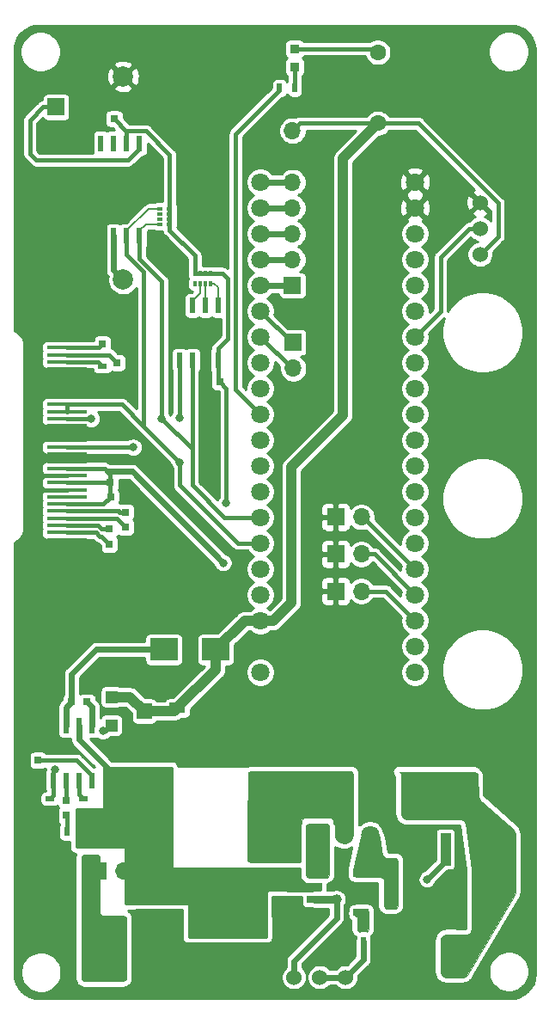
<source format=gtl>
G04 #@! TF.GenerationSoftware,KiCad,Pcbnew,5.1.5*
G04 #@! TF.CreationDate,2020-03-31T14:29:14+02:00*
G04 #@! TF.ProjectId,nixie_control_board,6e697869-655f-4636-9f6e-74726f6c5f62,rev?*
G04 #@! TF.SameCoordinates,Original*
G04 #@! TF.FileFunction,Copper,L1,Top*
G04 #@! TF.FilePolarity,Positive*
%FSLAX46Y46*%
G04 Gerber Fmt 4.6, Leading zero omitted, Abs format (unit mm)*
G04 Created by KiCad (PCBNEW 5.1.5) date 2020-03-31 14:29:14*
%MOMM*%
%LPD*%
G04 APERTURE LIST*
%ADD10C,2.000000*%
%ADD11R,1.524000X0.760000*%
%ADD12R,0.800000X0.750000*%
%ADD13R,1.600000X1.000000*%
%ADD14R,2.700000X2.550000*%
%ADD15R,4.000000X0.400000*%
%ADD16C,1.524000*%
%ADD17R,4.000000X6.000000*%
%ADD18R,0.400000X0.500000*%
%ADD19R,0.300000X0.500000*%
%ADD20C,1.800000*%
%ADD21R,0.599440X1.625000*%
%ADD22R,0.500000X0.400000*%
%ADD23R,0.500000X0.300000*%
%ADD24R,0.599440X1.549400*%
%ADD25R,1.300000X1.300000*%
%ADD26C,1.300000*%
%ADD27C,1.998980*%
%ADD28R,1.998980X1.998980*%
%ADD29C,2.300000*%
%ADD30R,1.000000X3.200000*%
%ADD31R,0.500000X0.900000*%
%ADD32R,2.500000X1.000000*%
%ADD33R,1.700000X1.700000*%
%ADD34R,0.750000X0.800000*%
%ADD35R,2.700000X2.200000*%
%ADD36R,0.900000X0.500000*%
%ADD37R,1.200000X1.200000*%
%ADD38R,1.500000X1.600000*%
%ADD39O,1.700000X1.700000*%
%ADD40C,1.600000*%
%ADD41R,0.914400X0.914400*%
%ADD42C,0.800000*%
%ADD43C,1.000000*%
%ADD44C,0.600000*%
%ADD45C,1.000000*%
%ADD46C,0.400000*%
%ADD47C,0.200000*%
%ADD48C,1.600000*%
%ADD49C,0.800000*%
%ADD50C,1.400000*%
%ADD51C,0.030000*%
%ADD52C,0.150000*%
%ADD53C,0.254000*%
G04 APERTURE END LIST*
D10*
X131840000Y-75620000D03*
X131840000Y-55620000D03*
D11*
X150700000Y-134134000D03*
X150700000Y-135404000D03*
X150700000Y-136674000D03*
X150700000Y-137944000D03*
X155300000Y-137944000D03*
X155300000Y-136674000D03*
X155300000Y-135404000D03*
X155300000Y-134134000D03*
D12*
X155510000Y-139290000D03*
X154010000Y-139290000D03*
D13*
X160300000Y-130980000D03*
X160300000Y-127980000D03*
X137180000Y-120810000D03*
X137180000Y-117810000D03*
D14*
X140570000Y-138315000D03*
X140570000Y-144665000D03*
D15*
X126330000Y-80920058D03*
X126330000Y-81620056D03*
X126330000Y-84420048D03*
X126330000Y-83020052D03*
X126330000Y-91420028D03*
X126330000Y-88620036D03*
X126330000Y-92820024D03*
X126330000Y-87220040D03*
X126330000Y-85820044D03*
X126330000Y-90020032D03*
X126330000Y-82320054D03*
X126330000Y-83720050D03*
X126330000Y-85120046D03*
X126330000Y-94920018D03*
X126330000Y-100520002D03*
X126330000Y-99120006D03*
X126330000Y-97020012D03*
X126330000Y-97720010D03*
X126330000Y-89320034D03*
X126330000Y-92120026D03*
X126330000Y-93520022D03*
X126330000Y-87920038D03*
X126330000Y-86520042D03*
X126330000Y-90720030D03*
X126330000Y-94220020D03*
X126330000Y-95620016D03*
X126330000Y-96320014D03*
X126330000Y-98420008D03*
X126330000Y-99820004D03*
X126330000Y-101220000D03*
D16*
X167010000Y-73140000D03*
X167010000Y-70600000D03*
X167010000Y-68060000D03*
D17*
X134192000Y-128628000D03*
X146192000Y-128628000D03*
D18*
X140420000Y-75010000D03*
D19*
X139420000Y-75010000D03*
X139920000Y-75010000D03*
D18*
X138920000Y-75010000D03*
D19*
X139920000Y-76010000D03*
D18*
X140420000Y-76010000D03*
D19*
X139420000Y-76010000D03*
D18*
X138920000Y-76010000D03*
D20*
X160600000Y-66020000D03*
X160600000Y-68560000D03*
X160600000Y-71100000D03*
X160600000Y-73640000D03*
X160600000Y-76180000D03*
X160600000Y-78720000D03*
X160600000Y-81260000D03*
X160600000Y-83800000D03*
X160600000Y-86340000D03*
X160600000Y-88880000D03*
X160600000Y-91420000D03*
X160600000Y-93960000D03*
X160600000Y-96500000D03*
X160600000Y-99040000D03*
X160600000Y-101580000D03*
X160600000Y-104120000D03*
X160600000Y-106660000D03*
X160600000Y-109200000D03*
X160600000Y-111740000D03*
X160600000Y-114280000D03*
X145360000Y-114280000D03*
X145360000Y-111740000D03*
X145360000Y-109200000D03*
X145360000Y-106660000D03*
X145360000Y-104120000D03*
X145360000Y-101580000D03*
X145360000Y-99040000D03*
X145360000Y-96500000D03*
X145360000Y-93960000D03*
X145360000Y-91420000D03*
X145360000Y-88880000D03*
X145360000Y-86340000D03*
X145360000Y-83800000D03*
X145360000Y-81260000D03*
X145360000Y-78720000D03*
X145360000Y-76180000D03*
X145360000Y-73640000D03*
X145360000Y-71100000D03*
X145360000Y-68560000D03*
X145360000Y-66020000D03*
D21*
X133450000Y-71325000D03*
X132180000Y-71325000D03*
X130910000Y-71325000D03*
X129640000Y-71325000D03*
X128370000Y-71325000D03*
X127100000Y-71325000D03*
X125830000Y-71325000D03*
X124560000Y-71325000D03*
X124560000Y-62200000D03*
X125830000Y-62200000D03*
X127100000Y-62200000D03*
X128370000Y-62200000D03*
X129640000Y-62200000D03*
X130910000Y-62200000D03*
X132180000Y-62200000D03*
X133450000Y-62200000D03*
D12*
X141370000Y-85710000D03*
X139870000Y-85710000D03*
X129440000Y-59780000D03*
X130940000Y-59780000D03*
D22*
X136420000Y-70150000D03*
D23*
X136420000Y-69150000D03*
X136420000Y-69650000D03*
D22*
X136420000Y-68650000D03*
D23*
X135420000Y-69650000D03*
D22*
X135420000Y-70150000D03*
D23*
X135420000Y-69150000D03*
D22*
X135420000Y-68650000D03*
D24*
X141192460Y-78172520D03*
X139922460Y-78172520D03*
X138657540Y-78172520D03*
X137387540Y-78172520D03*
X137387540Y-83567480D03*
X138657540Y-83567480D03*
X139922460Y-83567480D03*
X141192460Y-83567480D03*
D25*
X164980000Y-125260000D03*
D26*
X168780000Y-125260000D03*
D27*
X150460000Y-125290000D03*
D28*
X160620000Y-125290000D03*
D29*
X130110000Y-142980000D03*
X135110000Y-142980000D03*
X159510000Y-142990000D03*
X164510000Y-142990000D03*
D30*
X158230000Y-135750000D03*
X164430000Y-135750000D03*
D16*
X151240000Y-144340000D03*
X153780000Y-144340000D03*
X148700000Y-144340000D03*
D12*
X147160000Y-138060000D03*
X145660000Y-138060000D03*
D31*
X155530000Y-140790000D03*
X154030000Y-140790000D03*
D32*
X144690000Y-139610000D03*
X144690000Y-142610000D03*
D30*
X169830000Y-131720000D03*
X163630000Y-131720000D03*
D20*
X151100000Y-130290000D03*
X153640000Y-130290000D03*
X156180000Y-130290000D03*
D33*
X125220000Y-58620000D03*
D12*
X130580000Y-95570000D03*
X132080000Y-95570000D03*
D34*
X129800000Y-80470000D03*
X129800000Y-81970000D03*
D12*
X132090000Y-97010000D03*
X130590000Y-97010000D03*
D34*
X131240000Y-82290000D03*
X131240000Y-83790000D03*
X130480000Y-101700000D03*
X130480000Y-100200000D03*
X132080000Y-100010000D03*
X132080000Y-98510000D03*
D32*
X131360000Y-124360000D03*
X131360000Y-121360000D03*
D34*
X123460000Y-121460000D03*
X123460000Y-122960000D03*
D12*
X128260000Y-117210000D03*
X126760000Y-117210000D03*
D34*
X126250000Y-126890000D03*
X126250000Y-128390000D03*
D35*
X135850000Y-112050000D03*
X140950000Y-112050000D03*
D36*
X129800000Y-85680000D03*
X129800000Y-84180000D03*
X127900000Y-126750000D03*
X127900000Y-128250000D03*
D31*
X126270000Y-129980000D03*
X124770000Y-129980000D03*
D36*
X124620000Y-128250000D03*
X124620000Y-126750000D03*
D37*
X130690000Y-116720000D03*
X130690000Y-119520000D03*
D38*
X133930000Y-118120000D03*
D33*
X129380000Y-133870000D03*
D39*
X131920000Y-133870000D03*
D24*
X128762460Y-119552520D03*
X127492460Y-119552520D03*
X126227540Y-119552520D03*
X124957540Y-119552520D03*
X124957540Y-124947480D03*
X126227540Y-124947480D03*
X127492460Y-124947480D03*
X128762460Y-124947480D03*
D40*
X156940000Y-60230000D03*
X156940000Y-53230000D03*
D41*
X148746000Y-54679000D03*
X148746000Y-52901000D03*
X146729240Y-53790000D03*
D31*
X148740000Y-56750000D03*
X147240000Y-56750000D03*
D33*
X148520000Y-76190000D03*
D39*
X148520000Y-73650000D03*
X148520000Y-71110000D03*
X148520000Y-68570000D03*
X148520000Y-66030000D03*
X148520000Y-63490000D03*
X148520000Y-60950000D03*
D33*
X148590000Y-81810000D03*
D39*
X148590000Y-84350000D03*
D33*
X152790000Y-106310000D03*
D39*
X155330000Y-106310000D03*
X155330000Y-102640000D03*
D33*
X152790000Y-102640000D03*
X152790000Y-98990000D03*
D39*
X155330000Y-98990000D03*
D42*
X141990000Y-97630000D03*
X140310000Y-88900000D03*
X140310000Y-90390000D03*
X128700000Y-89330000D03*
X135640000Y-89320000D03*
X137400000Y-89240000D03*
X137420000Y-93640000D03*
D43*
X152880000Y-136690000D03*
D42*
X161810000Y-134680000D03*
X141690000Y-103504998D03*
X132830000Y-92120026D03*
X125120000Y-123850000D03*
X129880000Y-120090000D03*
D44*
X130910000Y-74690000D02*
X131840000Y-75620000D01*
X130910000Y-71325000D02*
X130910000Y-74690000D01*
D45*
X132530000Y-116720000D02*
X133930000Y-118120000D01*
X130690000Y-116720000D02*
X132530000Y-116720000D01*
X136870000Y-118120000D02*
X137180000Y-117810000D01*
X133930000Y-118120000D02*
X136870000Y-118120000D01*
X140950000Y-114040000D02*
X137180000Y-117810000D01*
X140950000Y-112050000D02*
X140950000Y-114040000D01*
X143800000Y-109200000D02*
X140950000Y-112050000D01*
X145360000Y-109200000D02*
X143800000Y-109200000D01*
D46*
X141192460Y-85532460D02*
X141370000Y-85710000D01*
X141192460Y-83567480D02*
X141192460Y-85532460D01*
X138920000Y-75010000D02*
X139420000Y-75010000D01*
X139420000Y-75010000D02*
X139920000Y-75010000D01*
X139920000Y-75010000D02*
X140420000Y-75010000D01*
X132180000Y-61020000D02*
X132180000Y-62200000D01*
X130940000Y-59780000D02*
X132180000Y-61020000D01*
X138920000Y-74060000D02*
X138920000Y-75010000D01*
X141192460Y-82392780D02*
X142150000Y-81435240D01*
X141192460Y-83567480D02*
X141192460Y-82392780D01*
X142150000Y-81435240D02*
X142150000Y-75510000D01*
X141650000Y-75010000D02*
X140420000Y-75010000D01*
X142150000Y-75510000D02*
X141650000Y-75010000D01*
X167010000Y-73140000D02*
X168780000Y-71370000D01*
X168780000Y-68110238D02*
X160899762Y-60230000D01*
X158071370Y-60230000D02*
X156940000Y-60230000D01*
X160899762Y-60230000D02*
X158071370Y-60230000D01*
X168780000Y-71370000D02*
X168780000Y-68110238D01*
X149240000Y-60230000D02*
X148520000Y-60950000D01*
X156940000Y-60230000D02*
X149240000Y-60230000D01*
X141990000Y-86330000D02*
X141370000Y-85710000D01*
X141990000Y-97630000D02*
X141990000Y-86330000D01*
D45*
X153470000Y-63700000D02*
X156940000Y-60230000D01*
X153470000Y-89010000D02*
X153470000Y-63700000D01*
X148382792Y-107450000D02*
X148382792Y-94097208D01*
X146632792Y-109200000D02*
X148382792Y-107450000D01*
X148382792Y-94097208D02*
X153470000Y-89010000D01*
X145360000Y-109200000D02*
X146632792Y-109200000D01*
D46*
X136420000Y-63337778D02*
X136420000Y-70150000D01*
X134069721Y-60987499D02*
X136420000Y-63337778D01*
X132180000Y-61020000D02*
X132212501Y-60987499D01*
X132212501Y-60987499D02*
X134069721Y-60987499D01*
X136420000Y-70750000D02*
X138920000Y-73250000D01*
X138920000Y-73250000D02*
X138920000Y-74060000D01*
X136420000Y-70150000D02*
X136420000Y-70750000D01*
X128370000Y-60850000D02*
X128370000Y-62200000D01*
X129440000Y-59780000D02*
X128370000Y-60850000D01*
X126330000Y-96320014D02*
X123720014Y-96320014D01*
X123930000Y-94920018D02*
X123929982Y-94920000D01*
X126330000Y-94920018D02*
X123930000Y-94920018D01*
X139922460Y-85657540D02*
X139870000Y-85710000D01*
X139922460Y-83567480D02*
X139922460Y-85657540D01*
X126330000Y-89320034D02*
X128690034Y-89320034D01*
X128690034Y-89320034D02*
X128700000Y-89330000D01*
X138657540Y-83567480D02*
X138657540Y-92337540D01*
X145360000Y-99040000D02*
X141820000Y-99040000D01*
X138630000Y-95850000D02*
X138630000Y-92310000D01*
X141820000Y-99040000D02*
X138630000Y-95850000D01*
X135640000Y-89320000D02*
X138630000Y-92310000D01*
X135640000Y-88754315D02*
X135640000Y-89320000D01*
X133450000Y-73581458D02*
X135640000Y-75771458D01*
X135640000Y-75771458D02*
X135640000Y-88754315D01*
X133450000Y-71325000D02*
X133450000Y-73581458D01*
D47*
X133450000Y-70812220D02*
X133450000Y-71325000D01*
X134112220Y-70150000D02*
X133450000Y-70812220D01*
X135420000Y-70150000D02*
X134112220Y-70150000D01*
D46*
X131700038Y-87920038D02*
X126330000Y-87920038D01*
X126330000Y-87920038D02*
X126330000Y-88620036D01*
X133860000Y-90080000D02*
X131700038Y-87920038D01*
X134770000Y-90990000D02*
X133860000Y-90080000D01*
X137387540Y-83567480D02*
X137387540Y-89227540D01*
X137387540Y-89227540D02*
X137400000Y-89240000D01*
X137420000Y-93640000D02*
X134770000Y-90990000D01*
X145360000Y-101580000D02*
X143140000Y-101580000D01*
X137420000Y-95860000D02*
X137420000Y-93640000D01*
X143140000Y-101580000D02*
X137420000Y-95860000D01*
X132180000Y-73160000D02*
X132180000Y-71325000D01*
X133860000Y-90080000D02*
X133860000Y-74840000D01*
X133860000Y-74840000D02*
X132180000Y-73160000D01*
D47*
X134342220Y-68650000D02*
X134970000Y-68650000D01*
X132180000Y-70812220D02*
X134342220Y-68650000D01*
X134970000Y-68650000D02*
X135420000Y-68650000D01*
X132180000Y-71325000D02*
X132180000Y-70812220D01*
X139920000Y-78170060D02*
X139922460Y-78172520D01*
X139920000Y-76010000D02*
X139920000Y-78170060D01*
X140820000Y-76010000D02*
X140420000Y-76010000D01*
X141192460Y-76382460D02*
X140820000Y-76010000D01*
X141192460Y-78172520D02*
X141192460Y-76382460D01*
X138657540Y-77697540D02*
X138657540Y-78172520D01*
X139420000Y-76935080D02*
X138657540Y-77697540D01*
X139420000Y-76010000D02*
X139420000Y-76935080D01*
D48*
X153640000Y-130290000D02*
X153640000Y-129330000D01*
X156180000Y-130290000D02*
X156180000Y-131290000D01*
D49*
X150700000Y-136674000D02*
X152864000Y-136674000D01*
X152864000Y-136674000D02*
X152880000Y-136690000D01*
D44*
X152880000Y-138530000D02*
X152880000Y-136690000D01*
X148700000Y-144340000D02*
X148700000Y-142710000D01*
X148700000Y-142710000D02*
X152880000Y-138530000D01*
X163630000Y-132860000D02*
X161810000Y-134680000D01*
X163630000Y-131720000D02*
X163630000Y-132860000D01*
X155530000Y-142590000D02*
X153780000Y-144340000D01*
X155530000Y-140790000D02*
X155530000Y-142590000D01*
X151240000Y-144340000D02*
X153780000Y-144340000D01*
D46*
X155470000Y-98990000D02*
X155330000Y-98990000D01*
X160600000Y-104120000D02*
X155470000Y-98990000D01*
X156580000Y-102640000D02*
X155330000Y-102640000D01*
X160600000Y-106660000D02*
X156580000Y-102640000D01*
X160200000Y-108800000D02*
X160600000Y-109200000D01*
X157710000Y-106310000D02*
X155330000Y-106310000D01*
X160600000Y-109200000D02*
X157710000Y-106310000D01*
D44*
X148510000Y-71100000D02*
X148520000Y-71110000D01*
X145360000Y-71100000D02*
X148510000Y-71100000D01*
X148510000Y-68560000D02*
X148520000Y-68570000D01*
X145360000Y-68560000D02*
X148510000Y-68560000D01*
X148510000Y-66020000D02*
X148520000Y-66030000D01*
X145360000Y-66020000D02*
X148510000Y-66020000D01*
D45*
X134192000Y-128628000D02*
X134192000Y-127192000D01*
D44*
X134192000Y-128628000D02*
X132440000Y-130380000D01*
X131290000Y-124290000D02*
X131360000Y-124360000D01*
X130925240Y-124360000D02*
X131360000Y-124360000D01*
X127492460Y-120927220D02*
X130925240Y-124360000D01*
X127492460Y-119552520D02*
X127492460Y-120927220D01*
D50*
X131920000Y-133870000D02*
X133095000Y-133870000D01*
D46*
X163100000Y-73432370D02*
X163100000Y-78760000D01*
X165932370Y-70600000D02*
X163100000Y-73432370D01*
X167010000Y-70600000D02*
X165932370Y-70600000D01*
X163100000Y-78760000D02*
X160600000Y-81260000D01*
X133450000Y-62712780D02*
X132312780Y-63850000D01*
X133450000Y-62200000D02*
X133450000Y-62712780D01*
X132312780Y-63850000D02*
X123290000Y-63850000D01*
X123290000Y-63850000D02*
X122660000Y-63220000D01*
X123970000Y-58620000D02*
X125220000Y-58620000D01*
X122660000Y-59930000D02*
X123970000Y-58620000D01*
X122660000Y-63220000D02*
X122660000Y-59930000D01*
X147240000Y-56950000D02*
X142910000Y-61280000D01*
X147240000Y-56750000D02*
X147240000Y-56950000D01*
X142910000Y-86430000D02*
X145360000Y-88880000D01*
X142910000Y-61280000D02*
X142910000Y-86430000D01*
D44*
X148510000Y-76180000D02*
X148520000Y-76190000D01*
X145360000Y-76180000D02*
X148510000Y-76180000D01*
X148510000Y-73640000D02*
X148520000Y-73650000D01*
X145360000Y-73640000D02*
X148510000Y-73640000D01*
D46*
X130529984Y-95620016D02*
X130580000Y-95570000D01*
X126330000Y-95620016D02*
X130529984Y-95620016D01*
X130580000Y-97000000D02*
X130590000Y-97010000D01*
X130580000Y-95570000D02*
X130580000Y-97000000D01*
X129879990Y-97720010D02*
X130590000Y-97010000D01*
X126330000Y-97720010D02*
X129879990Y-97720010D01*
X130580000Y-94795000D02*
X130580000Y-95570000D01*
X126330000Y-94220020D02*
X130005020Y-94220020D01*
D44*
X132710002Y-94525000D02*
X130310000Y-94525000D01*
X141690000Y-103504998D02*
X132710002Y-94525000D01*
D46*
X130005020Y-94220020D02*
X130310000Y-94525000D01*
X130310000Y-94525000D02*
X130580000Y-94795000D01*
D49*
X145340000Y-114260000D02*
X145360000Y-114280000D01*
D46*
X129449946Y-82320054D02*
X129800000Y-81970000D01*
X126330000Y-82320054D02*
X129449946Y-82320054D01*
X130470052Y-83020052D02*
X131240000Y-83790000D01*
X126330000Y-83020052D02*
X130470052Y-83020052D01*
X130480000Y-101675000D02*
X130480000Y-101700000D01*
X129705000Y-100900000D02*
X130480000Y-101675000D01*
X129556458Y-100900000D02*
X129705000Y-100900000D01*
X129176460Y-100520002D02*
X129556458Y-100900000D01*
X126330000Y-100520002D02*
X129176460Y-100520002D01*
X128730000Y-99820004D02*
X126330000Y-99820004D01*
X129325004Y-99820004D02*
X128730000Y-99820004D01*
X129705000Y-100200000D02*
X129325004Y-99820004D01*
X130480000Y-100200000D02*
X129705000Y-100200000D01*
X128730000Y-99120006D02*
X126330000Y-99120006D01*
X131215006Y-99120006D02*
X128730000Y-99120006D01*
X132080000Y-99985000D02*
X131215006Y-99120006D01*
X132080000Y-100010000D02*
X132080000Y-99985000D01*
X131453542Y-98510000D02*
X132080000Y-98510000D01*
X131363550Y-98420008D02*
X131453542Y-98510000D01*
X126330000Y-98420008D02*
X131363550Y-98420008D01*
X124235000Y-122960000D02*
X123460000Y-122960000D01*
X127249960Y-122960000D02*
X124235000Y-122960000D01*
X128762460Y-124472500D02*
X127249960Y-122960000D01*
X128762460Y-124947480D02*
X128762460Y-124472500D01*
D44*
X128762460Y-117712460D02*
X128260000Y-117210000D01*
X128762460Y-117712460D02*
X128762460Y-119552520D01*
X126760000Y-117210000D02*
X126760000Y-114490000D01*
X129200000Y-112050000D02*
X126760000Y-114490000D01*
X135850000Y-112050000D02*
X129200000Y-112050000D01*
X126227540Y-117742460D02*
X126760000Y-117210000D01*
X126227540Y-119552520D02*
X126227540Y-117742460D01*
D46*
X126227540Y-126867540D02*
X126250000Y-126890000D01*
X126227540Y-124947480D02*
X126227540Y-126867540D01*
X126270000Y-128410000D02*
X126250000Y-128390000D01*
X126270000Y-129980000D02*
X126270000Y-128410000D01*
X132830000Y-92120026D02*
X126330000Y-92120026D01*
X129340050Y-83720050D02*
X129800000Y-84180000D01*
X126330000Y-83720050D02*
X129340050Y-83720050D01*
X127492460Y-126342460D02*
X127900000Y-126750000D01*
X127492460Y-124947480D02*
X127492460Y-126342460D01*
X124957540Y-126412460D02*
X124620000Y-126750000D01*
X124957540Y-124947480D02*
X124957540Y-126412460D01*
X124957540Y-124947480D02*
X124957540Y-124012460D01*
X124957540Y-124012460D02*
X125120000Y-123850000D01*
X130120000Y-120090000D02*
X130690000Y-119520000D01*
X129880000Y-120090000D02*
X130120000Y-120090000D01*
X156611000Y-52901000D02*
X156940000Y-53230000D01*
X148746000Y-52901000D02*
X156611000Y-52901000D01*
X148746000Y-56744000D02*
X148740000Y-56750000D01*
X148746000Y-54679000D02*
X148746000Y-56744000D01*
X148450000Y-84350000D02*
X148590000Y-84350000D01*
X145360000Y-81260000D02*
X148450000Y-84350000D01*
X148450000Y-81810000D02*
X148590000Y-81810000D01*
X145360000Y-78720000D02*
X148450000Y-81810000D01*
D51*
G36*
X154446065Y-124139457D02*
G01*
X154530756Y-124342735D01*
X154545058Y-130225852D01*
X154527106Y-130327448D01*
X154368310Y-130759496D01*
X154223144Y-130920836D01*
X153782291Y-131137972D01*
X153551049Y-131149604D01*
X153088095Y-130976861D01*
X152958158Y-130880662D01*
X152695000Y-130536891D01*
X152695000Y-129490000D01*
X152685104Y-129389528D01*
X152655798Y-129292918D01*
X152567930Y-129080786D01*
X152553752Y-129054260D01*
X152554096Y-128939977D01*
X152553817Y-128937050D01*
X152552972Y-128934234D01*
X152465767Y-128721862D01*
X152464389Y-128719265D01*
X152462530Y-128716986D01*
X152460263Y-128715114D01*
X152457675Y-128713720D01*
X152245852Y-128625189D01*
X152243041Y-128624327D01*
X152240117Y-128624029D01*
X149751020Y-128615974D01*
X149748092Y-128616253D01*
X149745264Y-128617102D01*
X149532504Y-128704625D01*
X149529908Y-128706005D01*
X149527630Y-128707865D01*
X149525759Y-128710133D01*
X149524357Y-128712746D01*
X149436146Y-128925221D01*
X149435291Y-128928034D01*
X149435000Y-128930972D01*
X149435000Y-129146139D01*
X149374202Y-129292918D01*
X149344896Y-129389528D01*
X149335000Y-129490000D01*
X149335000Y-132937135D01*
X149147017Y-133015000D01*
X144403321Y-133015000D01*
X144199572Y-132930538D01*
X144115337Y-132726696D01*
X144118840Y-129581454D01*
X144142009Y-124310578D01*
X144209031Y-124149047D01*
X144412378Y-124064715D01*
X154242500Y-124055450D01*
X154446065Y-124139457D01*
G37*
X154446065Y-124139457D02*
X154530756Y-124342735D01*
X154545058Y-130225852D01*
X154527106Y-130327448D01*
X154368310Y-130759496D01*
X154223144Y-130920836D01*
X153782291Y-131137972D01*
X153551049Y-131149604D01*
X153088095Y-130976861D01*
X152958158Y-130880662D01*
X152695000Y-130536891D01*
X152695000Y-129490000D01*
X152685104Y-129389528D01*
X152655798Y-129292918D01*
X152567930Y-129080786D01*
X152553752Y-129054260D01*
X152554096Y-128939977D01*
X152553817Y-128937050D01*
X152552972Y-128934234D01*
X152465767Y-128721862D01*
X152464389Y-128719265D01*
X152462530Y-128716986D01*
X152460263Y-128715114D01*
X152457675Y-128713720D01*
X152245852Y-128625189D01*
X152243041Y-128624327D01*
X152240117Y-128624029D01*
X149751020Y-128615974D01*
X149748092Y-128616253D01*
X149745264Y-128617102D01*
X149532504Y-128704625D01*
X149529908Y-128706005D01*
X149527630Y-128707865D01*
X149525759Y-128710133D01*
X149524357Y-128712746D01*
X149436146Y-128925221D01*
X149435291Y-128928034D01*
X149435000Y-128930972D01*
X149435000Y-129146139D01*
X149374202Y-129292918D01*
X149344896Y-129389528D01*
X149335000Y-129490000D01*
X149335000Y-132937135D01*
X149147017Y-133015000D01*
X144403321Y-133015000D01*
X144199572Y-132930538D01*
X144115337Y-132726696D01*
X144118840Y-129581454D01*
X144142009Y-124310578D01*
X144209031Y-124149047D01*
X144412378Y-124064715D01*
X154242500Y-124055450D01*
X154446065Y-124139457D01*
G36*
X157010736Y-130372481D02*
G01*
X157109247Y-130543324D01*
X157423722Y-132334472D01*
X157424512Y-132337304D01*
X157425501Y-132339371D01*
X157528061Y-132517236D01*
X157529773Y-132519627D01*
X157531918Y-132521638D01*
X157534414Y-132523192D01*
X157535923Y-132523837D01*
X157728843Y-132594094D01*
X157731691Y-132594825D01*
X157733976Y-132595000D01*
X158656111Y-132595000D01*
X158859706Y-132679307D01*
X158944096Y-132882865D01*
X158945905Y-137266898D01*
X158861599Y-137470609D01*
X158657920Y-137555000D01*
X157802983Y-137555000D01*
X157599348Y-137470652D01*
X157515000Y-137267017D01*
X157515000Y-134790000D01*
X157514712Y-134787074D01*
X157513858Y-134784260D01*
X157425990Y-134572128D01*
X157424604Y-134569534D01*
X157422739Y-134567261D01*
X157420466Y-134565396D01*
X157417872Y-134564010D01*
X157205740Y-134476142D01*
X157202926Y-134475288D01*
X157200000Y-134475000D01*
X154822983Y-134475000D01*
X154619348Y-134390652D01*
X154535000Y-134187017D01*
X154535000Y-133822996D01*
X154541660Y-133760935D01*
X155242792Y-130532037D01*
X155343548Y-130368826D01*
X155524417Y-130305000D01*
X156825438Y-130305000D01*
X157010736Y-130372481D01*
G37*
X157010736Y-130372481D02*
X157109247Y-130543324D01*
X157423722Y-132334472D01*
X157424512Y-132337304D01*
X157425501Y-132339371D01*
X157528061Y-132517236D01*
X157529773Y-132519627D01*
X157531918Y-132521638D01*
X157534414Y-132523192D01*
X157535923Y-132523837D01*
X157728843Y-132594094D01*
X157731691Y-132594825D01*
X157733976Y-132595000D01*
X158656111Y-132595000D01*
X158859706Y-132679307D01*
X158944096Y-132882865D01*
X158945905Y-137266898D01*
X158861599Y-137470609D01*
X158657920Y-137555000D01*
X157802983Y-137555000D01*
X157599348Y-137470652D01*
X157515000Y-137267017D01*
X157515000Y-134790000D01*
X157514712Y-134787074D01*
X157513858Y-134784260D01*
X157425990Y-134572128D01*
X157424604Y-134569534D01*
X157422739Y-134567261D01*
X157420466Y-134565396D01*
X157417872Y-134564010D01*
X157205740Y-134476142D01*
X157202926Y-134475288D01*
X157200000Y-134475000D01*
X154822983Y-134475000D01*
X154619348Y-134390652D01*
X154535000Y-134187017D01*
X154535000Y-133822996D01*
X154541660Y-133760935D01*
X155242792Y-130532037D01*
X155343548Y-130368826D01*
X155524417Y-130305000D01*
X156825438Y-130305000D01*
X157010736Y-130372481D01*
G36*
X152080652Y-129289348D02*
G01*
X152165000Y-129492983D01*
X152165000Y-134217017D01*
X152080652Y-134420652D01*
X151877017Y-134505000D01*
X150152983Y-134505000D01*
X149949348Y-134420652D01*
X149865000Y-134217017D01*
X149865000Y-129492983D01*
X149949348Y-129289348D01*
X150152983Y-129205000D01*
X151877017Y-129205000D01*
X152080652Y-129289348D01*
G37*
X152080652Y-129289348D02*
X152165000Y-129492983D01*
X152165000Y-134217017D01*
X152080652Y-134420652D01*
X151877017Y-134505000D01*
X150152983Y-134505000D01*
X149949348Y-134420652D01*
X149865000Y-134217017D01*
X149865000Y-129492983D01*
X149949348Y-129289348D01*
X150152983Y-129205000D01*
X151877017Y-129205000D01*
X152080652Y-129289348D01*
G36*
X155980652Y-137689348D02*
G01*
X156065000Y-137892983D01*
X156065000Y-139557017D01*
X155980652Y-139760652D01*
X155821458Y-139826592D01*
X155780000Y-139822509D01*
X155280000Y-139822509D01*
X155179043Y-139832452D01*
X155175375Y-139833565D01*
X154999348Y-139760652D01*
X154927491Y-139587173D01*
X154927491Y-138915000D01*
X154917548Y-138814043D01*
X154915000Y-138805644D01*
X154915000Y-138459357D01*
X154914712Y-138456431D01*
X154913899Y-138453717D01*
X154867314Y-138338902D01*
X154865947Y-138336299D01*
X154864098Y-138334013D01*
X154861839Y-138332131D01*
X154859456Y-138330812D01*
X154638196Y-138233468D01*
X154595000Y-138127007D01*
X154595000Y-137892983D01*
X154679348Y-137689348D01*
X154882983Y-137605000D01*
X155777017Y-137605000D01*
X155980652Y-137689348D01*
G37*
X155980652Y-137689348D02*
X156065000Y-137892983D01*
X156065000Y-139557017D01*
X155980652Y-139760652D01*
X155821458Y-139826592D01*
X155780000Y-139822509D01*
X155280000Y-139822509D01*
X155179043Y-139832452D01*
X155175375Y-139833565D01*
X154999348Y-139760652D01*
X154927491Y-139587173D01*
X154927491Y-138915000D01*
X154917548Y-138814043D01*
X154915000Y-138805644D01*
X154915000Y-138459357D01*
X154914712Y-138456431D01*
X154913899Y-138453717D01*
X154867314Y-138338902D01*
X154865947Y-138336299D01*
X154864098Y-138334013D01*
X154861839Y-138332131D01*
X154859456Y-138330812D01*
X154638196Y-138233468D01*
X154595000Y-138127007D01*
X154595000Y-137892983D01*
X154679348Y-137689348D01*
X154882983Y-137605000D01*
X155777017Y-137605000D01*
X155980652Y-137689348D01*
G36*
X166321857Y-124085324D02*
G01*
X166565005Y-124150159D01*
X166742160Y-124325999D01*
X166808804Y-124568652D01*
X166823324Y-126506471D01*
X166823635Y-126509396D01*
X166824678Y-126512586D01*
X166994184Y-126884049D01*
X166995661Y-126886592D01*
X166997916Y-126889078D01*
X170308646Y-129805130D01*
X170475506Y-130173668D01*
X170484776Y-135969926D01*
X170415415Y-136222685D01*
X165733657Y-144082181D01*
X165555197Y-144256961D01*
X165313666Y-144320652D01*
X163631613Y-144319383D01*
X163387563Y-144253827D01*
X163210381Y-144076513D01*
X163145007Y-143832412D01*
X163144993Y-140612235D01*
X163211118Y-140366834D01*
X163390133Y-140189330D01*
X163636089Y-140125283D01*
X165682020Y-140142617D01*
X165685924Y-140142135D01*
X165937517Y-140076680D01*
X165940276Y-140075664D01*
X165942785Y-140074129D01*
X165944294Y-140072821D01*
X166129019Y-139889899D01*
X166130896Y-139887636D01*
X166132295Y-139885049D01*
X166132944Y-139883160D01*
X166200861Y-139632220D01*
X166201382Y-139628321D01*
X166209246Y-133720808D01*
X166209215Y-133719830D01*
X166205049Y-133654758D01*
X166204955Y-133653784D01*
X165630471Y-129231155D01*
X165629589Y-129227684D01*
X165544206Y-129006556D01*
X165542883Y-129003930D01*
X165540145Y-129000718D01*
X165362513Y-128843765D01*
X165360129Y-128842044D01*
X165356220Y-128840454D01*
X165126261Y-128782950D01*
X165122708Y-128782502D01*
X161453536Y-128761513D01*
X161453459Y-128761513D01*
X161448473Y-128761510D01*
X161448400Y-128761510D01*
X159737598Y-128768785D01*
X159492782Y-128704199D01*
X159314650Y-128527163D01*
X159248554Y-128282750D01*
X159240965Y-124326796D01*
X159240671Y-124323870D01*
X159239826Y-124321093D01*
X159165609Y-124141625D01*
X159164225Y-124139031D01*
X159162361Y-124136757D01*
X159160089Y-124134890D01*
X159157565Y-124133531D01*
X159042255Y-124085014D01*
X166321857Y-124085324D01*
G37*
X166321857Y-124085324D02*
X166565005Y-124150159D01*
X166742160Y-124325999D01*
X166808804Y-124568652D01*
X166823324Y-126506471D01*
X166823635Y-126509396D01*
X166824678Y-126512586D01*
X166994184Y-126884049D01*
X166995661Y-126886592D01*
X166997916Y-126889078D01*
X170308646Y-129805130D01*
X170475506Y-130173668D01*
X170484776Y-135969926D01*
X170415415Y-136222685D01*
X165733657Y-144082181D01*
X165555197Y-144256961D01*
X165313666Y-144320652D01*
X163631613Y-144319383D01*
X163387563Y-144253827D01*
X163210381Y-144076513D01*
X163145007Y-143832412D01*
X163144993Y-140612235D01*
X163211118Y-140366834D01*
X163390133Y-140189330D01*
X163636089Y-140125283D01*
X165682020Y-140142617D01*
X165685924Y-140142135D01*
X165937517Y-140076680D01*
X165940276Y-140075664D01*
X165942785Y-140074129D01*
X165944294Y-140072821D01*
X166129019Y-139889899D01*
X166130896Y-139887636D01*
X166132295Y-139885049D01*
X166132944Y-139883160D01*
X166200861Y-139632220D01*
X166201382Y-139628321D01*
X166209246Y-133720808D01*
X166209215Y-133719830D01*
X166205049Y-133654758D01*
X166204955Y-133653784D01*
X165630471Y-129231155D01*
X165629589Y-129227684D01*
X165544206Y-129006556D01*
X165542883Y-129003930D01*
X165540145Y-129000718D01*
X165362513Y-128843765D01*
X165360129Y-128842044D01*
X165356220Y-128840454D01*
X165126261Y-128782950D01*
X165122708Y-128782502D01*
X161453536Y-128761513D01*
X161453459Y-128761513D01*
X161448473Y-128761510D01*
X161448400Y-128761510D01*
X159737598Y-128768785D01*
X159492782Y-128704199D01*
X159314650Y-128527163D01*
X159248554Y-128282750D01*
X159240965Y-124326796D01*
X159240671Y-124323870D01*
X159239826Y-124321093D01*
X159165609Y-124141625D01*
X159164225Y-124139031D01*
X159162361Y-124136757D01*
X159160089Y-124134890D01*
X159157565Y-124133531D01*
X159042255Y-124085014D01*
X166321857Y-124085324D01*
D52*
G36*
X158495361Y-123748704D02*
G01*
X158441735Y-123847850D01*
X158408482Y-123955553D01*
X158396879Y-124067674D01*
X158396874Y-124068686D01*
X158415457Y-124216555D01*
X158454442Y-124322319D01*
X158513311Y-124418444D01*
X158589802Y-124501238D01*
X158651384Y-124546006D01*
X158658559Y-128285860D01*
X158678496Y-128434861D01*
X158746159Y-128685068D01*
X158770672Y-128756645D01*
X158824114Y-128855891D01*
X158895891Y-128942803D01*
X159079734Y-129125515D01*
X159136791Y-129175203D01*
X159232742Y-129234356D01*
X159338389Y-129273654D01*
X159589009Y-129339771D01*
X159738129Y-129358788D01*
X161449533Y-129351511D01*
X161451573Y-129351512D01*
X165050201Y-129372098D01*
X165053184Y-129372844D01*
X165054291Y-129375711D01*
X165617454Y-133711188D01*
X165619222Y-133738797D01*
X165611484Y-139551486D01*
X165611375Y-139551889D01*
X165610971Y-139551995D01*
X163639101Y-139535288D01*
X163489332Y-139553823D01*
X163237545Y-139619388D01*
X163164652Y-139643674D01*
X163065018Y-139696388D01*
X162977582Y-139767527D01*
X162792827Y-139950723D01*
X162742002Y-140008349D01*
X162682344Y-140103987D01*
X162642490Y-140209426D01*
X162574796Y-140460649D01*
X162554993Y-140610253D01*
X162555007Y-143834387D01*
X162574581Y-143983138D01*
X162641506Y-144233028D01*
X162665619Y-144304119D01*
X162718717Y-144403549D01*
X162790193Y-144490709D01*
X162973051Y-144673704D01*
X163029467Y-144723229D01*
X163125151Y-144782813D01*
X163230622Y-144822584D01*
X163480462Y-144889696D01*
X163629197Y-144909382D01*
X165315171Y-144910653D01*
X165462217Y-144891647D01*
X165709472Y-144826447D01*
X165777355Y-144803948D01*
X165877313Y-144751851D01*
X165965187Y-144681254D01*
X166147872Y-144502337D01*
X166239541Y-144385801D01*
X166710321Y-143595479D01*
X167895000Y-143595479D01*
X167895000Y-143984521D01*
X167970898Y-144366086D01*
X168119778Y-144725513D01*
X168335917Y-145048989D01*
X168611011Y-145324083D01*
X168934487Y-145540222D01*
X169293914Y-145689102D01*
X169675479Y-145765000D01*
X170064521Y-145765000D01*
X170446086Y-145689102D01*
X170805513Y-145540222D01*
X171128989Y-145324083D01*
X171404083Y-145048989D01*
X171620222Y-144725513D01*
X171769102Y-144366086D01*
X171845000Y-143984521D01*
X171845000Y-143595479D01*
X171769102Y-143213914D01*
X171620222Y-142854487D01*
X171404083Y-142531011D01*
X171128989Y-142255917D01*
X170805513Y-142039778D01*
X170446086Y-141890898D01*
X170064521Y-141815000D01*
X169675479Y-141815000D01*
X169293914Y-141890898D01*
X168934487Y-142039778D01*
X168611011Y-142255917D01*
X168335917Y-142531011D01*
X168119778Y-142854487D01*
X167970898Y-143213914D01*
X167895000Y-143595479D01*
X166710321Y-143595479D01*
X170923339Y-136522881D01*
X170983843Y-136380779D01*
X171054280Y-136124097D01*
X171074778Y-135971014D01*
X171065500Y-130169498D01*
X171050516Y-130040004D01*
X171014313Y-129933256D01*
X170844794Y-129558845D01*
X170777912Y-129446951D01*
X170701035Y-129364515D01*
X167479986Y-126527453D01*
X167412388Y-126379317D01*
X167398773Y-124562269D01*
X167378257Y-124414294D01*
X167310033Y-124165887D01*
X167285972Y-124096150D01*
X167232467Y-123996938D01*
X167160634Y-123910072D01*
X166977802Y-123728597D01*
X166950761Y-123705000D01*
X172480000Y-123705000D01*
X172480000Y-143973101D01*
X172430753Y-144475361D01*
X172292698Y-144932620D01*
X172068462Y-145354348D01*
X171766577Y-145724496D01*
X171398550Y-146028954D01*
X170978391Y-146256133D01*
X170522110Y-146397376D01*
X170021425Y-146450000D01*
X133104789Y-146450000D01*
X133071407Y-137705000D01*
X137715000Y-137705000D01*
X137715000Y-140500000D01*
X137724098Y-140592524D01*
X137751101Y-140681639D01*
X137794970Y-140763774D01*
X137854020Y-140835772D01*
X137925982Y-140894866D01*
X138008090Y-140938787D01*
X138097188Y-140965844D01*
X138189853Y-140975000D01*
X146114859Y-140977451D01*
X146208684Y-140968122D01*
X146297732Y-140940898D01*
X146379758Y-140896826D01*
X146451610Y-140837597D01*
X146510526Y-140765489D01*
X146554242Y-140683273D01*
X146581079Y-140594108D01*
X146590005Y-140501421D01*
X146581029Y-136363662D01*
X149460702Y-136370382D01*
X149460702Y-137054000D01*
X149469873Y-137147116D01*
X149497034Y-137236654D01*
X149541141Y-137319173D01*
X149600499Y-137391501D01*
X149672827Y-137450859D01*
X149755346Y-137494966D01*
X149844884Y-137522127D01*
X149938000Y-137531298D01*
X150511852Y-137531298D01*
X150528470Y-137536339D01*
X150657021Y-137549000D01*
X152105001Y-137549000D01*
X152105000Y-138208985D01*
X148178914Y-142135072D01*
X148149342Y-142159341D01*
X148099336Y-142220274D01*
X148052494Y-142277350D01*
X147980531Y-142411986D01*
X147936215Y-142558074D01*
X147921251Y-142710000D01*
X147925001Y-142748072D01*
X147925001Y-143370112D01*
X147911459Y-143379160D01*
X147739160Y-143551459D01*
X147603785Y-143754061D01*
X147510538Y-143979181D01*
X147463000Y-144218166D01*
X147463000Y-144461834D01*
X147510538Y-144700819D01*
X147603785Y-144925939D01*
X147739160Y-145128541D01*
X147911459Y-145300840D01*
X148114061Y-145436215D01*
X148339181Y-145529462D01*
X148578166Y-145577000D01*
X148821834Y-145577000D01*
X149060819Y-145529462D01*
X149285939Y-145436215D01*
X149488541Y-145300840D01*
X149660840Y-145128541D01*
X149796215Y-144925939D01*
X149889462Y-144700819D01*
X149937000Y-144461834D01*
X149937000Y-144218166D01*
X150003000Y-144218166D01*
X150003000Y-144461834D01*
X150050538Y-144700819D01*
X150143785Y-144925939D01*
X150279160Y-145128541D01*
X150451459Y-145300840D01*
X150654061Y-145436215D01*
X150879181Y-145529462D01*
X151118166Y-145577000D01*
X151361834Y-145577000D01*
X151600819Y-145529462D01*
X151825939Y-145436215D01*
X152028541Y-145300840D01*
X152200840Y-145128541D01*
X152209888Y-145115000D01*
X152810112Y-145115000D01*
X152819160Y-145128541D01*
X152991459Y-145300840D01*
X153194061Y-145436215D01*
X153419181Y-145529462D01*
X153658166Y-145577000D01*
X153901834Y-145577000D01*
X154140819Y-145529462D01*
X154365939Y-145436215D01*
X154568541Y-145300840D01*
X154740840Y-145128541D01*
X154876215Y-144925939D01*
X154969462Y-144700819D01*
X155017000Y-144461834D01*
X155017000Y-144218166D01*
X155013822Y-144202192D01*
X156051087Y-143164928D01*
X156080659Y-143140659D01*
X156142658Y-143065112D01*
X156177506Y-143022651D01*
X156249470Y-142888015D01*
X156267083Y-142829951D01*
X156293786Y-142741926D01*
X156305000Y-142628065D01*
X156305000Y-142628063D01*
X156308749Y-142590000D01*
X156305000Y-142551937D01*
X156305000Y-140751935D01*
X156293786Y-140638074D01*
X156257298Y-140517791D01*
X156257298Y-140340000D01*
X156251613Y-140282283D01*
X156311585Y-140250227D01*
X156398718Y-140178718D01*
X156470227Y-140091585D01*
X156523363Y-139992175D01*
X156611231Y-139780043D01*
X156643952Y-139672177D01*
X156655000Y-139560000D01*
X156655000Y-137890000D01*
X156643952Y-137777823D01*
X156611231Y-137669957D01*
X156530550Y-137475175D01*
X156530127Y-137470884D01*
X156502966Y-137381346D01*
X156458859Y-137298827D01*
X156399501Y-137226499D01*
X156327173Y-137167141D01*
X156244654Y-137123034D01*
X156155116Y-137095873D01*
X156069188Y-137087410D01*
X156000043Y-137058769D01*
X155892177Y-137026048D01*
X155780000Y-137015000D01*
X154880000Y-137015000D01*
X154767823Y-137026048D01*
X154659957Y-137058769D01*
X154592521Y-137086702D01*
X154538000Y-137086702D01*
X154444884Y-137095873D01*
X154355346Y-137123034D01*
X154272827Y-137167141D01*
X154200499Y-137226499D01*
X154141141Y-137298827D01*
X154097034Y-137381346D01*
X154069873Y-137470884D01*
X154060702Y-137564000D01*
X154060702Y-137641148D01*
X154048769Y-137669957D01*
X154016048Y-137777823D01*
X154005000Y-137890000D01*
X154005000Y-138129933D01*
X154015250Y-138238016D01*
X154047187Y-138346116D01*
X154067911Y-138397192D01*
X154069873Y-138417116D01*
X154097034Y-138506654D01*
X154141141Y-138589173D01*
X154200499Y-138661501D01*
X154272827Y-138720859D01*
X154325000Y-138748746D01*
X154325000Y-139560000D01*
X154336048Y-139672177D01*
X154368769Y-139780043D01*
X154456637Y-139992175D01*
X154509773Y-140091585D01*
X154581282Y-140178718D01*
X154668415Y-140250227D01*
X154767825Y-140303363D01*
X154804802Y-140318679D01*
X154802702Y-140340000D01*
X154802702Y-140517792D01*
X154766214Y-140638075D01*
X154755000Y-140751936D01*
X154755001Y-142268984D01*
X153917808Y-143106178D01*
X153901834Y-143103000D01*
X153658166Y-143103000D01*
X153419181Y-143150538D01*
X153194061Y-143243785D01*
X152991459Y-143379160D01*
X152819160Y-143551459D01*
X152810112Y-143565000D01*
X152209888Y-143565000D01*
X152200840Y-143551459D01*
X152028541Y-143379160D01*
X151825939Y-143243785D01*
X151600819Y-143150538D01*
X151361834Y-143103000D01*
X151118166Y-143103000D01*
X150879181Y-143150538D01*
X150654061Y-143243785D01*
X150451459Y-143379160D01*
X150279160Y-143551459D01*
X150143785Y-143754061D01*
X150050538Y-143979181D01*
X150003000Y-144218166D01*
X149937000Y-144218166D01*
X149889462Y-143979181D01*
X149796215Y-143754061D01*
X149660840Y-143551459D01*
X149488541Y-143379160D01*
X149475000Y-143370112D01*
X149475000Y-143031014D01*
X153401088Y-139104927D01*
X153430659Y-139080659D01*
X153492658Y-139005112D01*
X153527506Y-138962651D01*
X153599470Y-138828015D01*
X153616310Y-138772501D01*
X153643786Y-138681926D01*
X153655000Y-138568065D01*
X153655000Y-138568063D01*
X153658749Y-138530000D01*
X153655000Y-138491937D01*
X153655000Y-137285085D01*
X153744034Y-137151836D01*
X153817532Y-136974397D01*
X153855000Y-136786029D01*
X153855000Y-136593971D01*
X153817532Y-136405603D01*
X153744034Y-136228164D01*
X153637332Y-136068473D01*
X153501527Y-135932668D01*
X153341836Y-135825966D01*
X153164397Y-135752468D01*
X152976029Y-135715000D01*
X152783971Y-135715000D01*
X152595603Y-135752468D01*
X152483265Y-135799000D01*
X151937821Y-135799000D01*
X151939298Y-135784000D01*
X151939298Y-135089160D01*
X151992177Y-135083952D01*
X152100043Y-135051231D01*
X152312175Y-134963363D01*
X152411585Y-134910227D01*
X152498718Y-134838718D01*
X152570227Y-134751585D01*
X152623363Y-134652175D01*
X152711231Y-134440043D01*
X152743952Y-134332177D01*
X152755000Y-134220000D01*
X152755000Y-131461137D01*
X152879857Y-131528895D01*
X153347693Y-131703460D01*
X153465005Y-131733616D01*
X153577596Y-131739015D01*
X153815028Y-131727071D01*
X153934688Y-131708277D01*
X154040202Y-131668623D01*
X154434402Y-131474465D01*
X153964927Y-133636523D01*
X153955115Y-133697179D01*
X153948283Y-133760838D01*
X153945000Y-133822196D01*
X153945000Y-134190000D01*
X153956048Y-134302177D01*
X153988769Y-134410043D01*
X154069709Y-134605449D01*
X154069873Y-134607116D01*
X154097034Y-134696654D01*
X154141141Y-134779173D01*
X154200499Y-134851501D01*
X154272827Y-134910859D01*
X154355346Y-134954966D01*
X154444884Y-134982127D01*
X154524477Y-134989966D01*
X154599957Y-135021231D01*
X154707823Y-135053952D01*
X154820000Y-135065000D01*
X156925000Y-135065000D01*
X156925000Y-137270000D01*
X156936048Y-137382177D01*
X156968769Y-137490043D01*
X157056637Y-137702175D01*
X157109773Y-137801585D01*
X157181282Y-137888718D01*
X157268415Y-137960227D01*
X157367825Y-138013363D01*
X157579957Y-138101231D01*
X157687823Y-138133952D01*
X157800000Y-138145000D01*
X158660906Y-138145000D01*
X158773142Y-138133940D01*
X158881004Y-138101208D01*
X159093180Y-138013296D01*
X159192683Y-137960084D01*
X159279794Y-137888548D01*
X159351276Y-137801393D01*
X159404381Y-137701966D01*
X159492205Y-137489754D01*
X159524904Y-137381820D01*
X159535906Y-137269639D01*
X159534803Y-134593820D01*
X160935000Y-134593820D01*
X160935000Y-134766180D01*
X160968626Y-134935228D01*
X161034585Y-135094468D01*
X161130343Y-135237780D01*
X161252220Y-135359657D01*
X161395532Y-135455415D01*
X161554772Y-135521374D01*
X161723820Y-135555000D01*
X161896180Y-135555000D01*
X162065228Y-135521374D01*
X162224468Y-135455415D01*
X162367780Y-135359657D01*
X162489657Y-135237780D01*
X162585415Y-135094468D01*
X162651374Y-134935228D01*
X162651520Y-134934494D01*
X163788717Y-133797298D01*
X164130000Y-133797298D01*
X164223116Y-133788127D01*
X164312654Y-133760966D01*
X164395173Y-133716859D01*
X164467501Y-133657501D01*
X164526859Y-133585173D01*
X164570966Y-133502654D01*
X164598127Y-133413116D01*
X164607298Y-133320000D01*
X164607298Y-130120000D01*
X164598127Y-130026884D01*
X164570966Y-129937346D01*
X164526859Y-129854827D01*
X164467501Y-129782499D01*
X164395173Y-129723141D01*
X164312654Y-129679034D01*
X164223116Y-129651873D01*
X164130000Y-129642702D01*
X163130000Y-129642702D01*
X163036884Y-129651873D01*
X162947346Y-129679034D01*
X162864827Y-129723141D01*
X162792499Y-129782499D01*
X162733141Y-129854827D01*
X162689034Y-129937346D01*
X162661873Y-130026884D01*
X162652702Y-130120000D01*
X162652702Y-132741283D01*
X161555506Y-133838480D01*
X161554772Y-133838626D01*
X161395532Y-133904585D01*
X161252220Y-134000343D01*
X161130343Y-134122220D01*
X161034585Y-134265532D01*
X160968626Y-134424772D01*
X160935000Y-134593820D01*
X159534803Y-134593820D01*
X159534095Y-132879639D01*
X159523012Y-132767524D01*
X159490257Y-132659668D01*
X159402345Y-132447616D01*
X159349245Y-132348322D01*
X159277727Y-132261196D01*
X159190586Y-132189696D01*
X159091171Y-132136570D01*
X158879083Y-132048746D01*
X158771272Y-132016048D01*
X158659095Y-132005000D01*
X157964900Y-132005000D01*
X157689900Y-130438689D01*
X157668149Y-130353594D01*
X157621686Y-130250896D01*
X157549131Y-130125066D01*
X157502159Y-129888927D01*
X157398509Y-129638693D01*
X157248032Y-129413489D01*
X157056511Y-129221968D01*
X156831307Y-129071491D01*
X156581073Y-128967841D01*
X156315426Y-128915000D01*
X156044574Y-128915000D01*
X155778927Y-128967841D01*
X155528693Y-129071491D01*
X155303489Y-129221968D01*
X155133033Y-129392424D01*
X155120747Y-124338320D01*
X155109468Y-124226380D01*
X155076526Y-124118582D01*
X154988301Y-123906822D01*
X154935199Y-123807878D01*
X154863576Y-123720838D01*
X154844226Y-123705000D01*
X158531591Y-123705000D01*
X158495361Y-123748704D01*
G37*
X158495361Y-123748704D02*
X158441735Y-123847850D01*
X158408482Y-123955553D01*
X158396879Y-124067674D01*
X158396874Y-124068686D01*
X158415457Y-124216555D01*
X158454442Y-124322319D01*
X158513311Y-124418444D01*
X158589802Y-124501238D01*
X158651384Y-124546006D01*
X158658559Y-128285860D01*
X158678496Y-128434861D01*
X158746159Y-128685068D01*
X158770672Y-128756645D01*
X158824114Y-128855891D01*
X158895891Y-128942803D01*
X159079734Y-129125515D01*
X159136791Y-129175203D01*
X159232742Y-129234356D01*
X159338389Y-129273654D01*
X159589009Y-129339771D01*
X159738129Y-129358788D01*
X161449533Y-129351511D01*
X161451573Y-129351512D01*
X165050201Y-129372098D01*
X165053184Y-129372844D01*
X165054291Y-129375711D01*
X165617454Y-133711188D01*
X165619222Y-133738797D01*
X165611484Y-139551486D01*
X165611375Y-139551889D01*
X165610971Y-139551995D01*
X163639101Y-139535288D01*
X163489332Y-139553823D01*
X163237545Y-139619388D01*
X163164652Y-139643674D01*
X163065018Y-139696388D01*
X162977582Y-139767527D01*
X162792827Y-139950723D01*
X162742002Y-140008349D01*
X162682344Y-140103987D01*
X162642490Y-140209426D01*
X162574796Y-140460649D01*
X162554993Y-140610253D01*
X162555007Y-143834387D01*
X162574581Y-143983138D01*
X162641506Y-144233028D01*
X162665619Y-144304119D01*
X162718717Y-144403549D01*
X162790193Y-144490709D01*
X162973051Y-144673704D01*
X163029467Y-144723229D01*
X163125151Y-144782813D01*
X163230622Y-144822584D01*
X163480462Y-144889696D01*
X163629197Y-144909382D01*
X165315171Y-144910653D01*
X165462217Y-144891647D01*
X165709472Y-144826447D01*
X165777355Y-144803948D01*
X165877313Y-144751851D01*
X165965187Y-144681254D01*
X166147872Y-144502337D01*
X166239541Y-144385801D01*
X166710321Y-143595479D01*
X167895000Y-143595479D01*
X167895000Y-143984521D01*
X167970898Y-144366086D01*
X168119778Y-144725513D01*
X168335917Y-145048989D01*
X168611011Y-145324083D01*
X168934487Y-145540222D01*
X169293914Y-145689102D01*
X169675479Y-145765000D01*
X170064521Y-145765000D01*
X170446086Y-145689102D01*
X170805513Y-145540222D01*
X171128989Y-145324083D01*
X171404083Y-145048989D01*
X171620222Y-144725513D01*
X171769102Y-144366086D01*
X171845000Y-143984521D01*
X171845000Y-143595479D01*
X171769102Y-143213914D01*
X171620222Y-142854487D01*
X171404083Y-142531011D01*
X171128989Y-142255917D01*
X170805513Y-142039778D01*
X170446086Y-141890898D01*
X170064521Y-141815000D01*
X169675479Y-141815000D01*
X169293914Y-141890898D01*
X168934487Y-142039778D01*
X168611011Y-142255917D01*
X168335917Y-142531011D01*
X168119778Y-142854487D01*
X167970898Y-143213914D01*
X167895000Y-143595479D01*
X166710321Y-143595479D01*
X170923339Y-136522881D01*
X170983843Y-136380779D01*
X171054280Y-136124097D01*
X171074778Y-135971014D01*
X171065500Y-130169498D01*
X171050516Y-130040004D01*
X171014313Y-129933256D01*
X170844794Y-129558845D01*
X170777912Y-129446951D01*
X170701035Y-129364515D01*
X167479986Y-126527453D01*
X167412388Y-126379317D01*
X167398773Y-124562269D01*
X167378257Y-124414294D01*
X167310033Y-124165887D01*
X167285972Y-124096150D01*
X167232467Y-123996938D01*
X167160634Y-123910072D01*
X166977802Y-123728597D01*
X166950761Y-123705000D01*
X172480000Y-123705000D01*
X172480000Y-143973101D01*
X172430753Y-144475361D01*
X172292698Y-144932620D01*
X172068462Y-145354348D01*
X171766577Y-145724496D01*
X171398550Y-146028954D01*
X170978391Y-146256133D01*
X170522110Y-146397376D01*
X170021425Y-146450000D01*
X133104789Y-146450000D01*
X133071407Y-137705000D01*
X137715000Y-137705000D01*
X137715000Y-140500000D01*
X137724098Y-140592524D01*
X137751101Y-140681639D01*
X137794970Y-140763774D01*
X137854020Y-140835772D01*
X137925982Y-140894866D01*
X138008090Y-140938787D01*
X138097188Y-140965844D01*
X138189853Y-140975000D01*
X146114859Y-140977451D01*
X146208684Y-140968122D01*
X146297732Y-140940898D01*
X146379758Y-140896826D01*
X146451610Y-140837597D01*
X146510526Y-140765489D01*
X146554242Y-140683273D01*
X146581079Y-140594108D01*
X146590005Y-140501421D01*
X146581029Y-136363662D01*
X149460702Y-136370382D01*
X149460702Y-137054000D01*
X149469873Y-137147116D01*
X149497034Y-137236654D01*
X149541141Y-137319173D01*
X149600499Y-137391501D01*
X149672827Y-137450859D01*
X149755346Y-137494966D01*
X149844884Y-137522127D01*
X149938000Y-137531298D01*
X150511852Y-137531298D01*
X150528470Y-137536339D01*
X150657021Y-137549000D01*
X152105001Y-137549000D01*
X152105000Y-138208985D01*
X148178914Y-142135072D01*
X148149342Y-142159341D01*
X148099336Y-142220274D01*
X148052494Y-142277350D01*
X147980531Y-142411986D01*
X147936215Y-142558074D01*
X147921251Y-142710000D01*
X147925001Y-142748072D01*
X147925001Y-143370112D01*
X147911459Y-143379160D01*
X147739160Y-143551459D01*
X147603785Y-143754061D01*
X147510538Y-143979181D01*
X147463000Y-144218166D01*
X147463000Y-144461834D01*
X147510538Y-144700819D01*
X147603785Y-144925939D01*
X147739160Y-145128541D01*
X147911459Y-145300840D01*
X148114061Y-145436215D01*
X148339181Y-145529462D01*
X148578166Y-145577000D01*
X148821834Y-145577000D01*
X149060819Y-145529462D01*
X149285939Y-145436215D01*
X149488541Y-145300840D01*
X149660840Y-145128541D01*
X149796215Y-144925939D01*
X149889462Y-144700819D01*
X149937000Y-144461834D01*
X149937000Y-144218166D01*
X150003000Y-144218166D01*
X150003000Y-144461834D01*
X150050538Y-144700819D01*
X150143785Y-144925939D01*
X150279160Y-145128541D01*
X150451459Y-145300840D01*
X150654061Y-145436215D01*
X150879181Y-145529462D01*
X151118166Y-145577000D01*
X151361834Y-145577000D01*
X151600819Y-145529462D01*
X151825939Y-145436215D01*
X152028541Y-145300840D01*
X152200840Y-145128541D01*
X152209888Y-145115000D01*
X152810112Y-145115000D01*
X152819160Y-145128541D01*
X152991459Y-145300840D01*
X153194061Y-145436215D01*
X153419181Y-145529462D01*
X153658166Y-145577000D01*
X153901834Y-145577000D01*
X154140819Y-145529462D01*
X154365939Y-145436215D01*
X154568541Y-145300840D01*
X154740840Y-145128541D01*
X154876215Y-144925939D01*
X154969462Y-144700819D01*
X155017000Y-144461834D01*
X155017000Y-144218166D01*
X155013822Y-144202192D01*
X156051087Y-143164928D01*
X156080659Y-143140659D01*
X156142658Y-143065112D01*
X156177506Y-143022651D01*
X156249470Y-142888015D01*
X156267083Y-142829951D01*
X156293786Y-142741926D01*
X156305000Y-142628065D01*
X156305000Y-142628063D01*
X156308749Y-142590000D01*
X156305000Y-142551937D01*
X156305000Y-140751935D01*
X156293786Y-140638074D01*
X156257298Y-140517791D01*
X156257298Y-140340000D01*
X156251613Y-140282283D01*
X156311585Y-140250227D01*
X156398718Y-140178718D01*
X156470227Y-140091585D01*
X156523363Y-139992175D01*
X156611231Y-139780043D01*
X156643952Y-139672177D01*
X156655000Y-139560000D01*
X156655000Y-137890000D01*
X156643952Y-137777823D01*
X156611231Y-137669957D01*
X156530550Y-137475175D01*
X156530127Y-137470884D01*
X156502966Y-137381346D01*
X156458859Y-137298827D01*
X156399501Y-137226499D01*
X156327173Y-137167141D01*
X156244654Y-137123034D01*
X156155116Y-137095873D01*
X156069188Y-137087410D01*
X156000043Y-137058769D01*
X155892177Y-137026048D01*
X155780000Y-137015000D01*
X154880000Y-137015000D01*
X154767823Y-137026048D01*
X154659957Y-137058769D01*
X154592521Y-137086702D01*
X154538000Y-137086702D01*
X154444884Y-137095873D01*
X154355346Y-137123034D01*
X154272827Y-137167141D01*
X154200499Y-137226499D01*
X154141141Y-137298827D01*
X154097034Y-137381346D01*
X154069873Y-137470884D01*
X154060702Y-137564000D01*
X154060702Y-137641148D01*
X154048769Y-137669957D01*
X154016048Y-137777823D01*
X154005000Y-137890000D01*
X154005000Y-138129933D01*
X154015250Y-138238016D01*
X154047187Y-138346116D01*
X154067911Y-138397192D01*
X154069873Y-138417116D01*
X154097034Y-138506654D01*
X154141141Y-138589173D01*
X154200499Y-138661501D01*
X154272827Y-138720859D01*
X154325000Y-138748746D01*
X154325000Y-139560000D01*
X154336048Y-139672177D01*
X154368769Y-139780043D01*
X154456637Y-139992175D01*
X154509773Y-140091585D01*
X154581282Y-140178718D01*
X154668415Y-140250227D01*
X154767825Y-140303363D01*
X154804802Y-140318679D01*
X154802702Y-140340000D01*
X154802702Y-140517792D01*
X154766214Y-140638075D01*
X154755000Y-140751936D01*
X154755001Y-142268984D01*
X153917808Y-143106178D01*
X153901834Y-143103000D01*
X153658166Y-143103000D01*
X153419181Y-143150538D01*
X153194061Y-143243785D01*
X152991459Y-143379160D01*
X152819160Y-143551459D01*
X152810112Y-143565000D01*
X152209888Y-143565000D01*
X152200840Y-143551459D01*
X152028541Y-143379160D01*
X151825939Y-143243785D01*
X151600819Y-143150538D01*
X151361834Y-143103000D01*
X151118166Y-143103000D01*
X150879181Y-143150538D01*
X150654061Y-143243785D01*
X150451459Y-143379160D01*
X150279160Y-143551459D01*
X150143785Y-143754061D01*
X150050538Y-143979181D01*
X150003000Y-144218166D01*
X149937000Y-144218166D01*
X149889462Y-143979181D01*
X149796215Y-143754061D01*
X149660840Y-143551459D01*
X149488541Y-143379160D01*
X149475000Y-143370112D01*
X149475000Y-143031014D01*
X153401088Y-139104927D01*
X153430659Y-139080659D01*
X153492658Y-139005112D01*
X153527506Y-138962651D01*
X153599470Y-138828015D01*
X153616310Y-138772501D01*
X153643786Y-138681926D01*
X153655000Y-138568065D01*
X153655000Y-138568063D01*
X153658749Y-138530000D01*
X153655000Y-138491937D01*
X153655000Y-137285085D01*
X153744034Y-137151836D01*
X153817532Y-136974397D01*
X153855000Y-136786029D01*
X153855000Y-136593971D01*
X153817532Y-136405603D01*
X153744034Y-136228164D01*
X153637332Y-136068473D01*
X153501527Y-135932668D01*
X153341836Y-135825966D01*
X153164397Y-135752468D01*
X152976029Y-135715000D01*
X152783971Y-135715000D01*
X152595603Y-135752468D01*
X152483265Y-135799000D01*
X151937821Y-135799000D01*
X151939298Y-135784000D01*
X151939298Y-135089160D01*
X151992177Y-135083952D01*
X152100043Y-135051231D01*
X152312175Y-134963363D01*
X152411585Y-134910227D01*
X152498718Y-134838718D01*
X152570227Y-134751585D01*
X152623363Y-134652175D01*
X152711231Y-134440043D01*
X152743952Y-134332177D01*
X152755000Y-134220000D01*
X152755000Y-131461137D01*
X152879857Y-131528895D01*
X153347693Y-131703460D01*
X153465005Y-131733616D01*
X153577596Y-131739015D01*
X153815028Y-131727071D01*
X153934688Y-131708277D01*
X154040202Y-131668623D01*
X154434402Y-131474465D01*
X153964927Y-133636523D01*
X153955115Y-133697179D01*
X153948283Y-133760838D01*
X153945000Y-133822196D01*
X153945000Y-134190000D01*
X153956048Y-134302177D01*
X153988769Y-134410043D01*
X154069709Y-134605449D01*
X154069873Y-134607116D01*
X154097034Y-134696654D01*
X154141141Y-134779173D01*
X154200499Y-134851501D01*
X154272827Y-134910859D01*
X154355346Y-134954966D01*
X154444884Y-134982127D01*
X154524477Y-134989966D01*
X154599957Y-135021231D01*
X154707823Y-135053952D01*
X154820000Y-135065000D01*
X156925000Y-135065000D01*
X156925000Y-137270000D01*
X156936048Y-137382177D01*
X156968769Y-137490043D01*
X157056637Y-137702175D01*
X157109773Y-137801585D01*
X157181282Y-137888718D01*
X157268415Y-137960227D01*
X157367825Y-138013363D01*
X157579957Y-138101231D01*
X157687823Y-138133952D01*
X157800000Y-138145000D01*
X158660906Y-138145000D01*
X158773142Y-138133940D01*
X158881004Y-138101208D01*
X159093180Y-138013296D01*
X159192683Y-137960084D01*
X159279794Y-137888548D01*
X159351276Y-137801393D01*
X159404381Y-137701966D01*
X159492205Y-137489754D01*
X159524904Y-137381820D01*
X159535906Y-137269639D01*
X159534803Y-134593820D01*
X160935000Y-134593820D01*
X160935000Y-134766180D01*
X160968626Y-134935228D01*
X161034585Y-135094468D01*
X161130343Y-135237780D01*
X161252220Y-135359657D01*
X161395532Y-135455415D01*
X161554772Y-135521374D01*
X161723820Y-135555000D01*
X161896180Y-135555000D01*
X162065228Y-135521374D01*
X162224468Y-135455415D01*
X162367780Y-135359657D01*
X162489657Y-135237780D01*
X162585415Y-135094468D01*
X162651374Y-134935228D01*
X162651520Y-134934494D01*
X163788717Y-133797298D01*
X164130000Y-133797298D01*
X164223116Y-133788127D01*
X164312654Y-133760966D01*
X164395173Y-133716859D01*
X164467501Y-133657501D01*
X164526859Y-133585173D01*
X164570966Y-133502654D01*
X164598127Y-133413116D01*
X164607298Y-133320000D01*
X164607298Y-130120000D01*
X164598127Y-130026884D01*
X164570966Y-129937346D01*
X164526859Y-129854827D01*
X164467501Y-129782499D01*
X164395173Y-129723141D01*
X164312654Y-129679034D01*
X164223116Y-129651873D01*
X164130000Y-129642702D01*
X163130000Y-129642702D01*
X163036884Y-129651873D01*
X162947346Y-129679034D01*
X162864827Y-129723141D01*
X162792499Y-129782499D01*
X162733141Y-129854827D01*
X162689034Y-129937346D01*
X162661873Y-130026884D01*
X162652702Y-130120000D01*
X162652702Y-132741283D01*
X161555506Y-133838480D01*
X161554772Y-133838626D01*
X161395532Y-133904585D01*
X161252220Y-134000343D01*
X161130343Y-134122220D01*
X161034585Y-134265532D01*
X160968626Y-134424772D01*
X160935000Y-134593820D01*
X159534803Y-134593820D01*
X159534095Y-132879639D01*
X159523012Y-132767524D01*
X159490257Y-132659668D01*
X159402345Y-132447616D01*
X159349245Y-132348322D01*
X159277727Y-132261196D01*
X159190586Y-132189696D01*
X159091171Y-132136570D01*
X158879083Y-132048746D01*
X158771272Y-132016048D01*
X158659095Y-132005000D01*
X157964900Y-132005000D01*
X157689900Y-130438689D01*
X157668149Y-130353594D01*
X157621686Y-130250896D01*
X157549131Y-130125066D01*
X157502159Y-129888927D01*
X157398509Y-129638693D01*
X157248032Y-129413489D01*
X157056511Y-129221968D01*
X156831307Y-129071491D01*
X156581073Y-128967841D01*
X156315426Y-128915000D01*
X156044574Y-128915000D01*
X155778927Y-128967841D01*
X155528693Y-129071491D01*
X155303489Y-129221968D01*
X155133033Y-129392424D01*
X155120747Y-124338320D01*
X155109468Y-124226380D01*
X155076526Y-124118582D01*
X154988301Y-123906822D01*
X154935199Y-123807878D01*
X154863576Y-123720838D01*
X154844226Y-123705000D01*
X158531591Y-123705000D01*
X158495361Y-123748704D01*
D53*
G36*
X170495216Y-50650502D02*
G01*
X170942705Y-50785607D01*
X171355437Y-51005060D01*
X171717681Y-51300500D01*
X172015638Y-51660668D01*
X172237967Y-52071858D01*
X172376194Y-52518395D01*
X172428001Y-53011308D01*
X172428000Y-143970556D01*
X172379498Y-144465216D01*
X172244394Y-144912703D01*
X172024940Y-145325437D01*
X171729502Y-145687679D01*
X171369332Y-145985638D01*
X170958142Y-146207967D01*
X170511605Y-146346194D01*
X170018702Y-146398000D01*
X123549444Y-146398000D01*
X123054784Y-146349498D01*
X122607297Y-146214394D01*
X122194563Y-145994940D01*
X121832321Y-145699502D01*
X121534362Y-145339332D01*
X121312033Y-144928142D01*
X121173806Y-144481605D01*
X121122000Y-143988702D01*
X121122000Y-143630358D01*
X121703000Y-143630358D01*
X121703000Y-144029642D01*
X121780896Y-144421254D01*
X121933696Y-144790145D01*
X122155526Y-145122137D01*
X122437863Y-145404474D01*
X122769855Y-145626304D01*
X123138746Y-145779104D01*
X123530358Y-145857000D01*
X123929642Y-145857000D01*
X124321254Y-145779104D01*
X124690145Y-145626304D01*
X125022137Y-145404474D01*
X125304474Y-145122137D01*
X125526304Y-144790145D01*
X125679104Y-144421254D01*
X125757000Y-144029642D01*
X125757000Y-143630358D01*
X125679104Y-143238746D01*
X125526304Y-142869855D01*
X125304474Y-142537863D01*
X125022137Y-142255526D01*
X124690145Y-142033696D01*
X124321254Y-141880896D01*
X123929642Y-141803000D01*
X123530358Y-141803000D01*
X123138746Y-141880896D01*
X122769855Y-142033696D01*
X122437863Y-142255526D01*
X122155526Y-142537863D01*
X121933696Y-142869855D01*
X121780896Y-143238746D01*
X121703000Y-143630358D01*
X121122000Y-143630358D01*
X121122000Y-122560000D01*
X122555451Y-122560000D01*
X122555451Y-123360000D01*
X122565626Y-123463310D01*
X122595761Y-123562650D01*
X122644696Y-123654202D01*
X122710552Y-123734448D01*
X122790798Y-123800304D01*
X122882350Y-123849239D01*
X122981690Y-123879374D01*
X123085000Y-123889549D01*
X123835000Y-123889549D01*
X123938310Y-123879374D01*
X124037650Y-123849239D01*
X124129202Y-123800304D01*
X124195556Y-123745849D01*
X124193000Y-123758699D01*
X124193000Y-123924445D01*
X124168581Y-123970130D01*
X124138446Y-124069470D01*
X124128271Y-124172780D01*
X124128271Y-125722180D01*
X124138446Y-125825490D01*
X124168581Y-125924830D01*
X124192966Y-125970451D01*
X124170000Y-125970451D01*
X124066690Y-125980626D01*
X123967350Y-126010761D01*
X123875798Y-126059696D01*
X123795552Y-126125552D01*
X123729696Y-126205798D01*
X123680761Y-126297350D01*
X123650626Y-126396690D01*
X123640451Y-126500000D01*
X123640451Y-127000000D01*
X123650626Y-127103310D01*
X123680761Y-127202650D01*
X123729696Y-127294202D01*
X123795552Y-127374448D01*
X123875798Y-127440304D01*
X123967350Y-127489239D01*
X124066690Y-127519374D01*
X124170000Y-127529549D01*
X125070000Y-127529549D01*
X125173310Y-127519374D01*
X125272650Y-127489239D01*
X125364202Y-127440304D01*
X125368750Y-127436572D01*
X125385761Y-127492650D01*
X125434696Y-127584202D01*
X125480488Y-127640000D01*
X125434696Y-127695798D01*
X125385761Y-127787350D01*
X125355626Y-127886690D01*
X125345451Y-127990000D01*
X125345451Y-128790000D01*
X125355626Y-128893310D01*
X125385761Y-128992650D01*
X125434696Y-129084202D01*
X125500552Y-129164448D01*
X125543000Y-129199284D01*
X125543000Y-129304451D01*
X125530761Y-129327350D01*
X125500626Y-129426690D01*
X125490451Y-129530000D01*
X125490451Y-130430000D01*
X125500626Y-130533310D01*
X125530761Y-130632650D01*
X125579696Y-130724202D01*
X125645552Y-130804448D01*
X125725798Y-130870304D01*
X125817350Y-130919239D01*
X125916690Y-130949374D01*
X126020000Y-130959549D01*
X126520000Y-130959549D01*
X126557182Y-130955887D01*
X126558000Y-131610659D01*
X126568126Y-131712813D01*
X126598115Y-131811674D01*
X126646816Y-131902786D01*
X126712355Y-131982645D01*
X126792214Y-132048184D01*
X126883326Y-132096885D01*
X126982187Y-132126874D01*
X127085000Y-132137000D01*
X127197789Y-132137000D01*
X127134532Y-132289399D01*
X127098791Y-132406873D01*
X127086629Y-132529184D01*
X127075581Y-144422855D01*
X127087543Y-144545330D01*
X127123141Y-144662975D01*
X127210910Y-144875287D01*
X127268937Y-144983970D01*
X127346891Y-145079001D01*
X127441886Y-145156999D01*
X127550272Y-145214965D01*
X127762503Y-145302932D01*
X127880259Y-145338668D01*
X128002581Y-145350716D01*
X131828903Y-145350716D01*
X131951197Y-145338674D01*
X132068820Y-145302999D01*
X132280933Y-145215150D01*
X132389289Y-145157245D01*
X132484313Y-145079282D01*
X132562301Y-144984279D01*
X132620256Y-144875887D01*
X132708143Y-144663789D01*
X132743834Y-144546200D01*
X132755903Y-144423880D01*
X132756947Y-138530041D01*
X132744928Y-138407752D01*
X132709276Y-138290123D01*
X132621470Y-138078000D01*
X132563595Y-137969648D01*
X132485653Y-137874607D01*
X132390667Y-137796598D01*
X132316647Y-137757000D01*
X137663000Y-137757000D01*
X137663000Y-140500000D01*
X137673094Y-140602653D01*
X137703053Y-140701524D01*
X137751725Y-140792650D01*
X137817239Y-140872530D01*
X137897079Y-140938094D01*
X137988175Y-140986822D01*
X138087028Y-141016842D01*
X138189837Y-141027000D01*
X146114843Y-141029451D01*
X146218940Y-141019101D01*
X146317736Y-140988897D01*
X146408741Y-140939999D01*
X146488459Y-140874287D01*
X146553825Y-140794285D01*
X146602327Y-140703069D01*
X146632102Y-140604142D01*
X146642005Y-140501308D01*
X146633142Y-136415784D01*
X149408451Y-136422261D01*
X149408451Y-137054000D01*
X149418626Y-137157310D01*
X149448761Y-137256650D01*
X149497696Y-137348202D01*
X149563552Y-137428448D01*
X149643798Y-137494304D01*
X149735350Y-137543239D01*
X149834690Y-137573374D01*
X149938000Y-137583549D01*
X150504965Y-137583549D01*
X150518276Y-137587587D01*
X150654462Y-137601000D01*
X152053001Y-137601000D01*
X152053000Y-138187445D01*
X148143948Y-142096499D01*
X148112395Y-142122394D01*
X148086500Y-142153947D01*
X148086498Y-142153949D01*
X148009048Y-142248321D01*
X147932256Y-142391990D01*
X147884967Y-142547880D01*
X147869000Y-142710000D01*
X147873001Y-142750623D01*
X147873001Y-143344077D01*
X147698768Y-143518310D01*
X147557703Y-143729430D01*
X147460535Y-143964013D01*
X147411000Y-144213045D01*
X147411000Y-144466955D01*
X147460535Y-144715987D01*
X147557703Y-144950570D01*
X147698768Y-145161690D01*
X147878310Y-145341232D01*
X148089430Y-145482297D01*
X148324013Y-145579465D01*
X148573045Y-145629000D01*
X148826955Y-145629000D01*
X149075987Y-145579465D01*
X149310570Y-145482297D01*
X149521690Y-145341232D01*
X149701232Y-145161690D01*
X149842297Y-144950570D01*
X149939465Y-144715987D01*
X149970000Y-144562476D01*
X150000535Y-144715987D01*
X150097703Y-144950570D01*
X150238768Y-145161690D01*
X150418310Y-145341232D01*
X150629430Y-145482297D01*
X150864013Y-145579465D01*
X151113045Y-145629000D01*
X151366955Y-145629000D01*
X151615987Y-145579465D01*
X151850570Y-145482297D01*
X152061690Y-145341232D01*
X152235922Y-145167000D01*
X152784078Y-145167000D01*
X152958310Y-145341232D01*
X153169430Y-145482297D01*
X153404013Y-145579465D01*
X153653045Y-145629000D01*
X153906955Y-145629000D01*
X154155987Y-145579465D01*
X154390570Y-145482297D01*
X154601690Y-145341232D01*
X154781232Y-145161690D01*
X154922297Y-144950570D01*
X155019465Y-144715987D01*
X155069000Y-144466955D01*
X155069000Y-144220554D01*
X156086058Y-143203497D01*
X156117606Y-143177606D01*
X156143496Y-143146059D01*
X156143503Y-143146052D01*
X156220952Y-143051680D01*
X156297744Y-142908011D01*
X156297745Y-142908010D01*
X156345034Y-142752120D01*
X156357000Y-142630624D01*
X156357000Y-142630614D01*
X156361000Y-142590000D01*
X156357000Y-142549386D01*
X156357000Y-140749376D01*
X156345034Y-140627880D01*
X156309549Y-140510902D01*
X156309549Y-140340000D01*
X156306741Y-140311494D01*
X156340474Y-140293464D01*
X156435488Y-140215488D01*
X156513463Y-140120475D01*
X156571404Y-140012075D01*
X156659272Y-139799943D01*
X156694952Y-139682322D01*
X156707000Y-139560000D01*
X156707000Y-137890000D01*
X156694952Y-137767678D01*
X156659272Y-137650057D01*
X156581543Y-137462402D01*
X156581374Y-137460690D01*
X156551239Y-137361350D01*
X156502304Y-137269798D01*
X156436448Y-137189552D01*
X156356202Y-137123696D01*
X156264650Y-137074761D01*
X156165310Y-137044626D01*
X156081962Y-137036417D01*
X156019943Y-137010728D01*
X155902322Y-136975048D01*
X155780000Y-136963000D01*
X154880000Y-136963000D01*
X154757678Y-136975048D01*
X154640057Y-137010728D01*
X154582785Y-137034451D01*
X154538000Y-137034451D01*
X154434690Y-137044626D01*
X154335350Y-137074761D01*
X154243798Y-137123696D01*
X154163552Y-137189552D01*
X154097696Y-137269798D01*
X154048761Y-137361350D01*
X154018626Y-137460690D01*
X154008451Y-137564000D01*
X154008451Y-137631412D01*
X154000728Y-137650057D01*
X153965048Y-137767678D01*
X153953000Y-137890000D01*
X153953000Y-138129933D01*
X153964176Y-138247790D01*
X153999002Y-138365667D01*
X154016899Y-138409777D01*
X154018626Y-138427310D01*
X154048761Y-138526650D01*
X154097696Y-138618202D01*
X154163552Y-138698448D01*
X154243798Y-138764304D01*
X154273000Y-138779913D01*
X154273000Y-139560000D01*
X154285048Y-139682322D01*
X154320728Y-139799943D01*
X154408596Y-140012075D01*
X154466536Y-140120474D01*
X154544512Y-140215488D01*
X154639525Y-140293463D01*
X154747925Y-140351404D01*
X154750451Y-140352450D01*
X154750451Y-140510903D01*
X154714966Y-140627881D01*
X154703000Y-140749377D01*
X154703001Y-142247445D01*
X153899446Y-143051000D01*
X153653045Y-143051000D01*
X153404013Y-143100535D01*
X153169430Y-143197703D01*
X152958310Y-143338768D01*
X152784078Y-143513000D01*
X152235922Y-143513000D01*
X152061690Y-143338768D01*
X151850570Y-143197703D01*
X151615987Y-143100535D01*
X151366955Y-143051000D01*
X151113045Y-143051000D01*
X150864013Y-143100535D01*
X150629430Y-143197703D01*
X150418310Y-143338768D01*
X150238768Y-143518310D01*
X150097703Y-143729430D01*
X150000535Y-143964013D01*
X149970000Y-144117524D01*
X149939465Y-143964013D01*
X149842297Y-143729430D01*
X149701232Y-143518310D01*
X149527000Y-143344078D01*
X149527000Y-143052553D01*
X153436060Y-139143495D01*
X153467606Y-139117606D01*
X153493496Y-139086059D01*
X153493503Y-139086052D01*
X153570952Y-138991680D01*
X153647744Y-138848011D01*
X153647745Y-138848010D01*
X153695034Y-138692120D01*
X153707000Y-138570624D01*
X153707000Y-138570614D01*
X153711000Y-138530000D01*
X153707000Y-138489386D01*
X153707000Y-137300858D01*
X153790115Y-137176467D01*
X153867533Y-136989565D01*
X153907000Y-136791151D01*
X153907000Y-136588849D01*
X153867533Y-136390435D01*
X153790115Y-136203533D01*
X153677723Y-136035326D01*
X153534674Y-135892277D01*
X153366467Y-135779885D01*
X153179565Y-135702467D01*
X152981151Y-135663000D01*
X152778849Y-135663000D01*
X152580435Y-135702467D01*
X152472924Y-135747000D01*
X151991549Y-135747000D01*
X151991549Y-135136013D01*
X152002322Y-135134952D01*
X152119943Y-135099272D01*
X152332075Y-135011404D01*
X152440474Y-134953464D01*
X152535488Y-134875488D01*
X152613463Y-134780475D01*
X152671404Y-134672075D01*
X152759272Y-134459943D01*
X152794952Y-134342322D01*
X152807000Y-134220000D01*
X152807000Y-131547941D01*
X152861678Y-131577614D01*
X153329514Y-131752179D01*
X153457436Y-131785062D01*
X153580208Y-131790949D01*
X153817640Y-131779005D01*
X153948122Y-131758512D01*
X154063178Y-131715272D01*
X154360724Y-131568720D01*
X153914111Y-133625489D01*
X153903412Y-133691630D01*
X153896580Y-133755289D01*
X153893000Y-133822196D01*
X153893000Y-134190000D01*
X153905048Y-134312322D01*
X153940728Y-134429943D01*
X154019414Y-134619908D01*
X154048761Y-134716650D01*
X154097696Y-134808202D01*
X154163552Y-134888448D01*
X154243798Y-134954304D01*
X154335350Y-135003239D01*
X154434690Y-135033374D01*
X154511704Y-135040959D01*
X154580057Y-135069272D01*
X154697678Y-135104952D01*
X154820000Y-135117000D01*
X156873000Y-135117000D01*
X156873000Y-137270000D01*
X156885048Y-137392322D01*
X156920728Y-137509943D01*
X157008596Y-137722075D01*
X157066536Y-137830474D01*
X157144512Y-137925488D01*
X157239525Y-138003463D01*
X157347925Y-138061404D01*
X157560057Y-138149272D01*
X157677678Y-138184952D01*
X157800000Y-138197000D01*
X158660906Y-138197000D01*
X158783292Y-138184940D01*
X158900909Y-138149248D01*
X159113085Y-138061336D01*
X159221586Y-138003311D01*
X159316575Y-137925306D01*
X159394521Y-137830269D01*
X159452429Y-137721851D01*
X159540253Y-137509639D01*
X159575909Y-137391944D01*
X159587906Y-137269617D01*
X159586801Y-134588699D01*
X160883000Y-134588699D01*
X160883000Y-134771301D01*
X160918624Y-134950396D01*
X160988504Y-135119099D01*
X161089952Y-135270928D01*
X161219072Y-135400048D01*
X161370901Y-135501496D01*
X161539604Y-135571376D01*
X161718699Y-135607000D01*
X161901301Y-135607000D01*
X162080396Y-135571376D01*
X162249099Y-135501496D01*
X162400928Y-135400048D01*
X162530048Y-135270928D01*
X162631496Y-135119099D01*
X162695874Y-134963680D01*
X163810006Y-133849549D01*
X164130000Y-133849549D01*
X164233310Y-133839374D01*
X164332650Y-133809239D01*
X164424202Y-133760304D01*
X164504448Y-133694448D01*
X164570304Y-133614202D01*
X164619239Y-133522650D01*
X164649374Y-133423310D01*
X164659549Y-133320000D01*
X164659549Y-130120000D01*
X164649374Y-130016690D01*
X164619239Y-129917350D01*
X164570304Y-129825798D01*
X164504448Y-129745552D01*
X164424202Y-129679696D01*
X164332650Y-129630761D01*
X164233310Y-129600626D01*
X164130000Y-129590451D01*
X163130000Y-129590451D01*
X163026690Y-129600626D01*
X162927350Y-129630761D01*
X162835798Y-129679696D01*
X162755552Y-129745552D01*
X162689696Y-129825798D01*
X162640761Y-129917350D01*
X162610626Y-130016690D01*
X162600451Y-130120000D01*
X162600451Y-132719995D01*
X161526320Y-133794126D01*
X161370901Y-133858504D01*
X161219072Y-133959952D01*
X161089952Y-134089072D01*
X160988504Y-134240901D01*
X160918624Y-134409604D01*
X160883000Y-134588699D01*
X159586801Y-134588699D01*
X159586095Y-132879617D01*
X159574009Y-132757363D01*
X159538293Y-132639754D01*
X159450381Y-132427702D01*
X159392478Y-132319427D01*
X159314493Y-132224422D01*
X159219472Y-132146456D01*
X159111066Y-132088527D01*
X158898978Y-132000703D01*
X158781417Y-131965048D01*
X158659095Y-131953000D01*
X158008566Y-131953000D01*
X157741117Y-130429697D01*
X157717399Y-130336906D01*
X157666733Y-130224921D01*
X157598460Y-130106518D01*
X157552162Y-129873759D01*
X157444591Y-129614062D01*
X157288424Y-129380340D01*
X157089660Y-129181576D01*
X156855938Y-129025409D01*
X156596241Y-128917838D01*
X156320547Y-128863000D01*
X156039453Y-128863000D01*
X155763759Y-128917838D01*
X155504062Y-129025409D01*
X155270340Y-129181576D01*
X155184729Y-129267187D01*
X155172747Y-124338194D01*
X155160448Y-124216131D01*
X155124526Y-124098584D01*
X155111963Y-124068429D01*
X158344875Y-124068429D01*
X158365138Y-124229671D01*
X158407649Y-124344999D01*
X158471842Y-124449818D01*
X158555251Y-124540099D01*
X158599434Y-124572219D01*
X158606559Y-128285960D01*
X158628299Y-128448436D01*
X158695962Y-128698643D01*
X158722692Y-128776693D01*
X158780967Y-128884913D01*
X158859235Y-128979686D01*
X159043078Y-129162398D01*
X159105295Y-129216579D01*
X159209923Y-129281082D01*
X159325125Y-129323934D01*
X159575745Y-129390051D01*
X159738350Y-129410787D01*
X161449517Y-129403511D01*
X161451439Y-129403512D01*
X165008109Y-129423857D01*
X165565668Y-133716190D01*
X165567220Y-133740428D01*
X165559553Y-139499557D01*
X163639541Y-139483290D01*
X163476228Y-139503501D01*
X163224441Y-139569066D01*
X163144956Y-139595548D01*
X163036311Y-139653029D01*
X162940968Y-139730602D01*
X162756213Y-139913798D01*
X162700792Y-139976635D01*
X162635739Y-140080922D01*
X162592280Y-140195896D01*
X162524586Y-140447119D01*
X162502993Y-140610254D01*
X162503007Y-143834388D01*
X162524352Y-143996590D01*
X162591277Y-144246480D01*
X162617570Y-144324001D01*
X162675470Y-144432422D01*
X162753410Y-144527465D01*
X162936268Y-144710460D01*
X162997785Y-144764464D01*
X163102123Y-144829436D01*
X163217132Y-144872804D01*
X163466972Y-144939916D01*
X163629157Y-144961382D01*
X165315131Y-144962653D01*
X165475476Y-144941928D01*
X165722731Y-144876728D01*
X165796753Y-144852194D01*
X165905750Y-144795386D01*
X166001571Y-144718405D01*
X166184256Y-144539488D01*
X166284216Y-144412413D01*
X166773899Y-143590358D01*
X167843000Y-143590358D01*
X167843000Y-143989642D01*
X167920896Y-144381254D01*
X168073696Y-144750145D01*
X168295526Y-145082137D01*
X168577863Y-145364474D01*
X168909855Y-145586304D01*
X169278746Y-145739104D01*
X169670358Y-145817000D01*
X170069642Y-145817000D01*
X170461254Y-145739104D01*
X170830145Y-145586304D01*
X171162137Y-145364474D01*
X171444474Y-145082137D01*
X171666304Y-144750145D01*
X171819104Y-144381254D01*
X171897000Y-143989642D01*
X171897000Y-143590358D01*
X171819104Y-143198746D01*
X171666304Y-142829855D01*
X171444474Y-142497863D01*
X171162137Y-142215526D01*
X170830145Y-141993696D01*
X170461254Y-141840896D01*
X170069642Y-141763000D01*
X169670358Y-141763000D01*
X169278746Y-141840896D01*
X168909855Y-141993696D01*
X168577863Y-142215526D01*
X168295526Y-142497863D01*
X168073696Y-142829855D01*
X167920896Y-143198746D01*
X167843000Y-143590358D01*
X166773899Y-143590358D01*
X170968014Y-136549493D01*
X171033989Y-136394539D01*
X171104426Y-136137857D01*
X171126778Y-135970931D01*
X171117500Y-130169415D01*
X171101161Y-130028210D01*
X171061684Y-129911808D01*
X170892165Y-129537397D01*
X170819234Y-129415384D01*
X170735405Y-129325494D01*
X167522687Y-126495770D01*
X167464303Y-126367825D01*
X167450771Y-124561879D01*
X167428400Y-124400523D01*
X167360176Y-124152116D01*
X167333940Y-124076071D01*
X167275595Y-123967888D01*
X167197266Y-123873166D01*
X167014434Y-123691691D01*
X166953822Y-123638800D01*
X166849365Y-123574020D01*
X166734277Y-123530863D01*
X166485369Y-123464492D01*
X166323852Y-123443324D01*
X158972775Y-123443011D01*
X158891845Y-123448252D01*
X158772101Y-123475983D01*
X158660067Y-123526541D01*
X158659191Y-123527045D01*
X158530712Y-123624974D01*
X158452268Y-123719601D01*
X158393792Y-123827713D01*
X158357531Y-123945157D01*
X158344880Y-124067417D01*
X158344875Y-124068429D01*
X155111963Y-124068429D01*
X155036301Y-123886824D01*
X154978398Y-123778932D01*
X154900298Y-123684021D01*
X154805182Y-123606170D01*
X154696706Y-123548371D01*
X154484649Y-123460860D01*
X154367209Y-123425380D01*
X154244876Y-123413447D01*
X144408793Y-123422718D01*
X144286798Y-123434818D01*
X144169192Y-123470549D01*
X144090944Y-123503000D01*
X137253356Y-123503000D01*
X137246874Y-123437187D01*
X137216885Y-123338326D01*
X137168184Y-123247214D01*
X137102645Y-123167355D01*
X137022786Y-123101816D01*
X136931674Y-123053115D01*
X136832813Y-123023126D01*
X136730000Y-123013000D01*
X130747794Y-123013000D01*
X128591562Y-120856769D01*
X129062180Y-120856769D01*
X129165490Y-120846594D01*
X129264830Y-120816459D01*
X129284806Y-120805782D01*
X129289072Y-120810048D01*
X129440901Y-120911496D01*
X129609604Y-120981376D01*
X129788699Y-121017000D01*
X129971301Y-121017000D01*
X130150396Y-120981376D01*
X130319099Y-120911496D01*
X130470928Y-120810048D01*
X130600048Y-120680928D01*
X130621015Y-120649549D01*
X131290000Y-120649549D01*
X131393310Y-120639374D01*
X131492650Y-120609239D01*
X131584202Y-120560304D01*
X131664448Y-120494448D01*
X131730304Y-120414202D01*
X131779239Y-120322650D01*
X131809374Y-120223310D01*
X131819549Y-120120000D01*
X131819549Y-118920000D01*
X131809374Y-118816690D01*
X131779239Y-118717350D01*
X131730304Y-118625798D01*
X131664448Y-118545552D01*
X131584202Y-118479696D01*
X131492650Y-118430761D01*
X131393310Y-118400626D01*
X131290000Y-118390451D01*
X130090000Y-118390451D01*
X129986690Y-118400626D01*
X129887350Y-118430761D01*
X129795798Y-118479696D01*
X129715552Y-118545552D01*
X129649696Y-118625798D01*
X129600761Y-118717350D01*
X129589460Y-118754604D01*
X129589460Y-117753074D01*
X129593460Y-117712460D01*
X129589460Y-117671846D01*
X129589460Y-117671836D01*
X129577494Y-117550340D01*
X129530205Y-117394450D01*
X129494458Y-117327573D01*
X129453412Y-117250780D01*
X129400583Y-117186409D01*
X129350066Y-117124854D01*
X129318509Y-117098956D01*
X129189549Y-116969996D01*
X129189549Y-116835000D01*
X129179374Y-116731690D01*
X129149239Y-116632350D01*
X129100304Y-116540798D01*
X129034448Y-116460552D01*
X128954202Y-116394696D01*
X128862650Y-116345761D01*
X128763310Y-116315626D01*
X128660000Y-116305451D01*
X127860000Y-116305451D01*
X127756690Y-116315626D01*
X127657350Y-116345761D01*
X127587000Y-116383363D01*
X127587000Y-114832553D01*
X129542554Y-112877000D01*
X133970451Y-112877000D01*
X133970451Y-113150000D01*
X133980626Y-113253310D01*
X134010761Y-113352650D01*
X134059696Y-113444202D01*
X134125552Y-113524448D01*
X134205798Y-113590304D01*
X134297350Y-113639239D01*
X134396690Y-113669374D01*
X134500000Y-113679549D01*
X137200000Y-113679549D01*
X137303310Y-113669374D01*
X137402650Y-113639239D01*
X137494202Y-113590304D01*
X137574448Y-113524448D01*
X137640304Y-113444202D01*
X137689239Y-113352650D01*
X137719374Y-113253310D01*
X137729549Y-113150000D01*
X137729549Y-110950000D01*
X137719374Y-110846690D01*
X137689239Y-110747350D01*
X137640304Y-110655798D01*
X137574448Y-110575552D01*
X137494202Y-110509696D01*
X137402650Y-110460761D01*
X137303310Y-110430626D01*
X137200000Y-110420451D01*
X134500000Y-110420451D01*
X134396690Y-110430626D01*
X134297350Y-110460761D01*
X134205798Y-110509696D01*
X134125552Y-110575552D01*
X134059696Y-110655798D01*
X134010761Y-110747350D01*
X133980626Y-110846690D01*
X133970451Y-110950000D01*
X133970451Y-111223000D01*
X129240613Y-111223000D01*
X129199999Y-111219000D01*
X129159385Y-111223000D01*
X129159376Y-111223000D01*
X129037880Y-111234966D01*
X128881990Y-111282255D01*
X128815113Y-111318002D01*
X128738320Y-111359048D01*
X128643948Y-111436498D01*
X128612394Y-111462394D01*
X128586499Y-111493947D01*
X126203948Y-113876499D01*
X126172395Y-113902394D01*
X126146500Y-113933947D01*
X126146498Y-113933949D01*
X126069048Y-114028321D01*
X125992256Y-114171990D01*
X125944967Y-114327880D01*
X125929000Y-114490000D01*
X125933001Y-114530624D01*
X125933000Y-116524587D01*
X125919696Y-116540798D01*
X125870761Y-116632350D01*
X125840626Y-116731690D01*
X125830451Y-116835000D01*
X125830451Y-116969996D01*
X125671488Y-117128959D01*
X125639935Y-117154854D01*
X125614040Y-117186407D01*
X125614038Y-117186409D01*
X125536588Y-117280781D01*
X125459796Y-117424450D01*
X125412507Y-117580340D01*
X125396540Y-117742460D01*
X125400541Y-117783083D01*
X125400540Y-118754778D01*
X125398271Y-118777820D01*
X125398271Y-120327220D01*
X125408446Y-120430530D01*
X125438581Y-120529870D01*
X125487516Y-120621422D01*
X125553372Y-120701668D01*
X125633618Y-120767524D01*
X125725170Y-120816459D01*
X125824510Y-120846594D01*
X125927820Y-120856769D01*
X126527260Y-120856769D01*
X126630570Y-120846594D01*
X126665461Y-120836010D01*
X126665461Y-120886597D01*
X126661460Y-120927220D01*
X126677427Y-121089340D01*
X126724716Y-121245230D01*
X126801508Y-121388899D01*
X126878958Y-121483271D01*
X126904855Y-121514826D01*
X126936408Y-121540721D01*
X129038917Y-123643231D01*
X128961324Y-123643231D01*
X127789286Y-122471194D01*
X127766514Y-122443446D01*
X127655813Y-122352597D01*
X127529517Y-122285090D01*
X127392477Y-122243520D01*
X127285668Y-122233000D01*
X127249960Y-122229483D01*
X127214252Y-122233000D01*
X124248387Y-122233000D01*
X124209448Y-122185552D01*
X124129202Y-122119696D01*
X124037650Y-122070761D01*
X123938310Y-122040626D01*
X123835000Y-122030451D01*
X123085000Y-122030451D01*
X122981690Y-122040626D01*
X122882350Y-122070761D01*
X122790798Y-122119696D01*
X122710552Y-122185552D01*
X122644696Y-122265798D01*
X122595761Y-122357350D01*
X122565626Y-122456690D01*
X122555451Y-122560000D01*
X121122000Y-122560000D01*
X121122000Y-101501297D01*
X121167185Y-101487590D01*
X121432460Y-101345797D01*
X121664976Y-101154976D01*
X121855797Y-100922460D01*
X121997590Y-100657185D01*
X122084905Y-100369344D01*
X122107000Y-100145011D01*
X122107000Y-94020020D01*
X123800451Y-94020020D01*
X123800451Y-94420020D01*
X123810626Y-94523330D01*
X123840761Y-94622670D01*
X123889696Y-94714222D01*
X123955552Y-94794468D01*
X124035798Y-94860324D01*
X124127350Y-94909259D01*
X124162817Y-94920018D01*
X124127350Y-94930777D01*
X124035798Y-94979712D01*
X123955552Y-95045568D01*
X123889696Y-95125814D01*
X123840761Y-95217366D01*
X123810626Y-95316706D01*
X123800451Y-95420016D01*
X123800451Y-95820016D01*
X123810626Y-95923326D01*
X123840761Y-96022666D01*
X123889696Y-96114218D01*
X123955552Y-96194464D01*
X124035798Y-96260320D01*
X124127350Y-96309255D01*
X124162817Y-96320014D01*
X124127350Y-96330773D01*
X124035798Y-96379708D01*
X123955552Y-96445564D01*
X123889696Y-96525810D01*
X123840761Y-96617362D01*
X123810626Y-96716702D01*
X123800451Y-96820012D01*
X123800451Y-97220012D01*
X123810626Y-97323322D01*
X123824789Y-97370011D01*
X123810626Y-97416700D01*
X123800451Y-97520010D01*
X123800451Y-97920010D01*
X123810626Y-98023320D01*
X123824789Y-98070009D01*
X123810626Y-98116698D01*
X123800451Y-98220008D01*
X123800451Y-98620008D01*
X123810626Y-98723318D01*
X123824789Y-98770007D01*
X123810626Y-98816696D01*
X123800451Y-98920006D01*
X123800451Y-99320006D01*
X123810626Y-99423316D01*
X123824789Y-99470005D01*
X123810626Y-99516694D01*
X123800451Y-99620004D01*
X123800451Y-100020004D01*
X123810626Y-100123314D01*
X123824789Y-100170003D01*
X123810626Y-100216692D01*
X123800451Y-100320002D01*
X123800451Y-100720002D01*
X123810626Y-100823312D01*
X123840761Y-100922652D01*
X123889696Y-101014204D01*
X123955552Y-101094450D01*
X124035798Y-101160306D01*
X124127350Y-101209241D01*
X124226690Y-101239376D01*
X124330000Y-101249551D01*
X128330000Y-101249551D01*
X128355881Y-101247002D01*
X128875328Y-101247002D01*
X129017132Y-101388806D01*
X129039904Y-101416554D01*
X129150605Y-101507403D01*
X129276901Y-101574910D01*
X129384381Y-101607513D01*
X129575451Y-101798583D01*
X129575451Y-102100000D01*
X129585626Y-102203310D01*
X129615761Y-102302650D01*
X129664696Y-102394202D01*
X129730552Y-102474448D01*
X129810798Y-102540304D01*
X129902350Y-102589239D01*
X130001690Y-102619374D01*
X130105000Y-102629549D01*
X130855000Y-102629549D01*
X130958310Y-102619374D01*
X131057650Y-102589239D01*
X131149202Y-102540304D01*
X131229448Y-102474448D01*
X131295304Y-102394202D01*
X131344239Y-102302650D01*
X131374374Y-102203310D01*
X131384549Y-102100000D01*
X131384549Y-101300000D01*
X131374374Y-101196690D01*
X131344239Y-101097350D01*
X131295304Y-101005798D01*
X131249512Y-100950000D01*
X131295304Y-100894202D01*
X131344239Y-100802650D01*
X131345932Y-100797070D01*
X131410798Y-100850304D01*
X131502350Y-100899239D01*
X131601690Y-100929374D01*
X131705000Y-100939549D01*
X132455000Y-100939549D01*
X132558310Y-100929374D01*
X132657650Y-100899239D01*
X132749202Y-100850304D01*
X132829448Y-100784448D01*
X132895304Y-100704202D01*
X132944239Y-100612650D01*
X132974374Y-100513310D01*
X132984549Y-100410000D01*
X132984549Y-99610000D01*
X132974374Y-99506690D01*
X132944239Y-99407350D01*
X132895304Y-99315798D01*
X132849512Y-99260000D01*
X132895304Y-99204202D01*
X132944239Y-99112650D01*
X132974374Y-99013310D01*
X132984549Y-98910000D01*
X132984549Y-98110000D01*
X132974374Y-98006690D01*
X132944239Y-97907350D01*
X132895304Y-97815798D01*
X132829448Y-97735552D01*
X132749202Y-97669696D01*
X132657650Y-97620761D01*
X132558310Y-97590626D01*
X132455000Y-97580451D01*
X131705000Y-97580451D01*
X131601690Y-97590626D01*
X131502350Y-97620761D01*
X131445219Y-97651298D01*
X131479239Y-97587650D01*
X131509374Y-97488310D01*
X131519549Y-97385000D01*
X131519549Y-96635000D01*
X131509374Y-96531690D01*
X131479239Y-96432350D01*
X131430304Y-96340798D01*
X131383615Y-96283907D01*
X131420304Y-96239202D01*
X131469239Y-96147650D01*
X131499374Y-96048310D01*
X131509549Y-95945000D01*
X131509549Y-95352000D01*
X132367449Y-95352000D01*
X140804127Y-103788679D01*
X140868504Y-103944097D01*
X140969952Y-104095926D01*
X141099072Y-104225046D01*
X141250901Y-104326494D01*
X141419604Y-104396374D01*
X141598699Y-104431998D01*
X141781301Y-104431998D01*
X141960396Y-104396374D01*
X142129099Y-104326494D01*
X142280928Y-104225046D01*
X142410048Y-104095926D01*
X142511496Y-103944097D01*
X142581376Y-103775394D01*
X142617000Y-103596299D01*
X142617000Y-103413697D01*
X142581376Y-103234602D01*
X142511496Y-103065899D01*
X142410048Y-102914070D01*
X142280928Y-102784950D01*
X142129099Y-102683502D01*
X141973681Y-102619125D01*
X133323507Y-93968952D01*
X133297608Y-93937394D01*
X133171681Y-93834048D01*
X133028012Y-93757255D01*
X132872122Y-93709966D01*
X132750626Y-93698000D01*
X132750616Y-93698000D01*
X132710002Y-93694000D01*
X132669388Y-93698000D01*
X130514914Y-93698000D01*
X130410873Y-93612617D01*
X130284577Y-93545110D01*
X130147537Y-93503540D01*
X130040728Y-93493020D01*
X130005020Y-93489503D01*
X129969312Y-93493020D01*
X128355881Y-93493020D01*
X128330000Y-93490471D01*
X124330000Y-93490471D01*
X124226690Y-93500646D01*
X124127350Y-93530781D01*
X124035798Y-93579716D01*
X123955552Y-93645572D01*
X123889696Y-93725818D01*
X123840761Y-93817370D01*
X123810626Y-93916710D01*
X123800451Y-94020020D01*
X122107000Y-94020020D01*
X122107000Y-91920026D01*
X123800451Y-91920026D01*
X123800451Y-92320026D01*
X123810626Y-92423336D01*
X123840761Y-92522676D01*
X123889696Y-92614228D01*
X123955552Y-92694474D01*
X124035798Y-92760330D01*
X124127350Y-92809265D01*
X124226690Y-92839400D01*
X124330000Y-92849575D01*
X128330000Y-92849575D01*
X128355881Y-92847026D01*
X132249476Y-92847026D01*
X132390901Y-92941522D01*
X132559604Y-93011402D01*
X132738699Y-93047026D01*
X132921301Y-93047026D01*
X133100396Y-93011402D01*
X133269099Y-92941522D01*
X133420928Y-92840074D01*
X133550048Y-92710954D01*
X133651496Y-92559125D01*
X133721376Y-92390422D01*
X133757000Y-92211327D01*
X133757000Y-92028725D01*
X133721376Y-91849630D01*
X133651496Y-91680927D01*
X133550048Y-91529098D01*
X133420928Y-91399978D01*
X133269099Y-91298530D01*
X133100396Y-91228650D01*
X132921301Y-91193026D01*
X132738699Y-91193026D01*
X132559604Y-91228650D01*
X132390901Y-91298530D01*
X132249476Y-91393026D01*
X128355881Y-91393026D01*
X128330000Y-91390477D01*
X124330000Y-91390477D01*
X124226690Y-91400652D01*
X124127350Y-91430787D01*
X124035798Y-91479722D01*
X123955552Y-91545578D01*
X123889696Y-91625824D01*
X123840761Y-91717376D01*
X123810626Y-91816716D01*
X123800451Y-91920026D01*
X122107000Y-91920026D01*
X122107000Y-82120054D01*
X123800451Y-82120054D01*
X123800451Y-82520054D01*
X123810626Y-82623364D01*
X123824789Y-82670053D01*
X123810626Y-82716742D01*
X123800451Y-82820052D01*
X123800451Y-83220052D01*
X123810626Y-83323362D01*
X123824789Y-83370051D01*
X123810626Y-83416740D01*
X123800451Y-83520050D01*
X123800451Y-83920050D01*
X123810626Y-84023360D01*
X123840761Y-84122700D01*
X123889696Y-84214252D01*
X123955552Y-84294498D01*
X124035798Y-84360354D01*
X124127350Y-84409289D01*
X124226690Y-84439424D01*
X124330000Y-84449599D01*
X128330000Y-84449599D01*
X128355881Y-84447050D01*
X128822130Y-84447050D01*
X128830626Y-84533310D01*
X128860761Y-84632650D01*
X128909696Y-84724202D01*
X128975552Y-84804448D01*
X129055798Y-84870304D01*
X129147350Y-84919239D01*
X129246690Y-84949374D01*
X129350000Y-84959549D01*
X130250000Y-84959549D01*
X130353310Y-84949374D01*
X130452650Y-84919239D01*
X130544202Y-84870304D01*
X130624448Y-84804448D01*
X130690304Y-84724202D01*
X130707084Y-84692809D01*
X130761690Y-84709374D01*
X130865000Y-84719549D01*
X131615000Y-84719549D01*
X131718310Y-84709374D01*
X131817650Y-84679239D01*
X131909202Y-84630304D01*
X131989448Y-84564448D01*
X132055304Y-84484202D01*
X132104239Y-84392650D01*
X132134374Y-84293310D01*
X132144549Y-84190000D01*
X132144549Y-83390000D01*
X132134374Y-83286690D01*
X132104239Y-83187350D01*
X132055304Y-83095798D01*
X131989448Y-83015552D01*
X131909202Y-82949696D01*
X131817650Y-82900761D01*
X131718310Y-82870626D01*
X131615000Y-82860451D01*
X131338584Y-82860451D01*
X131009377Y-82531245D01*
X130986606Y-82503498D01*
X130875905Y-82412649D01*
X130749609Y-82345142D01*
X130704549Y-82331473D01*
X130704549Y-81570000D01*
X130694374Y-81466690D01*
X130664239Y-81367350D01*
X130615304Y-81275798D01*
X130549448Y-81195552D01*
X130469202Y-81129696D01*
X130377650Y-81080761D01*
X130278310Y-81050626D01*
X130175000Y-81040451D01*
X129425000Y-81040451D01*
X129321690Y-81050626D01*
X129222350Y-81080761D01*
X129130798Y-81129696D01*
X129050552Y-81195552D01*
X128984696Y-81275798D01*
X128935761Y-81367350D01*
X128905626Y-81466690D01*
X128895451Y-81570000D01*
X128895451Y-81593054D01*
X128355881Y-81593054D01*
X128330000Y-81590505D01*
X124330000Y-81590505D01*
X124226690Y-81600680D01*
X124127350Y-81630815D01*
X124035798Y-81679750D01*
X123955552Y-81745606D01*
X123889696Y-81825852D01*
X123840761Y-81917404D01*
X123810626Y-82016744D01*
X123800451Y-82120054D01*
X122107000Y-82120054D01*
X122107000Y-81994989D01*
X122084905Y-81770656D01*
X121997590Y-81482815D01*
X121855797Y-81217540D01*
X121664976Y-80985024D01*
X121432459Y-80794203D01*
X121167184Y-80652410D01*
X121122000Y-80638704D01*
X121122000Y-59930000D01*
X121929483Y-59930000D01*
X121933001Y-59965718D01*
X121933000Y-63184292D01*
X121929483Y-63220000D01*
X121937567Y-63302071D01*
X121943520Y-63362516D01*
X121985090Y-63499556D01*
X122052597Y-63625852D01*
X122143446Y-63736553D01*
X122171189Y-63759321D01*
X122750678Y-64338811D01*
X122773446Y-64366554D01*
X122884147Y-64457403D01*
X122955674Y-64495635D01*
X123010443Y-64524910D01*
X123147482Y-64566480D01*
X123290000Y-64580517D01*
X123325708Y-64577000D01*
X132277072Y-64577000D01*
X132312780Y-64580517D01*
X132455297Y-64566480D01*
X132483087Y-64558050D01*
X132592337Y-64524910D01*
X132718633Y-64457403D01*
X132829334Y-64366554D01*
X132852105Y-64338807D01*
X133648864Y-63542049D01*
X133749720Y-63542049D01*
X133853030Y-63531874D01*
X133952370Y-63501739D01*
X134043922Y-63452804D01*
X134124168Y-63386948D01*
X134190024Y-63306702D01*
X134238959Y-63215150D01*
X134269094Y-63115810D01*
X134279269Y-63012500D01*
X134279269Y-62225179D01*
X135693000Y-63638911D01*
X135693001Y-67922716D01*
X135670000Y-67920451D01*
X135170000Y-67920451D01*
X135066690Y-67930626D01*
X134967350Y-67960761D01*
X134875798Y-68009696D01*
X134859587Y-68023000D01*
X134373014Y-68023000D01*
X134342220Y-68019967D01*
X134311426Y-68023000D01*
X134219307Y-68032073D01*
X134101117Y-68067925D01*
X133992192Y-68126147D01*
X133896719Y-68204499D01*
X133877086Y-68228422D01*
X132122558Y-69982951D01*
X131880280Y-69982951D01*
X131776970Y-69993126D01*
X131677630Y-70023261D01*
X131586078Y-70072196D01*
X131545000Y-70105908D01*
X131503922Y-70072196D01*
X131412370Y-70023261D01*
X131313030Y-69993126D01*
X131209720Y-69982951D01*
X130610280Y-69982951D01*
X130506970Y-69993126D01*
X130407630Y-70023261D01*
X130316078Y-70072196D01*
X130235832Y-70138052D01*
X130169976Y-70218298D01*
X130121041Y-70309850D01*
X130090906Y-70409190D01*
X130080731Y-70512500D01*
X130080731Y-72137500D01*
X130083000Y-72160540D01*
X130083001Y-74649376D01*
X130079000Y-74690000D01*
X130094967Y-74852120D01*
X130142256Y-75008010D01*
X130219048Y-75151679D01*
X130288816Y-75236690D01*
X130322395Y-75277606D01*
X130347149Y-75297921D01*
X130313000Y-75469604D01*
X130313000Y-75770396D01*
X130371681Y-76065410D01*
X130486790Y-76343306D01*
X130653901Y-76593406D01*
X130866594Y-76806099D01*
X131116694Y-76973210D01*
X131394590Y-77088319D01*
X131689604Y-77147000D01*
X131990396Y-77147000D01*
X132285410Y-77088319D01*
X132563306Y-76973210D01*
X132813406Y-76806099D01*
X133026099Y-76593406D01*
X133133001Y-76433416D01*
X133133000Y-88324868D01*
X132239364Y-87431232D01*
X132216592Y-87403484D01*
X132105891Y-87312635D01*
X131979595Y-87245128D01*
X131842555Y-87203558D01*
X131735746Y-87193038D01*
X131700038Y-87189521D01*
X131664330Y-87193038D01*
X128355881Y-87193038D01*
X128330000Y-87190489D01*
X126339828Y-87190489D01*
X126330000Y-87189521D01*
X126320172Y-87190489D01*
X124330000Y-87190489D01*
X124226690Y-87200664D01*
X124127350Y-87230799D01*
X124035798Y-87279734D01*
X123955552Y-87345590D01*
X123889696Y-87425836D01*
X123840761Y-87517388D01*
X123810626Y-87616728D01*
X123800451Y-87720038D01*
X123800451Y-88120038D01*
X123810626Y-88223348D01*
X123824789Y-88270037D01*
X123810626Y-88316726D01*
X123800451Y-88420036D01*
X123800451Y-88820036D01*
X123810626Y-88923346D01*
X123824789Y-88970035D01*
X123810626Y-89016724D01*
X123800451Y-89120034D01*
X123800451Y-89520034D01*
X123810626Y-89623344D01*
X123840761Y-89722684D01*
X123889696Y-89814236D01*
X123955552Y-89894482D01*
X124035798Y-89960338D01*
X124127350Y-90009273D01*
X124226690Y-90039408D01*
X124330000Y-90049583D01*
X128108607Y-90049583D01*
X128109072Y-90050048D01*
X128260901Y-90151496D01*
X128429604Y-90221376D01*
X128608699Y-90257000D01*
X128791301Y-90257000D01*
X128970396Y-90221376D01*
X129139099Y-90151496D01*
X129290928Y-90050048D01*
X129420048Y-89920928D01*
X129521496Y-89769099D01*
X129591376Y-89600396D01*
X129627000Y-89421301D01*
X129627000Y-89238699D01*
X129591376Y-89059604D01*
X129521496Y-88890901D01*
X129420048Y-88739072D01*
X129328014Y-88647038D01*
X131398906Y-88647038D01*
X133320683Y-90568816D01*
X133343446Y-90596553D01*
X133371189Y-90619321D01*
X134281182Y-91529315D01*
X134281187Y-91529319D01*
X136495441Y-93743575D01*
X136528624Y-93910396D01*
X136598504Y-94079099D01*
X136693001Y-94220525D01*
X136693000Y-95824292D01*
X136689483Y-95860000D01*
X136703520Y-96002517D01*
X136737404Y-96114218D01*
X136745090Y-96139556D01*
X136812597Y-96265852D01*
X136903446Y-96376553D01*
X136931190Y-96399322D01*
X142600679Y-102068812D01*
X142623446Y-102096554D01*
X142734147Y-102187403D01*
X142860443Y-102254910D01*
X142997482Y-102296480D01*
X143140000Y-102310517D01*
X143175708Y-102307000D01*
X144129527Y-102307000D01*
X144251576Y-102489660D01*
X144450340Y-102688424D01*
X144684062Y-102844591D01*
X144697120Y-102850000D01*
X144684062Y-102855409D01*
X144450340Y-103011576D01*
X144251576Y-103210340D01*
X144095409Y-103444062D01*
X143987838Y-103703759D01*
X143933000Y-103979453D01*
X143933000Y-104260547D01*
X143987838Y-104536241D01*
X144095409Y-104795938D01*
X144251576Y-105029660D01*
X144450340Y-105228424D01*
X144684062Y-105384591D01*
X144697120Y-105390000D01*
X144684062Y-105395409D01*
X144450340Y-105551576D01*
X144251576Y-105750340D01*
X144095409Y-105984062D01*
X143987838Y-106243759D01*
X143933000Y-106519453D01*
X143933000Y-106800547D01*
X143987838Y-107076241D01*
X144095409Y-107335938D01*
X144251576Y-107569660D01*
X144450340Y-107768424D01*
X144684062Y-107924591D01*
X144697120Y-107930000D01*
X144684062Y-107935409D01*
X144450340Y-108091576D01*
X144368916Y-108173000D01*
X143850443Y-108173000D01*
X143800000Y-108168032D01*
X143749556Y-108173000D01*
X143749549Y-108173000D01*
X143616831Y-108186072D01*
X143598672Y-108187860D01*
X143539947Y-108205674D01*
X143405083Y-108246585D01*
X143226669Y-108341949D01*
X143226667Y-108341950D01*
X143226668Y-108341950D01*
X143109475Y-108438127D01*
X143109470Y-108438132D01*
X143070288Y-108470288D01*
X143038132Y-108509470D01*
X141127152Y-110420451D01*
X139600000Y-110420451D01*
X139496690Y-110430626D01*
X139397350Y-110460761D01*
X139305798Y-110509696D01*
X139225552Y-110575552D01*
X139159696Y-110655798D01*
X139110761Y-110747350D01*
X139080626Y-110846690D01*
X139070451Y-110950000D01*
X139070451Y-113150000D01*
X139080626Y-113253310D01*
X139110761Y-113352650D01*
X139159696Y-113444202D01*
X139225552Y-113524448D01*
X139305798Y-113590304D01*
X139397350Y-113639239D01*
X139496690Y-113669374D01*
X139600000Y-113679549D01*
X139858054Y-113679549D01*
X136757153Y-116780451D01*
X136380000Y-116780451D01*
X136276690Y-116790626D01*
X136177350Y-116820761D01*
X136085798Y-116869696D01*
X136005552Y-116935552D01*
X135939696Y-117015798D01*
X135898431Y-117093000D01*
X135156224Y-117093000D01*
X135120304Y-117025798D01*
X135054448Y-116945552D01*
X134974202Y-116879696D01*
X134882650Y-116830761D01*
X134783310Y-116800626D01*
X134680000Y-116790451D01*
X134052848Y-116790451D01*
X133291877Y-116029481D01*
X133259712Y-115990288D01*
X133103331Y-115861949D01*
X132924917Y-115766585D01*
X132731327Y-115707860D01*
X132580451Y-115693000D01*
X132580441Y-115693000D01*
X132530000Y-115688032D01*
X132479559Y-115693000D01*
X131600413Y-115693000D01*
X131584202Y-115679696D01*
X131492650Y-115630761D01*
X131393310Y-115600626D01*
X131290000Y-115590451D01*
X130090000Y-115590451D01*
X129986690Y-115600626D01*
X129887350Y-115630761D01*
X129795798Y-115679696D01*
X129715552Y-115745552D01*
X129649696Y-115825798D01*
X129600761Y-115917350D01*
X129570626Y-116016690D01*
X129560451Y-116120000D01*
X129560451Y-117320000D01*
X129570626Y-117423310D01*
X129600761Y-117522650D01*
X129649696Y-117614202D01*
X129715552Y-117694448D01*
X129795798Y-117760304D01*
X129887350Y-117809239D01*
X129986690Y-117839374D01*
X130090000Y-117849549D01*
X131290000Y-117849549D01*
X131393310Y-117839374D01*
X131492650Y-117809239D01*
X131584202Y-117760304D01*
X131600413Y-117747000D01*
X132104604Y-117747000D01*
X132650451Y-118292848D01*
X132650451Y-118920000D01*
X132660626Y-119023310D01*
X132690761Y-119122650D01*
X132739696Y-119214202D01*
X132805552Y-119294448D01*
X132885798Y-119360304D01*
X132977350Y-119409239D01*
X133076690Y-119439374D01*
X133180000Y-119449549D01*
X134680000Y-119449549D01*
X134783310Y-119439374D01*
X134882650Y-119409239D01*
X134974202Y-119360304D01*
X135054448Y-119294448D01*
X135120304Y-119214202D01*
X135156224Y-119147000D01*
X136819559Y-119147000D01*
X136870000Y-119151968D01*
X136920441Y-119147000D01*
X136920451Y-119147000D01*
X137071327Y-119132140D01*
X137264917Y-119073415D01*
X137443331Y-118978051D01*
X137599712Y-118849712D01*
X137608053Y-118839549D01*
X137980000Y-118839549D01*
X138083310Y-118829374D01*
X138182650Y-118799239D01*
X138274202Y-118750304D01*
X138354448Y-118684448D01*
X138420304Y-118604202D01*
X138469239Y-118512650D01*
X138499374Y-118413310D01*
X138509549Y-118310000D01*
X138509549Y-117932847D01*
X141640525Y-114801872D01*
X141679712Y-114769712D01*
X141808051Y-114613331D01*
X141903415Y-114434917D01*
X141962140Y-114241327D01*
X141972173Y-114139453D01*
X143933000Y-114139453D01*
X143933000Y-114420547D01*
X143987838Y-114696241D01*
X144095409Y-114955938D01*
X144251576Y-115189660D01*
X144450340Y-115388424D01*
X144684062Y-115544591D01*
X144943759Y-115652162D01*
X145219453Y-115707000D01*
X145500547Y-115707000D01*
X145776241Y-115652162D01*
X146035938Y-115544591D01*
X146269660Y-115388424D01*
X146468424Y-115189660D01*
X146624591Y-114955938D01*
X146732162Y-114696241D01*
X146787000Y-114420547D01*
X146787000Y-114139453D01*
X146732162Y-113863759D01*
X146624591Y-113604062D01*
X146468424Y-113370340D01*
X146269660Y-113171576D01*
X146035938Y-113015409D01*
X145776241Y-112907838D01*
X145500547Y-112853000D01*
X145219453Y-112853000D01*
X144943759Y-112907838D01*
X144684062Y-113015409D01*
X144450340Y-113171576D01*
X144251576Y-113370340D01*
X144095409Y-113604062D01*
X143987838Y-113863759D01*
X143933000Y-114139453D01*
X141972173Y-114139453D01*
X141977000Y-114090451D01*
X141977000Y-114090442D01*
X141981968Y-114040001D01*
X141977000Y-113989560D01*
X141977000Y-113679549D01*
X142300000Y-113679549D01*
X142403310Y-113669374D01*
X142502650Y-113639239D01*
X142594202Y-113590304D01*
X142674448Y-113524448D01*
X142740304Y-113444202D01*
X142789239Y-113352650D01*
X142819374Y-113253310D01*
X142829549Y-113150000D01*
X142829549Y-111622848D01*
X144225398Y-110227000D01*
X144368916Y-110227000D01*
X144450340Y-110308424D01*
X144684062Y-110464591D01*
X144943759Y-110572162D01*
X145219453Y-110627000D01*
X145500547Y-110627000D01*
X145776241Y-110572162D01*
X146035938Y-110464591D01*
X146269660Y-110308424D01*
X146351084Y-110227000D01*
X146582351Y-110227000D01*
X146632792Y-110231968D01*
X146683233Y-110227000D01*
X146683243Y-110227000D01*
X146834119Y-110212140D01*
X147027709Y-110153415D01*
X147206123Y-110058051D01*
X147362504Y-109929712D01*
X147394668Y-109890520D01*
X149073322Y-108211868D01*
X149112504Y-108179712D01*
X149144660Y-108140530D01*
X149144665Y-108140525D01*
X149225604Y-108041900D01*
X149240843Y-108023331D01*
X149336207Y-107844917D01*
X149394932Y-107651327D01*
X149409792Y-107500451D01*
X149409792Y-107500444D01*
X149414760Y-107450000D01*
X149409792Y-107399557D01*
X149409792Y-107160000D01*
X151301928Y-107160000D01*
X151314188Y-107284482D01*
X151350498Y-107404180D01*
X151409463Y-107514494D01*
X151488815Y-107611185D01*
X151585506Y-107690537D01*
X151695820Y-107749502D01*
X151815518Y-107785812D01*
X151940000Y-107798072D01*
X152504250Y-107795000D01*
X152663000Y-107636250D01*
X152663000Y-106437000D01*
X151463750Y-106437000D01*
X151305000Y-106595750D01*
X151301928Y-107160000D01*
X149409792Y-107160000D01*
X149409792Y-105460000D01*
X151301928Y-105460000D01*
X151305000Y-106024250D01*
X151463750Y-106183000D01*
X152663000Y-106183000D01*
X152663000Y-104983750D01*
X152504250Y-104825000D01*
X151940000Y-104821928D01*
X151815518Y-104834188D01*
X151695820Y-104870498D01*
X151585506Y-104929463D01*
X151488815Y-105008815D01*
X151409463Y-105105506D01*
X151350498Y-105215820D01*
X151314188Y-105335518D01*
X151301928Y-105460000D01*
X149409792Y-105460000D01*
X149409792Y-103490000D01*
X151301928Y-103490000D01*
X151314188Y-103614482D01*
X151350498Y-103734180D01*
X151409463Y-103844494D01*
X151488815Y-103941185D01*
X151585506Y-104020537D01*
X151695820Y-104079502D01*
X151815518Y-104115812D01*
X151940000Y-104128072D01*
X152504250Y-104125000D01*
X152663000Y-103966250D01*
X152663000Y-102767000D01*
X151463750Y-102767000D01*
X151305000Y-102925750D01*
X151301928Y-103490000D01*
X149409792Y-103490000D01*
X149409792Y-101790000D01*
X151301928Y-101790000D01*
X151305000Y-102354250D01*
X151463750Y-102513000D01*
X152663000Y-102513000D01*
X152663000Y-101313750D01*
X152504250Y-101155000D01*
X151940000Y-101151928D01*
X151815518Y-101164188D01*
X151695820Y-101200498D01*
X151585506Y-101259463D01*
X151488815Y-101338815D01*
X151409463Y-101435506D01*
X151350498Y-101545820D01*
X151314188Y-101665518D01*
X151301928Y-101790000D01*
X149409792Y-101790000D01*
X149409792Y-99840000D01*
X151301928Y-99840000D01*
X151314188Y-99964482D01*
X151350498Y-100084180D01*
X151409463Y-100194494D01*
X151488815Y-100291185D01*
X151585506Y-100370537D01*
X151695820Y-100429502D01*
X151815518Y-100465812D01*
X151940000Y-100478072D01*
X152504250Y-100475000D01*
X152663000Y-100316250D01*
X152663000Y-99117000D01*
X151463750Y-99117000D01*
X151305000Y-99275750D01*
X151301928Y-99840000D01*
X149409792Y-99840000D01*
X149409792Y-98140000D01*
X151301928Y-98140000D01*
X151305000Y-98704250D01*
X151463750Y-98863000D01*
X152663000Y-98863000D01*
X152663000Y-97663750D01*
X152504250Y-97505000D01*
X151940000Y-97501928D01*
X151815518Y-97514188D01*
X151695820Y-97550498D01*
X151585506Y-97609463D01*
X151488815Y-97688815D01*
X151409463Y-97785506D01*
X151350498Y-97895820D01*
X151314188Y-98015518D01*
X151301928Y-98140000D01*
X149409792Y-98140000D01*
X149409792Y-94522604D01*
X154160530Y-89771868D01*
X154199712Y-89739712D01*
X154231868Y-89700530D01*
X154231873Y-89700525D01*
X154328051Y-89583332D01*
X154423415Y-89404918D01*
X154482140Y-89211328D01*
X154489501Y-89136590D01*
X154497000Y-89060451D01*
X154497000Y-89060444D01*
X154501968Y-89010000D01*
X154497000Y-88959557D01*
X154497000Y-68626553D01*
X159059009Y-68626553D01*
X159101603Y-68925907D01*
X159201778Y-69211199D01*
X159281739Y-69360792D01*
X159535920Y-69444475D01*
X160420395Y-68560000D01*
X160779605Y-68560000D01*
X161664080Y-69444475D01*
X161918261Y-69360792D01*
X162049158Y-69088225D01*
X162124365Y-68795358D01*
X162140991Y-68493447D01*
X162098397Y-68194093D01*
X162076601Y-68132017D01*
X165608090Y-68132017D01*
X165649078Y-68404133D01*
X165742364Y-68663023D01*
X165804344Y-68778980D01*
X166044435Y-68845960D01*
X166830395Y-68060000D01*
X166044435Y-67274040D01*
X165804344Y-67341020D01*
X165687244Y-67590048D01*
X165620977Y-67857135D01*
X165608090Y-68132017D01*
X162076601Y-68132017D01*
X161998222Y-67908801D01*
X161918261Y-67759208D01*
X161664080Y-67675525D01*
X160779605Y-68560000D01*
X160420395Y-68560000D01*
X159535920Y-67675525D01*
X159281739Y-67759208D01*
X159150842Y-68031775D01*
X159075635Y-68324642D01*
X159059009Y-68626553D01*
X154497000Y-68626553D01*
X154497000Y-67084080D01*
X159715525Y-67084080D01*
X159783319Y-67290000D01*
X159715525Y-67495920D01*
X160600000Y-68380395D01*
X161484475Y-67495920D01*
X161416681Y-67290000D01*
X161484475Y-67084080D01*
X160600000Y-66199605D01*
X159715525Y-67084080D01*
X154497000Y-67084080D01*
X154497000Y-66086553D01*
X159059009Y-66086553D01*
X159101603Y-66385907D01*
X159201778Y-66671199D01*
X159281739Y-66820792D01*
X159535920Y-66904475D01*
X160420395Y-66020000D01*
X160779605Y-66020000D01*
X161664080Y-66904475D01*
X161918261Y-66820792D01*
X162049158Y-66548225D01*
X162124365Y-66255358D01*
X162140991Y-65953447D01*
X162098397Y-65654093D01*
X161998222Y-65368801D01*
X161918261Y-65219208D01*
X161664080Y-65135525D01*
X160779605Y-66020000D01*
X160420395Y-66020000D01*
X159535920Y-65135525D01*
X159281739Y-65219208D01*
X159150842Y-65491775D01*
X159075635Y-65784642D01*
X159059009Y-66086553D01*
X154497000Y-66086553D01*
X154497000Y-64955920D01*
X159715525Y-64955920D01*
X160600000Y-65840395D01*
X161484475Y-64955920D01*
X161400792Y-64701739D01*
X161128225Y-64570842D01*
X160835358Y-64495635D01*
X160533447Y-64479009D01*
X160234093Y-64521603D01*
X159948801Y-64621778D01*
X159799208Y-64701739D01*
X159715525Y-64955920D01*
X154497000Y-64955920D01*
X154497000Y-64125396D01*
X157065397Y-61557000D01*
X157070698Y-61557000D01*
X157327072Y-61506004D01*
X157568570Y-61405972D01*
X157785913Y-61260748D01*
X157970748Y-61075913D01*
X158050203Y-60957000D01*
X160598630Y-60957000D01*
X166426837Y-66785208D01*
X166406977Y-66792364D01*
X166291020Y-66854344D01*
X166224040Y-67094435D01*
X167010000Y-67880395D01*
X167024143Y-67866253D01*
X167203748Y-68045858D01*
X167189605Y-68060000D01*
X167975565Y-68845960D01*
X168053001Y-68824357D01*
X168053000Y-69840821D01*
X168011232Y-69778310D01*
X167831690Y-69598768D01*
X167620570Y-69457703D01*
X167449132Y-69386691D01*
X167613023Y-69327636D01*
X167728980Y-69265656D01*
X167795960Y-69025565D01*
X167010000Y-68239605D01*
X166224040Y-69025565D01*
X166291020Y-69265656D01*
X166540048Y-69382756D01*
X166565263Y-69389012D01*
X166399430Y-69457703D01*
X166188310Y-69598768D01*
X166008768Y-69778310D01*
X165946893Y-69870913D01*
X165932369Y-69869483D01*
X165789852Y-69883520D01*
X165724613Y-69903310D01*
X165652813Y-69925090D01*
X165526517Y-69992597D01*
X165415816Y-70083446D01*
X165393049Y-70111188D01*
X162611189Y-72893049D01*
X162583446Y-72915817D01*
X162492597Y-73026518D01*
X162478766Y-73052394D01*
X162425090Y-73152814D01*
X162383520Y-73289853D01*
X162369483Y-73432370D01*
X162373000Y-73468078D01*
X162373001Y-78458865D01*
X162027000Y-78804866D01*
X162027000Y-78579453D01*
X161972162Y-78303759D01*
X161864591Y-78044062D01*
X161708424Y-77810340D01*
X161509660Y-77611576D01*
X161275938Y-77455409D01*
X161262880Y-77450000D01*
X161275938Y-77444591D01*
X161509660Y-77288424D01*
X161708424Y-77089660D01*
X161864591Y-76855938D01*
X161972162Y-76596241D01*
X162027000Y-76320547D01*
X162027000Y-76039453D01*
X161972162Y-75763759D01*
X161864591Y-75504062D01*
X161708424Y-75270340D01*
X161509660Y-75071576D01*
X161275938Y-74915409D01*
X161262880Y-74910000D01*
X161275938Y-74904591D01*
X161509660Y-74748424D01*
X161708424Y-74549660D01*
X161864591Y-74315938D01*
X161972162Y-74056241D01*
X162027000Y-73780547D01*
X162027000Y-73499453D01*
X161972162Y-73223759D01*
X161864591Y-72964062D01*
X161708424Y-72730340D01*
X161509660Y-72531576D01*
X161275938Y-72375409D01*
X161262880Y-72370000D01*
X161275938Y-72364591D01*
X161509660Y-72208424D01*
X161708424Y-72009660D01*
X161864591Y-71775938D01*
X161972162Y-71516241D01*
X162027000Y-71240547D01*
X162027000Y-70959453D01*
X161972162Y-70683759D01*
X161864591Y-70424062D01*
X161708424Y-70190340D01*
X161509660Y-69991576D01*
X161367058Y-69896293D01*
X161400792Y-69878261D01*
X161484475Y-69624080D01*
X160600000Y-68739605D01*
X159715525Y-69624080D01*
X159799208Y-69878261D01*
X159834537Y-69895227D01*
X159690340Y-69991576D01*
X159491576Y-70190340D01*
X159335409Y-70424062D01*
X159227838Y-70683759D01*
X159173000Y-70959453D01*
X159173000Y-71240547D01*
X159227838Y-71516241D01*
X159335409Y-71775938D01*
X159491576Y-72009660D01*
X159690340Y-72208424D01*
X159924062Y-72364591D01*
X159937120Y-72370000D01*
X159924062Y-72375409D01*
X159690340Y-72531576D01*
X159491576Y-72730340D01*
X159335409Y-72964062D01*
X159227838Y-73223759D01*
X159173000Y-73499453D01*
X159173000Y-73780547D01*
X159227838Y-74056241D01*
X159335409Y-74315938D01*
X159491576Y-74549660D01*
X159690340Y-74748424D01*
X159924062Y-74904591D01*
X159937120Y-74910000D01*
X159924062Y-74915409D01*
X159690340Y-75071576D01*
X159491576Y-75270340D01*
X159335409Y-75504062D01*
X159227838Y-75763759D01*
X159173000Y-76039453D01*
X159173000Y-76320547D01*
X159227838Y-76596241D01*
X159335409Y-76855938D01*
X159491576Y-77089660D01*
X159690340Y-77288424D01*
X159924062Y-77444591D01*
X159937120Y-77450000D01*
X159924062Y-77455409D01*
X159690340Y-77611576D01*
X159491576Y-77810340D01*
X159335409Y-78044062D01*
X159227838Y-78303759D01*
X159173000Y-78579453D01*
X159173000Y-78860547D01*
X159227838Y-79136241D01*
X159335409Y-79395938D01*
X159491576Y-79629660D01*
X159690340Y-79828424D01*
X159924062Y-79984591D01*
X159937120Y-79990000D01*
X159924062Y-79995409D01*
X159690340Y-80151576D01*
X159491576Y-80350340D01*
X159335409Y-80584062D01*
X159227838Y-80843759D01*
X159173000Y-81119453D01*
X159173000Y-81400547D01*
X159227838Y-81676241D01*
X159335409Y-81935938D01*
X159491576Y-82169660D01*
X159690340Y-82368424D01*
X159924062Y-82524591D01*
X159937120Y-82530000D01*
X159924062Y-82535409D01*
X159690340Y-82691576D01*
X159491576Y-82890340D01*
X159335409Y-83124062D01*
X159227838Y-83383759D01*
X159173000Y-83659453D01*
X159173000Y-83940547D01*
X159227838Y-84216241D01*
X159335409Y-84475938D01*
X159491576Y-84709660D01*
X159690340Y-84908424D01*
X159924062Y-85064591D01*
X159937120Y-85070000D01*
X159924062Y-85075409D01*
X159690340Y-85231576D01*
X159491576Y-85430340D01*
X159335409Y-85664062D01*
X159227838Y-85923759D01*
X159173000Y-86199453D01*
X159173000Y-86480547D01*
X159227838Y-86756241D01*
X159335409Y-87015938D01*
X159491576Y-87249660D01*
X159690340Y-87448424D01*
X159924062Y-87604591D01*
X159937120Y-87610000D01*
X159924062Y-87615409D01*
X159690340Y-87771576D01*
X159491576Y-87970340D01*
X159335409Y-88204062D01*
X159227838Y-88463759D01*
X159173000Y-88739453D01*
X159173000Y-89020547D01*
X159227838Y-89296241D01*
X159335409Y-89555938D01*
X159491576Y-89789660D01*
X159690340Y-89988424D01*
X159924062Y-90144591D01*
X159937120Y-90150000D01*
X159924062Y-90155409D01*
X159690340Y-90311576D01*
X159491576Y-90510340D01*
X159335409Y-90744062D01*
X159227838Y-91003759D01*
X159173000Y-91279453D01*
X159173000Y-91560547D01*
X159227838Y-91836241D01*
X159335409Y-92095938D01*
X159491576Y-92329660D01*
X159690340Y-92528424D01*
X159924062Y-92684591D01*
X159937120Y-92690000D01*
X159924062Y-92695409D01*
X159690340Y-92851576D01*
X159491576Y-93050340D01*
X159335409Y-93284062D01*
X159227838Y-93543759D01*
X159173000Y-93819453D01*
X159173000Y-94100547D01*
X159227838Y-94376241D01*
X159335409Y-94635938D01*
X159491576Y-94869660D01*
X159690340Y-95068424D01*
X159924062Y-95224591D01*
X159937120Y-95230000D01*
X159924062Y-95235409D01*
X159690340Y-95391576D01*
X159491576Y-95590340D01*
X159335409Y-95824062D01*
X159227838Y-96083759D01*
X159173000Y-96359453D01*
X159173000Y-96640547D01*
X159227838Y-96916241D01*
X159335409Y-97175938D01*
X159491576Y-97409660D01*
X159690340Y-97608424D01*
X159924062Y-97764591D01*
X159937120Y-97770000D01*
X159924062Y-97775409D01*
X159690340Y-97931576D01*
X159491576Y-98130340D01*
X159335409Y-98364062D01*
X159227838Y-98623759D01*
X159173000Y-98899453D01*
X159173000Y-99180547D01*
X159227838Y-99456241D01*
X159335409Y-99715938D01*
X159491576Y-99949660D01*
X159690340Y-100148424D01*
X159924062Y-100304591D01*
X159937120Y-100310000D01*
X159924062Y-100315409D01*
X159690340Y-100471576D01*
X159491576Y-100670340D01*
X159335409Y-100904062D01*
X159227838Y-101163759D01*
X159173000Y-101439453D01*
X159173000Y-101664867D01*
X156694848Y-99186716D01*
X156707000Y-99125623D01*
X156707000Y-98854377D01*
X156654083Y-98588344D01*
X156550282Y-98337746D01*
X156399586Y-98112213D01*
X156207787Y-97920414D01*
X155982254Y-97769718D01*
X155731656Y-97665917D01*
X155465623Y-97613000D01*
X155194377Y-97613000D01*
X154928344Y-97665917D01*
X154677746Y-97769718D01*
X154452213Y-97920414D01*
X154273997Y-98098630D01*
X154265812Y-98015518D01*
X154229502Y-97895820D01*
X154170537Y-97785506D01*
X154091185Y-97688815D01*
X153994494Y-97609463D01*
X153884180Y-97550498D01*
X153764482Y-97514188D01*
X153640000Y-97501928D01*
X153075750Y-97505000D01*
X152917000Y-97663750D01*
X152917000Y-98863000D01*
X152937000Y-98863000D01*
X152937000Y-99117000D01*
X152917000Y-99117000D01*
X152917000Y-100316250D01*
X153075750Y-100475000D01*
X153640000Y-100478072D01*
X153764482Y-100465812D01*
X153884180Y-100429502D01*
X153994494Y-100370537D01*
X154091185Y-100291185D01*
X154170537Y-100194494D01*
X154229502Y-100084180D01*
X154265812Y-99964482D01*
X154273997Y-99881370D01*
X154452213Y-100059586D01*
X154677746Y-100210282D01*
X154928344Y-100314083D01*
X155194377Y-100367000D01*
X155465623Y-100367000D01*
X155731656Y-100314083D01*
X155755906Y-100304038D01*
X159215857Y-103763990D01*
X159173000Y-103979453D01*
X159173000Y-104204867D01*
X157119326Y-102151194D01*
X157096554Y-102123446D01*
X156985853Y-102032597D01*
X156859557Y-101965090D01*
X156722517Y-101923520D01*
X156615708Y-101913000D01*
X156580000Y-101909483D01*
X156544292Y-101913000D01*
X156500338Y-101913000D01*
X156399586Y-101762213D01*
X156207787Y-101570414D01*
X155982254Y-101419718D01*
X155731656Y-101315917D01*
X155465623Y-101263000D01*
X155194377Y-101263000D01*
X154928344Y-101315917D01*
X154677746Y-101419718D01*
X154452213Y-101570414D01*
X154273997Y-101748630D01*
X154265812Y-101665518D01*
X154229502Y-101545820D01*
X154170537Y-101435506D01*
X154091185Y-101338815D01*
X153994494Y-101259463D01*
X153884180Y-101200498D01*
X153764482Y-101164188D01*
X153640000Y-101151928D01*
X153075750Y-101155000D01*
X152917000Y-101313750D01*
X152917000Y-102513000D01*
X152937000Y-102513000D01*
X152937000Y-102767000D01*
X152917000Y-102767000D01*
X152917000Y-103966250D01*
X153075750Y-104125000D01*
X153640000Y-104128072D01*
X153764482Y-104115812D01*
X153884180Y-104079502D01*
X153994494Y-104020537D01*
X154091185Y-103941185D01*
X154170537Y-103844494D01*
X154229502Y-103734180D01*
X154265812Y-103614482D01*
X154273997Y-103531370D01*
X154452213Y-103709586D01*
X154677746Y-103860282D01*
X154928344Y-103964083D01*
X155194377Y-104017000D01*
X155465623Y-104017000D01*
X155731656Y-103964083D01*
X155982254Y-103860282D01*
X156207787Y-103709586D01*
X156399586Y-103517787D01*
X156411630Y-103499762D01*
X159215857Y-106303990D01*
X159173000Y-106519453D01*
X159173000Y-106744868D01*
X158249326Y-105821194D01*
X158226554Y-105793446D01*
X158115853Y-105702597D01*
X157989557Y-105635090D01*
X157852517Y-105593520D01*
X157745708Y-105583000D01*
X157710000Y-105579483D01*
X157674292Y-105583000D01*
X156500338Y-105583000D01*
X156399586Y-105432213D01*
X156207787Y-105240414D01*
X155982254Y-105089718D01*
X155731656Y-104985917D01*
X155465623Y-104933000D01*
X155194377Y-104933000D01*
X154928344Y-104985917D01*
X154677746Y-105089718D01*
X154452213Y-105240414D01*
X154273997Y-105418630D01*
X154265812Y-105335518D01*
X154229502Y-105215820D01*
X154170537Y-105105506D01*
X154091185Y-105008815D01*
X153994494Y-104929463D01*
X153884180Y-104870498D01*
X153764482Y-104834188D01*
X153640000Y-104821928D01*
X153075750Y-104825000D01*
X152917000Y-104983750D01*
X152917000Y-106183000D01*
X152937000Y-106183000D01*
X152937000Y-106437000D01*
X152917000Y-106437000D01*
X152917000Y-107636250D01*
X153075750Y-107795000D01*
X153640000Y-107798072D01*
X153764482Y-107785812D01*
X153884180Y-107749502D01*
X153994494Y-107690537D01*
X154091185Y-107611185D01*
X154170537Y-107514494D01*
X154229502Y-107404180D01*
X154265812Y-107284482D01*
X154273997Y-107201370D01*
X154452213Y-107379586D01*
X154677746Y-107530282D01*
X154928344Y-107634083D01*
X155194377Y-107687000D01*
X155465623Y-107687000D01*
X155731656Y-107634083D01*
X155982254Y-107530282D01*
X156207787Y-107379586D01*
X156399586Y-107187787D01*
X156500338Y-107037000D01*
X157408868Y-107037000D01*
X159215857Y-108843990D01*
X159173000Y-109059453D01*
X159173000Y-109340547D01*
X159227838Y-109616241D01*
X159335409Y-109875938D01*
X159491576Y-110109660D01*
X159690340Y-110308424D01*
X159924062Y-110464591D01*
X159937120Y-110470000D01*
X159924062Y-110475409D01*
X159690340Y-110631576D01*
X159491576Y-110830340D01*
X159335409Y-111064062D01*
X159227838Y-111323759D01*
X159173000Y-111599453D01*
X159173000Y-111880547D01*
X159227838Y-112156241D01*
X159335409Y-112415938D01*
X159491576Y-112649660D01*
X159690340Y-112848424D01*
X159924062Y-113004591D01*
X159937120Y-113010000D01*
X159924062Y-113015409D01*
X159690340Y-113171576D01*
X159491576Y-113370340D01*
X159335409Y-113604062D01*
X159227838Y-113863759D01*
X159173000Y-114139453D01*
X159173000Y-114420547D01*
X159227838Y-114696241D01*
X159335409Y-114955938D01*
X159491576Y-115189660D01*
X159690340Y-115388424D01*
X159924062Y-115544591D01*
X160183759Y-115652162D01*
X160459453Y-115707000D01*
X160740547Y-115707000D01*
X161016241Y-115652162D01*
X161275938Y-115544591D01*
X161509660Y-115388424D01*
X161708424Y-115189660D01*
X161864591Y-114955938D01*
X161972162Y-114696241D01*
X162027000Y-114420547D01*
X162027000Y-114139453D01*
X161972162Y-113863759D01*
X161876733Y-113633375D01*
X163223000Y-113633375D01*
X163223000Y-114426625D01*
X163377755Y-115204633D01*
X163681319Y-115937500D01*
X164122025Y-116597063D01*
X164682937Y-117157975D01*
X165342500Y-117598681D01*
X166075367Y-117902245D01*
X166853375Y-118057000D01*
X167646625Y-118057000D01*
X168424633Y-117902245D01*
X169157500Y-117598681D01*
X169817063Y-117157975D01*
X170377975Y-116597063D01*
X170818681Y-115937500D01*
X171122245Y-115204633D01*
X171277000Y-114426625D01*
X171277000Y-113633375D01*
X171122245Y-112855367D01*
X170818681Y-112122500D01*
X170377975Y-111462937D01*
X169817063Y-110902025D01*
X169157500Y-110461319D01*
X168424633Y-110157755D01*
X167646625Y-110003000D01*
X166853375Y-110003000D01*
X166075367Y-110157755D01*
X165342500Y-110461319D01*
X164682937Y-110902025D01*
X164122025Y-111462937D01*
X163681319Y-112122500D01*
X163377755Y-112855367D01*
X163223000Y-113633375D01*
X161876733Y-113633375D01*
X161864591Y-113604062D01*
X161708424Y-113370340D01*
X161509660Y-113171576D01*
X161275938Y-113015409D01*
X161262880Y-113010000D01*
X161275938Y-113004591D01*
X161509660Y-112848424D01*
X161708424Y-112649660D01*
X161864591Y-112415938D01*
X161972162Y-112156241D01*
X162027000Y-111880547D01*
X162027000Y-111599453D01*
X161972162Y-111323759D01*
X161864591Y-111064062D01*
X161708424Y-110830340D01*
X161509660Y-110631576D01*
X161275938Y-110475409D01*
X161262880Y-110470000D01*
X161275938Y-110464591D01*
X161509660Y-110308424D01*
X161708424Y-110109660D01*
X161864591Y-109875938D01*
X161972162Y-109616241D01*
X162027000Y-109340547D01*
X162027000Y-109059453D01*
X161972162Y-108783759D01*
X161864591Y-108524062D01*
X161708424Y-108290340D01*
X161509660Y-108091576D01*
X161275938Y-107935409D01*
X161262880Y-107930000D01*
X161275938Y-107924591D01*
X161509660Y-107768424D01*
X161708424Y-107569660D01*
X161864591Y-107335938D01*
X161972162Y-107076241D01*
X162027000Y-106800547D01*
X162027000Y-106519453D01*
X161972162Y-106243759D01*
X161864591Y-105984062D01*
X161708424Y-105750340D01*
X161509660Y-105551576D01*
X161275938Y-105395409D01*
X161262880Y-105390000D01*
X161275938Y-105384591D01*
X161509660Y-105228424D01*
X161708424Y-105029660D01*
X161864591Y-104795938D01*
X161972162Y-104536241D01*
X162027000Y-104260547D01*
X162027000Y-103979453D01*
X161972162Y-103703759D01*
X161864591Y-103444062D01*
X161708424Y-103210340D01*
X161509660Y-103011576D01*
X161275938Y-102855409D01*
X161262880Y-102850000D01*
X161275938Y-102844591D01*
X161509660Y-102688424D01*
X161708424Y-102489660D01*
X161864591Y-102255938D01*
X161972162Y-101996241D01*
X162027000Y-101720547D01*
X162027000Y-101439453D01*
X161972162Y-101163759D01*
X161864591Y-100904062D01*
X161708424Y-100670340D01*
X161509660Y-100471576D01*
X161275938Y-100315409D01*
X161262880Y-100310000D01*
X161275938Y-100304591D01*
X161509660Y-100148424D01*
X161708424Y-99949660D01*
X161864591Y-99715938D01*
X161972162Y-99456241D01*
X162027000Y-99180547D01*
X162027000Y-98899453D01*
X161972162Y-98623759D01*
X161864591Y-98364062D01*
X161708424Y-98130340D01*
X161509660Y-97931576D01*
X161275938Y-97775409D01*
X161262880Y-97770000D01*
X161275938Y-97764591D01*
X161509660Y-97608424D01*
X161708424Y-97409660D01*
X161864591Y-97175938D01*
X161972162Y-96916241D01*
X161998590Y-96783375D01*
X163233000Y-96783375D01*
X163233000Y-97576625D01*
X163387755Y-98354633D01*
X163691319Y-99087500D01*
X164132025Y-99747063D01*
X164692937Y-100307975D01*
X165352500Y-100748681D01*
X166085367Y-101052245D01*
X166863375Y-101207000D01*
X167656625Y-101207000D01*
X168434633Y-101052245D01*
X169167500Y-100748681D01*
X169827063Y-100307975D01*
X170387975Y-99747063D01*
X170828681Y-99087500D01*
X171132245Y-98354633D01*
X171287000Y-97576625D01*
X171287000Y-96783375D01*
X171132245Y-96005367D01*
X170828681Y-95272500D01*
X170387975Y-94612937D01*
X169827063Y-94052025D01*
X169167500Y-93611319D01*
X168434633Y-93307755D01*
X167656625Y-93153000D01*
X166863375Y-93153000D01*
X166085367Y-93307755D01*
X165352500Y-93611319D01*
X164692937Y-94052025D01*
X164132025Y-94612937D01*
X163691319Y-95272500D01*
X163387755Y-96005367D01*
X163233000Y-96783375D01*
X161998590Y-96783375D01*
X162027000Y-96640547D01*
X162027000Y-96359453D01*
X161972162Y-96083759D01*
X161864591Y-95824062D01*
X161708424Y-95590340D01*
X161509660Y-95391576D01*
X161275938Y-95235409D01*
X161262880Y-95230000D01*
X161275938Y-95224591D01*
X161509660Y-95068424D01*
X161708424Y-94869660D01*
X161864591Y-94635938D01*
X161972162Y-94376241D01*
X162027000Y-94100547D01*
X162027000Y-93819453D01*
X161972162Y-93543759D01*
X161864591Y-93284062D01*
X161708424Y-93050340D01*
X161509660Y-92851576D01*
X161275938Y-92695409D01*
X161262880Y-92690000D01*
X161275938Y-92684591D01*
X161509660Y-92528424D01*
X161708424Y-92329660D01*
X161864591Y-92095938D01*
X161972162Y-91836241D01*
X162027000Y-91560547D01*
X162027000Y-91279453D01*
X161972162Y-91003759D01*
X161864591Y-90744062D01*
X161708424Y-90510340D01*
X161509660Y-90311576D01*
X161275938Y-90155409D01*
X161262880Y-90150000D01*
X161275938Y-90144591D01*
X161509660Y-89988424D01*
X161708424Y-89789660D01*
X161864591Y-89555938D01*
X161972162Y-89296241D01*
X162027000Y-89020547D01*
X162027000Y-88739453D01*
X161972162Y-88463759D01*
X161864591Y-88204062D01*
X161708424Y-87970340D01*
X161509660Y-87771576D01*
X161275938Y-87615409D01*
X161262880Y-87610000D01*
X161275938Y-87604591D01*
X161509660Y-87448424D01*
X161708424Y-87249660D01*
X161864591Y-87015938D01*
X161972162Y-86756241D01*
X162027000Y-86480547D01*
X162027000Y-86199453D01*
X161972162Y-85923759D01*
X161864591Y-85664062D01*
X161708424Y-85430340D01*
X161509660Y-85231576D01*
X161275938Y-85075409D01*
X161262880Y-85070000D01*
X161275938Y-85064591D01*
X161509660Y-84908424D01*
X161708424Y-84709660D01*
X161864591Y-84475938D01*
X161972162Y-84216241D01*
X162027000Y-83940547D01*
X162027000Y-83659453D01*
X161972162Y-83383759D01*
X161864591Y-83124062D01*
X161708424Y-82890340D01*
X161509660Y-82691576D01*
X161275938Y-82535409D01*
X161262880Y-82530000D01*
X161275938Y-82524591D01*
X161509660Y-82368424D01*
X161708424Y-82169660D01*
X161864591Y-81935938D01*
X161972162Y-81676241D01*
X162027000Y-81400547D01*
X162027000Y-81119453D01*
X161984143Y-80903990D01*
X163490277Y-79397856D01*
X163387755Y-79645367D01*
X163233000Y-80423375D01*
X163233000Y-81216625D01*
X163387755Y-81994633D01*
X163691319Y-82727500D01*
X164132025Y-83387063D01*
X164692937Y-83947975D01*
X165352500Y-84388681D01*
X166085367Y-84692245D01*
X166863375Y-84847000D01*
X167656625Y-84847000D01*
X168434633Y-84692245D01*
X169167500Y-84388681D01*
X169827063Y-83947975D01*
X170387975Y-83387063D01*
X170828681Y-82727500D01*
X171132245Y-81994633D01*
X171287000Y-81216625D01*
X171287000Y-80423375D01*
X171132245Y-79645367D01*
X170828681Y-78912500D01*
X170387975Y-78252937D01*
X169827063Y-77692025D01*
X169167500Y-77251319D01*
X168434633Y-76947755D01*
X167656625Y-76793000D01*
X166863375Y-76793000D01*
X166085367Y-76947755D01*
X165352500Y-77251319D01*
X164692937Y-77692025D01*
X164132025Y-78252937D01*
X163827000Y-78709439D01*
X163827000Y-73733502D01*
X166073790Y-71486712D01*
X166188310Y-71601232D01*
X166399430Y-71742297D01*
X166634013Y-71839465D01*
X166787524Y-71870000D01*
X166634013Y-71900535D01*
X166399430Y-71997703D01*
X166188310Y-72138768D01*
X166008768Y-72318310D01*
X165867703Y-72529430D01*
X165770535Y-72764013D01*
X165721000Y-73013045D01*
X165721000Y-73266955D01*
X165770535Y-73515987D01*
X165867703Y-73750570D01*
X166008768Y-73961690D01*
X166188310Y-74141232D01*
X166399430Y-74282297D01*
X166634013Y-74379465D01*
X166883045Y-74429000D01*
X167136955Y-74429000D01*
X167385987Y-74379465D01*
X167620570Y-74282297D01*
X167831690Y-74141232D01*
X168011232Y-73961690D01*
X168152297Y-73750570D01*
X168249465Y-73515987D01*
X168299000Y-73266955D01*
X168299000Y-73013045D01*
X168276783Y-72901350D01*
X169268816Y-71909317D01*
X169296553Y-71886554D01*
X169387403Y-71775853D01*
X169454910Y-71649557D01*
X169480225Y-71566103D01*
X169496480Y-71512518D01*
X169510517Y-71370001D01*
X169507000Y-71334293D01*
X169507000Y-68145943D01*
X169510517Y-68110237D01*
X169507000Y-68074530D01*
X169496480Y-67967721D01*
X169454910Y-67830681D01*
X169387403Y-67704385D01*
X169296554Y-67593684D01*
X169268812Y-67570917D01*
X161439088Y-59741194D01*
X161416316Y-59713446D01*
X161305615Y-59622597D01*
X161179319Y-59555090D01*
X161042279Y-59513520D01*
X160935470Y-59503000D01*
X160899762Y-59499483D01*
X160864054Y-59503000D01*
X158050203Y-59503000D01*
X157970748Y-59384087D01*
X157785913Y-59199252D01*
X157568570Y-59054028D01*
X157327072Y-58953996D01*
X157070698Y-58903000D01*
X156809302Y-58903000D01*
X156552928Y-58953996D01*
X156311430Y-59054028D01*
X156094087Y-59199252D01*
X155909252Y-59384087D01*
X155829797Y-59503000D01*
X149275708Y-59503000D01*
X149240000Y-59499483D01*
X149097482Y-59513520D01*
X148960443Y-59555090D01*
X148853354Y-59612331D01*
X148655623Y-59573000D01*
X148384377Y-59573000D01*
X148118344Y-59625917D01*
X147867746Y-59729718D01*
X147642213Y-59880414D01*
X147450414Y-60072213D01*
X147299718Y-60297746D01*
X147195917Y-60548344D01*
X147143000Y-60814377D01*
X147143000Y-61085623D01*
X147195917Y-61351656D01*
X147299718Y-61602254D01*
X147450414Y-61827787D01*
X147642213Y-62019586D01*
X147867746Y-62170282D01*
X148118344Y-62274083D01*
X148384377Y-62327000D01*
X148655623Y-62327000D01*
X148921656Y-62274083D01*
X149172254Y-62170282D01*
X149397787Y-62019586D01*
X149589586Y-61827787D01*
X149740282Y-61602254D01*
X149844083Y-61351656D01*
X149897000Y-61085623D01*
X149897000Y-60957000D01*
X154760603Y-60957000D01*
X152779476Y-62938128D01*
X152740289Y-62970288D01*
X152708129Y-63009475D01*
X152708128Y-63009476D01*
X152611950Y-63126669D01*
X152516586Y-63305083D01*
X152457861Y-63498673D01*
X152438032Y-63700000D01*
X152443001Y-63750451D01*
X152443000Y-88584602D01*
X147692268Y-93335336D01*
X147653081Y-93367496D01*
X147620921Y-93406683D01*
X147620920Y-93406684D01*
X147524742Y-93523877D01*
X147429378Y-93702291D01*
X147370653Y-93895881D01*
X147350824Y-94097208D01*
X147355793Y-94147659D01*
X147355792Y-107024602D01*
X146279240Y-108101156D01*
X146269660Y-108091576D01*
X146035938Y-107935409D01*
X146022880Y-107930000D01*
X146035938Y-107924591D01*
X146269660Y-107768424D01*
X146468424Y-107569660D01*
X146624591Y-107335938D01*
X146732162Y-107076241D01*
X146787000Y-106800547D01*
X146787000Y-106519453D01*
X146732162Y-106243759D01*
X146624591Y-105984062D01*
X146468424Y-105750340D01*
X146269660Y-105551576D01*
X146035938Y-105395409D01*
X146022880Y-105390000D01*
X146035938Y-105384591D01*
X146269660Y-105228424D01*
X146468424Y-105029660D01*
X146624591Y-104795938D01*
X146732162Y-104536241D01*
X146787000Y-104260547D01*
X146787000Y-103979453D01*
X146732162Y-103703759D01*
X146624591Y-103444062D01*
X146468424Y-103210340D01*
X146269660Y-103011576D01*
X146035938Y-102855409D01*
X146022880Y-102850000D01*
X146035938Y-102844591D01*
X146269660Y-102688424D01*
X146468424Y-102489660D01*
X146624591Y-102255938D01*
X146732162Y-101996241D01*
X146787000Y-101720547D01*
X146787000Y-101439453D01*
X146732162Y-101163759D01*
X146624591Y-100904062D01*
X146468424Y-100670340D01*
X146269660Y-100471576D01*
X146035938Y-100315409D01*
X146022880Y-100310000D01*
X146035938Y-100304591D01*
X146269660Y-100148424D01*
X146468424Y-99949660D01*
X146624591Y-99715938D01*
X146732162Y-99456241D01*
X146787000Y-99180547D01*
X146787000Y-98899453D01*
X146732162Y-98623759D01*
X146624591Y-98364062D01*
X146468424Y-98130340D01*
X146269660Y-97931576D01*
X146035938Y-97775409D01*
X146022880Y-97770000D01*
X146035938Y-97764591D01*
X146269660Y-97608424D01*
X146468424Y-97409660D01*
X146624591Y-97175938D01*
X146732162Y-96916241D01*
X146787000Y-96640547D01*
X146787000Y-96359453D01*
X146732162Y-96083759D01*
X146624591Y-95824062D01*
X146468424Y-95590340D01*
X146269660Y-95391576D01*
X146035938Y-95235409D01*
X146022880Y-95230000D01*
X146035938Y-95224591D01*
X146269660Y-95068424D01*
X146468424Y-94869660D01*
X146624591Y-94635938D01*
X146732162Y-94376241D01*
X146787000Y-94100547D01*
X146787000Y-93819453D01*
X146732162Y-93543759D01*
X146624591Y-93284062D01*
X146468424Y-93050340D01*
X146269660Y-92851576D01*
X146035938Y-92695409D01*
X146022880Y-92690000D01*
X146035938Y-92684591D01*
X146269660Y-92528424D01*
X146468424Y-92329660D01*
X146624591Y-92095938D01*
X146732162Y-91836241D01*
X146787000Y-91560547D01*
X146787000Y-91279453D01*
X146732162Y-91003759D01*
X146624591Y-90744062D01*
X146468424Y-90510340D01*
X146269660Y-90311576D01*
X146035938Y-90155409D01*
X146022880Y-90150000D01*
X146035938Y-90144591D01*
X146269660Y-89988424D01*
X146468424Y-89789660D01*
X146624591Y-89555938D01*
X146732162Y-89296241D01*
X146787000Y-89020547D01*
X146787000Y-88739453D01*
X146732162Y-88463759D01*
X146624591Y-88204062D01*
X146468424Y-87970340D01*
X146269660Y-87771576D01*
X146035938Y-87615409D01*
X146022880Y-87610000D01*
X146035938Y-87604591D01*
X146269660Y-87448424D01*
X146468424Y-87249660D01*
X146624591Y-87015938D01*
X146732162Y-86756241D01*
X146787000Y-86480547D01*
X146787000Y-86199453D01*
X146732162Y-85923759D01*
X146624591Y-85664062D01*
X146468424Y-85430340D01*
X146269660Y-85231576D01*
X146035938Y-85075409D01*
X146022880Y-85070000D01*
X146035938Y-85064591D01*
X146269660Y-84908424D01*
X146468424Y-84709660D01*
X146624591Y-84475938D01*
X146732162Y-84216241D01*
X146787000Y-83940547D01*
X146787000Y-83715133D01*
X147225152Y-84153285D01*
X147213000Y-84214377D01*
X147213000Y-84485623D01*
X147265917Y-84751656D01*
X147369718Y-85002254D01*
X147520414Y-85227787D01*
X147712213Y-85419586D01*
X147937746Y-85570282D01*
X148188344Y-85674083D01*
X148454377Y-85727000D01*
X148725623Y-85727000D01*
X148991656Y-85674083D01*
X149242254Y-85570282D01*
X149467787Y-85419586D01*
X149659586Y-85227787D01*
X149810282Y-85002254D01*
X149914083Y-84751656D01*
X149967000Y-84485623D01*
X149967000Y-84214377D01*
X149914083Y-83948344D01*
X149810282Y-83697746D01*
X149659586Y-83472213D01*
X149467787Y-83280414D01*
X149331798Y-83189549D01*
X149440000Y-83189549D01*
X149543310Y-83179374D01*
X149642650Y-83149239D01*
X149734202Y-83100304D01*
X149814448Y-83034448D01*
X149880304Y-82954202D01*
X149929239Y-82862650D01*
X149959374Y-82763310D01*
X149969549Y-82660000D01*
X149969549Y-80960000D01*
X149959374Y-80856690D01*
X149929239Y-80757350D01*
X149880304Y-80665798D01*
X149814448Y-80585552D01*
X149734202Y-80519696D01*
X149642650Y-80470761D01*
X149543310Y-80440626D01*
X149440000Y-80430451D01*
X148098584Y-80430451D01*
X146744142Y-79076010D01*
X146787000Y-78860547D01*
X146787000Y-78579453D01*
X146732162Y-78303759D01*
X146624591Y-78044062D01*
X146468424Y-77810340D01*
X146269660Y-77611576D01*
X146035938Y-77455409D01*
X146022880Y-77450000D01*
X146035938Y-77444591D01*
X146269660Y-77288424D01*
X146468424Y-77089660D01*
X146523655Y-77007000D01*
X147140451Y-77007000D01*
X147140451Y-77040000D01*
X147150626Y-77143310D01*
X147180761Y-77242650D01*
X147229696Y-77334202D01*
X147295552Y-77414448D01*
X147375798Y-77480304D01*
X147467350Y-77529239D01*
X147566690Y-77559374D01*
X147670000Y-77569549D01*
X149370000Y-77569549D01*
X149473310Y-77559374D01*
X149572650Y-77529239D01*
X149664202Y-77480304D01*
X149744448Y-77414448D01*
X149810304Y-77334202D01*
X149859239Y-77242650D01*
X149889374Y-77143310D01*
X149899549Y-77040000D01*
X149899549Y-75340000D01*
X149889374Y-75236690D01*
X149859239Y-75137350D01*
X149810304Y-75045798D01*
X149744448Y-74965552D01*
X149664202Y-74899696D01*
X149572650Y-74850761D01*
X149473310Y-74820626D01*
X149370000Y-74810451D01*
X149261798Y-74810451D01*
X149397787Y-74719586D01*
X149589586Y-74527787D01*
X149740282Y-74302254D01*
X149844083Y-74051656D01*
X149897000Y-73785623D01*
X149897000Y-73514377D01*
X149844083Y-73248344D01*
X149740282Y-72997746D01*
X149589586Y-72772213D01*
X149397787Y-72580414D01*
X149172254Y-72429718D01*
X149052224Y-72380000D01*
X149172254Y-72330282D01*
X149397787Y-72179586D01*
X149589586Y-71987787D01*
X149740282Y-71762254D01*
X149844083Y-71511656D01*
X149897000Y-71245623D01*
X149897000Y-70974377D01*
X149844083Y-70708344D01*
X149740282Y-70457746D01*
X149589586Y-70232213D01*
X149397787Y-70040414D01*
X149172254Y-69889718D01*
X149052224Y-69840000D01*
X149172254Y-69790282D01*
X149397787Y-69639586D01*
X149589586Y-69447787D01*
X149740282Y-69222254D01*
X149844083Y-68971656D01*
X149897000Y-68705623D01*
X149897000Y-68434377D01*
X149844083Y-68168344D01*
X149740282Y-67917746D01*
X149589586Y-67692213D01*
X149397787Y-67500414D01*
X149172254Y-67349718D01*
X149052224Y-67300000D01*
X149172254Y-67250282D01*
X149397787Y-67099586D01*
X149589586Y-66907787D01*
X149740282Y-66682254D01*
X149844083Y-66431656D01*
X149897000Y-66165623D01*
X149897000Y-65894377D01*
X149844083Y-65628344D01*
X149740282Y-65377746D01*
X149589586Y-65152213D01*
X149397787Y-64960414D01*
X149172254Y-64809718D01*
X148921656Y-64705917D01*
X148655623Y-64653000D01*
X148384377Y-64653000D01*
X148118344Y-64705917D01*
X147867746Y-64809718D01*
X147642213Y-64960414D01*
X147450414Y-65152213D01*
X147423161Y-65193000D01*
X146523655Y-65193000D01*
X146468424Y-65110340D01*
X146269660Y-64911576D01*
X146035938Y-64755409D01*
X145776241Y-64647838D01*
X145500547Y-64593000D01*
X145219453Y-64593000D01*
X144943759Y-64647838D01*
X144684062Y-64755409D01*
X144450340Y-64911576D01*
X144251576Y-65110340D01*
X144095409Y-65344062D01*
X143987838Y-65603759D01*
X143933000Y-65879453D01*
X143933000Y-66160547D01*
X143987838Y-66436241D01*
X144095409Y-66695938D01*
X144251576Y-66929660D01*
X144450340Y-67128424D01*
X144684062Y-67284591D01*
X144697120Y-67290000D01*
X144684062Y-67295409D01*
X144450340Y-67451576D01*
X144251576Y-67650340D01*
X144095409Y-67884062D01*
X143987838Y-68143759D01*
X143933000Y-68419453D01*
X143933000Y-68700547D01*
X143987838Y-68976241D01*
X144095409Y-69235938D01*
X144251576Y-69469660D01*
X144450340Y-69668424D01*
X144684062Y-69824591D01*
X144697120Y-69830000D01*
X144684062Y-69835409D01*
X144450340Y-69991576D01*
X144251576Y-70190340D01*
X144095409Y-70424062D01*
X143987838Y-70683759D01*
X143933000Y-70959453D01*
X143933000Y-71240547D01*
X143987838Y-71516241D01*
X144095409Y-71775938D01*
X144251576Y-72009660D01*
X144450340Y-72208424D01*
X144684062Y-72364591D01*
X144697120Y-72370000D01*
X144684062Y-72375409D01*
X144450340Y-72531576D01*
X144251576Y-72730340D01*
X144095409Y-72964062D01*
X143987838Y-73223759D01*
X143933000Y-73499453D01*
X143933000Y-73780547D01*
X143987838Y-74056241D01*
X144095409Y-74315938D01*
X144251576Y-74549660D01*
X144450340Y-74748424D01*
X144684062Y-74904591D01*
X144697120Y-74910000D01*
X144684062Y-74915409D01*
X144450340Y-75071576D01*
X144251576Y-75270340D01*
X144095409Y-75504062D01*
X143987838Y-75763759D01*
X143933000Y-76039453D01*
X143933000Y-76320547D01*
X143987838Y-76596241D01*
X144095409Y-76855938D01*
X144251576Y-77089660D01*
X144450340Y-77288424D01*
X144684062Y-77444591D01*
X144697120Y-77450000D01*
X144684062Y-77455409D01*
X144450340Y-77611576D01*
X144251576Y-77810340D01*
X144095409Y-78044062D01*
X143987838Y-78303759D01*
X143933000Y-78579453D01*
X143933000Y-78860547D01*
X143987838Y-79136241D01*
X144095409Y-79395938D01*
X144251576Y-79629660D01*
X144450340Y-79828424D01*
X144684062Y-79984591D01*
X144697120Y-79990000D01*
X144684062Y-79995409D01*
X144450340Y-80151576D01*
X144251576Y-80350340D01*
X144095409Y-80584062D01*
X143987838Y-80843759D01*
X143933000Y-81119453D01*
X143933000Y-81400547D01*
X143987838Y-81676241D01*
X144095409Y-81935938D01*
X144251576Y-82169660D01*
X144450340Y-82368424D01*
X144684062Y-82524591D01*
X144697120Y-82530000D01*
X144684062Y-82535409D01*
X144450340Y-82691576D01*
X144251576Y-82890340D01*
X144095409Y-83124062D01*
X143987838Y-83383759D01*
X143933000Y-83659453D01*
X143933000Y-83940547D01*
X143987838Y-84216241D01*
X144095409Y-84475938D01*
X144251576Y-84709660D01*
X144450340Y-84908424D01*
X144684062Y-85064591D01*
X144697120Y-85070000D01*
X144684062Y-85075409D01*
X144450340Y-85231576D01*
X144251576Y-85430340D01*
X144095409Y-85664062D01*
X143987838Y-85923759D01*
X143933000Y-86199453D01*
X143933000Y-86424868D01*
X143637000Y-86128868D01*
X143637000Y-61581132D01*
X147488585Y-57729549D01*
X147490000Y-57729549D01*
X147593310Y-57719374D01*
X147692650Y-57689239D01*
X147784202Y-57640304D01*
X147864448Y-57574448D01*
X147930304Y-57494202D01*
X147979239Y-57402650D01*
X147990000Y-57367176D01*
X148000761Y-57402650D01*
X148049696Y-57494202D01*
X148115552Y-57574448D01*
X148195798Y-57640304D01*
X148287350Y-57689239D01*
X148386690Y-57719374D01*
X148490000Y-57729549D01*
X148990000Y-57729549D01*
X149093310Y-57719374D01*
X149192650Y-57689239D01*
X149284202Y-57640304D01*
X149364448Y-57574448D01*
X149430304Y-57494202D01*
X149479239Y-57402650D01*
X149509374Y-57303310D01*
X149519549Y-57200000D01*
X149519549Y-56300000D01*
X149509374Y-56196690D01*
X149479239Y-56097350D01*
X149473000Y-56085678D01*
X149473000Y-55589547D01*
X149497402Y-55576504D01*
X149577648Y-55510648D01*
X149643504Y-55430402D01*
X149692439Y-55338850D01*
X149722574Y-55239510D01*
X149732749Y-55136200D01*
X149732749Y-54221800D01*
X149722574Y-54118490D01*
X149692439Y-54019150D01*
X149643504Y-53927598D01*
X149577648Y-53847352D01*
X149507764Y-53790000D01*
X149577648Y-53732648D01*
X149643504Y-53652402D01*
X149656547Y-53628000D01*
X155668523Y-53628000D01*
X155764028Y-53858570D01*
X155909252Y-54075913D01*
X156094087Y-54260748D01*
X156311430Y-54405972D01*
X156552928Y-54506004D01*
X156809302Y-54557000D01*
X157070698Y-54557000D01*
X157327072Y-54506004D01*
X157568570Y-54405972D01*
X157785913Y-54260748D01*
X157970748Y-54075913D01*
X158115972Y-53858570D01*
X158216004Y-53617072D01*
X158267000Y-53360698D01*
X158267000Y-53099302D01*
X158247319Y-53000358D01*
X167823000Y-53000358D01*
X167823000Y-53399642D01*
X167900896Y-53791254D01*
X168053696Y-54160145D01*
X168275526Y-54492137D01*
X168557863Y-54774474D01*
X168889855Y-54996304D01*
X169258746Y-55149104D01*
X169650358Y-55227000D01*
X170049642Y-55227000D01*
X170441254Y-55149104D01*
X170810145Y-54996304D01*
X171142137Y-54774474D01*
X171424474Y-54492137D01*
X171646304Y-54160145D01*
X171799104Y-53791254D01*
X171877000Y-53399642D01*
X171877000Y-53000358D01*
X171799104Y-52608746D01*
X171646304Y-52239855D01*
X171424474Y-51907863D01*
X171142137Y-51625526D01*
X170810145Y-51403696D01*
X170441254Y-51250896D01*
X170049642Y-51173000D01*
X169650358Y-51173000D01*
X169258746Y-51250896D01*
X168889855Y-51403696D01*
X168557863Y-51625526D01*
X168275526Y-51907863D01*
X168053696Y-52239855D01*
X167900896Y-52608746D01*
X167823000Y-53000358D01*
X158247319Y-53000358D01*
X158216004Y-52842928D01*
X158115972Y-52601430D01*
X157970748Y-52384087D01*
X157785913Y-52199252D01*
X157568570Y-52054028D01*
X157327072Y-51953996D01*
X157070698Y-51903000D01*
X156809302Y-51903000D01*
X156552928Y-51953996D01*
X156311430Y-52054028D01*
X156131879Y-52174000D01*
X149656547Y-52174000D01*
X149643504Y-52149598D01*
X149577648Y-52069352D01*
X149497402Y-52003496D01*
X149405850Y-51954561D01*
X149306510Y-51924426D01*
X149203200Y-51914251D01*
X148288800Y-51914251D01*
X148185490Y-51924426D01*
X148086150Y-51954561D01*
X147994598Y-52003496D01*
X147914352Y-52069352D01*
X147848496Y-52149598D01*
X147799561Y-52241150D01*
X147769426Y-52340490D01*
X147759251Y-52443800D01*
X147759251Y-53358200D01*
X147769426Y-53461510D01*
X147799561Y-53560850D01*
X147848496Y-53652402D01*
X147914352Y-53732648D01*
X147984236Y-53790000D01*
X147914352Y-53847352D01*
X147848496Y-53927598D01*
X147799561Y-54019150D01*
X147769426Y-54118490D01*
X147759251Y-54221800D01*
X147759251Y-55136200D01*
X147769426Y-55239510D01*
X147799561Y-55338850D01*
X147848496Y-55430402D01*
X147914352Y-55510648D01*
X147994598Y-55576504D01*
X148019000Y-55589547D01*
X148019001Y-56063226D01*
X148000761Y-56097350D01*
X147990000Y-56132824D01*
X147979239Y-56097350D01*
X147930304Y-56005798D01*
X147864448Y-55925552D01*
X147784202Y-55859696D01*
X147692650Y-55810761D01*
X147593310Y-55780626D01*
X147490000Y-55770451D01*
X146990000Y-55770451D01*
X146886690Y-55780626D01*
X146787350Y-55810761D01*
X146695798Y-55859696D01*
X146615552Y-55925552D01*
X146549696Y-56005798D01*
X146500761Y-56097350D01*
X146470626Y-56196690D01*
X146460451Y-56300000D01*
X146460451Y-56701415D01*
X142421189Y-60740679D01*
X142393446Y-60763447D01*
X142302597Y-60874148D01*
X142243723Y-60984293D01*
X142235090Y-61000444D01*
X142193520Y-61137483D01*
X142179483Y-61280000D01*
X142183000Y-61315708D01*
X142183001Y-74513486D01*
X142166554Y-74493446D01*
X142055853Y-74402597D01*
X141929557Y-74335090D01*
X141792517Y-74293520D01*
X141685708Y-74283000D01*
X141650000Y-74279483D01*
X141614292Y-74283000D01*
X140845548Y-74283000D01*
X140822650Y-74270761D01*
X140723310Y-74240626D01*
X140620000Y-74230451D01*
X140220000Y-74230451D01*
X140145000Y-74237838D01*
X140070000Y-74230451D01*
X139770000Y-74230451D01*
X139670000Y-74240300D01*
X139647000Y-74238035D01*
X139647000Y-73285708D01*
X139650517Y-73250000D01*
X139636480Y-73107482D01*
X139594910Y-72970443D01*
X139580537Y-72943553D01*
X139527403Y-72844147D01*
X139498559Y-72809000D01*
X139459316Y-72761182D01*
X139459312Y-72761178D01*
X139436553Y-72733446D01*
X139408822Y-72710688D01*
X137180545Y-70482413D01*
X137189374Y-70453310D01*
X137199549Y-70350000D01*
X137199549Y-69950000D01*
X137192162Y-69875000D01*
X137199549Y-69800000D01*
X137199549Y-69500000D01*
X137189700Y-69400000D01*
X137199549Y-69300000D01*
X137199549Y-69000000D01*
X137192162Y-68925000D01*
X137199549Y-68850000D01*
X137199549Y-68450000D01*
X137189374Y-68346690D01*
X137159239Y-68247350D01*
X137147000Y-68224452D01*
X137147000Y-63373483D01*
X137150517Y-63337777D01*
X137147000Y-63302070D01*
X137136480Y-63195261D01*
X137094910Y-63058221D01*
X137027403Y-62931925D01*
X136936553Y-62821224D01*
X136908816Y-62798461D01*
X134609047Y-60498693D01*
X134586275Y-60470945D01*
X134475574Y-60380096D01*
X134349278Y-60312589D01*
X134212238Y-60271019D01*
X134105429Y-60260499D01*
X134069721Y-60256982D01*
X134034013Y-60260499D01*
X132448633Y-60260499D01*
X131869549Y-59681416D01*
X131869549Y-59405000D01*
X131859374Y-59301690D01*
X131829239Y-59202350D01*
X131780304Y-59110798D01*
X131714448Y-59030552D01*
X131634202Y-58964696D01*
X131542650Y-58915761D01*
X131443310Y-58885626D01*
X131340000Y-58875451D01*
X130540000Y-58875451D01*
X130436690Y-58885626D01*
X130337350Y-58915761D01*
X130245798Y-58964696D01*
X130165552Y-59030552D01*
X130099696Y-59110798D01*
X130050761Y-59202350D01*
X130020626Y-59301690D01*
X130010451Y-59405000D01*
X130010451Y-60155000D01*
X130020626Y-60258310D01*
X130050761Y-60357650D01*
X130099696Y-60449202D01*
X130165552Y-60529448D01*
X130245798Y-60595304D01*
X130337350Y-60644239D01*
X130436690Y-60674374D01*
X130540000Y-60684549D01*
X130816416Y-60684549D01*
X130989818Y-60857951D01*
X130610280Y-60857951D01*
X130506970Y-60868126D01*
X130407630Y-60898261D01*
X130316078Y-60947196D01*
X130275000Y-60980908D01*
X130233922Y-60947196D01*
X130142370Y-60898261D01*
X130043030Y-60868126D01*
X129939720Y-60857951D01*
X129340280Y-60857951D01*
X129236970Y-60868126D01*
X129137630Y-60898261D01*
X129046078Y-60947196D01*
X128965832Y-61013052D01*
X128899976Y-61093298D01*
X128851041Y-61184850D01*
X128820906Y-61284190D01*
X128810731Y-61387500D01*
X128810731Y-63012500D01*
X128820906Y-63115810D01*
X128823087Y-63123000D01*
X123591133Y-63123000D01*
X123387000Y-62918868D01*
X123387000Y-60231132D01*
X123903305Y-59714828D01*
X123929696Y-59764202D01*
X123995552Y-59844448D01*
X124075798Y-59910304D01*
X124167350Y-59959239D01*
X124266690Y-59989374D01*
X124370000Y-59999549D01*
X126070000Y-59999549D01*
X126173310Y-59989374D01*
X126272650Y-59959239D01*
X126364202Y-59910304D01*
X126444448Y-59844448D01*
X126510304Y-59764202D01*
X126559239Y-59672650D01*
X126589374Y-59573310D01*
X126599549Y-59470000D01*
X126599549Y-57770000D01*
X126589374Y-57666690D01*
X126559239Y-57567350D01*
X126510304Y-57475798D01*
X126444448Y-57395552D01*
X126364202Y-57329696D01*
X126272650Y-57280761D01*
X126173310Y-57250626D01*
X126070000Y-57240451D01*
X124370000Y-57240451D01*
X124266690Y-57250626D01*
X124167350Y-57280761D01*
X124075798Y-57329696D01*
X123995552Y-57395552D01*
X123929696Y-57475798D01*
X123880761Y-57567350D01*
X123850626Y-57666690D01*
X123840451Y-57770000D01*
X123840451Y-57902243D01*
X123827482Y-57903520D01*
X123690443Y-57945090D01*
X123564147Y-58012597D01*
X123453446Y-58103446D01*
X123430683Y-58131183D01*
X122171189Y-59390679D01*
X122143447Y-59413446D01*
X122069953Y-59503000D01*
X122052598Y-59524147D01*
X121985090Y-59650444D01*
X121943520Y-59787483D01*
X121929483Y-59930000D01*
X121122000Y-59930000D01*
X121122000Y-56755413D01*
X130884192Y-56755413D01*
X130979956Y-57019814D01*
X131269571Y-57160704D01*
X131581108Y-57242384D01*
X131902595Y-57261718D01*
X132221675Y-57217961D01*
X132526088Y-57112795D01*
X132700044Y-57019814D01*
X132795808Y-56755413D01*
X131840000Y-55799605D01*
X130884192Y-56755413D01*
X121122000Y-56755413D01*
X121122000Y-55682595D01*
X130198282Y-55682595D01*
X130242039Y-56001675D01*
X130347205Y-56306088D01*
X130440186Y-56480044D01*
X130704587Y-56575808D01*
X131660395Y-55620000D01*
X132019605Y-55620000D01*
X132975413Y-56575808D01*
X133239814Y-56480044D01*
X133380704Y-56190429D01*
X133462384Y-55878892D01*
X133481718Y-55557405D01*
X133437961Y-55238325D01*
X133332795Y-54933912D01*
X133239814Y-54759956D01*
X132975413Y-54664192D01*
X132019605Y-55620000D01*
X131660395Y-55620000D01*
X130704587Y-54664192D01*
X130440186Y-54759956D01*
X130299296Y-55049571D01*
X130217616Y-55361108D01*
X130198282Y-55682595D01*
X121122000Y-55682595D01*
X121122000Y-53029444D01*
X121125832Y-52990358D01*
X121673000Y-52990358D01*
X121673000Y-53389642D01*
X121750896Y-53781254D01*
X121903696Y-54150145D01*
X122125526Y-54482137D01*
X122407863Y-54764474D01*
X122739855Y-54986304D01*
X123108746Y-55139104D01*
X123500358Y-55217000D01*
X123899642Y-55217000D01*
X124291254Y-55139104D01*
X124660145Y-54986304D01*
X124992137Y-54764474D01*
X125272024Y-54484587D01*
X130884192Y-54484587D01*
X131840000Y-55440395D01*
X132795808Y-54484587D01*
X132700044Y-54220186D01*
X132410429Y-54079296D01*
X132098892Y-53997616D01*
X131777405Y-53978282D01*
X131458325Y-54022039D01*
X131153912Y-54127205D01*
X130979956Y-54220186D01*
X130884192Y-54484587D01*
X125272024Y-54484587D01*
X125274474Y-54482137D01*
X125496304Y-54150145D01*
X125649104Y-53781254D01*
X125727000Y-53389642D01*
X125727000Y-52990358D01*
X125649104Y-52598746D01*
X125496304Y-52229855D01*
X125274474Y-51897863D01*
X124992137Y-51615526D01*
X124660145Y-51393696D01*
X124291254Y-51240896D01*
X123899642Y-51163000D01*
X123500358Y-51163000D01*
X123108746Y-51240896D01*
X122739855Y-51393696D01*
X122407863Y-51615526D01*
X122125526Y-51897863D01*
X121903696Y-52229855D01*
X121750896Y-52598746D01*
X121673000Y-52990358D01*
X121125832Y-52990358D01*
X121170502Y-52534784D01*
X121305607Y-52087295D01*
X121525060Y-51674563D01*
X121820500Y-51312319D01*
X122180668Y-51014362D01*
X122591858Y-50792033D01*
X123038395Y-50653806D01*
X123531298Y-50602000D01*
X170000556Y-50602000D01*
X170495216Y-50650502D01*
G37*
X170495216Y-50650502D02*
X170942705Y-50785607D01*
X171355437Y-51005060D01*
X171717681Y-51300500D01*
X172015638Y-51660668D01*
X172237967Y-52071858D01*
X172376194Y-52518395D01*
X172428001Y-53011308D01*
X172428000Y-143970556D01*
X172379498Y-144465216D01*
X172244394Y-144912703D01*
X172024940Y-145325437D01*
X171729502Y-145687679D01*
X171369332Y-145985638D01*
X170958142Y-146207967D01*
X170511605Y-146346194D01*
X170018702Y-146398000D01*
X123549444Y-146398000D01*
X123054784Y-146349498D01*
X122607297Y-146214394D01*
X122194563Y-145994940D01*
X121832321Y-145699502D01*
X121534362Y-145339332D01*
X121312033Y-144928142D01*
X121173806Y-144481605D01*
X121122000Y-143988702D01*
X121122000Y-143630358D01*
X121703000Y-143630358D01*
X121703000Y-144029642D01*
X121780896Y-144421254D01*
X121933696Y-144790145D01*
X122155526Y-145122137D01*
X122437863Y-145404474D01*
X122769855Y-145626304D01*
X123138746Y-145779104D01*
X123530358Y-145857000D01*
X123929642Y-145857000D01*
X124321254Y-145779104D01*
X124690145Y-145626304D01*
X125022137Y-145404474D01*
X125304474Y-145122137D01*
X125526304Y-144790145D01*
X125679104Y-144421254D01*
X125757000Y-144029642D01*
X125757000Y-143630358D01*
X125679104Y-143238746D01*
X125526304Y-142869855D01*
X125304474Y-142537863D01*
X125022137Y-142255526D01*
X124690145Y-142033696D01*
X124321254Y-141880896D01*
X123929642Y-141803000D01*
X123530358Y-141803000D01*
X123138746Y-141880896D01*
X122769855Y-142033696D01*
X122437863Y-142255526D01*
X122155526Y-142537863D01*
X121933696Y-142869855D01*
X121780896Y-143238746D01*
X121703000Y-143630358D01*
X121122000Y-143630358D01*
X121122000Y-122560000D01*
X122555451Y-122560000D01*
X122555451Y-123360000D01*
X122565626Y-123463310D01*
X122595761Y-123562650D01*
X122644696Y-123654202D01*
X122710552Y-123734448D01*
X122790798Y-123800304D01*
X122882350Y-123849239D01*
X122981690Y-123879374D01*
X123085000Y-123889549D01*
X123835000Y-123889549D01*
X123938310Y-123879374D01*
X124037650Y-123849239D01*
X124129202Y-123800304D01*
X124195556Y-123745849D01*
X124193000Y-123758699D01*
X124193000Y-123924445D01*
X124168581Y-123970130D01*
X124138446Y-124069470D01*
X124128271Y-124172780D01*
X124128271Y-125722180D01*
X124138446Y-125825490D01*
X124168581Y-125924830D01*
X124192966Y-125970451D01*
X124170000Y-125970451D01*
X124066690Y-125980626D01*
X123967350Y-126010761D01*
X123875798Y-126059696D01*
X123795552Y-126125552D01*
X123729696Y-126205798D01*
X123680761Y-126297350D01*
X123650626Y-126396690D01*
X123640451Y-126500000D01*
X123640451Y-127000000D01*
X123650626Y-127103310D01*
X123680761Y-127202650D01*
X123729696Y-127294202D01*
X123795552Y-127374448D01*
X123875798Y-127440304D01*
X123967350Y-127489239D01*
X124066690Y-127519374D01*
X124170000Y-127529549D01*
X125070000Y-127529549D01*
X125173310Y-127519374D01*
X125272650Y-127489239D01*
X125364202Y-127440304D01*
X125368750Y-127436572D01*
X125385761Y-127492650D01*
X125434696Y-127584202D01*
X125480488Y-127640000D01*
X125434696Y-127695798D01*
X125385761Y-127787350D01*
X125355626Y-127886690D01*
X125345451Y-127990000D01*
X125345451Y-128790000D01*
X125355626Y-128893310D01*
X125385761Y-128992650D01*
X125434696Y-129084202D01*
X125500552Y-129164448D01*
X125543000Y-129199284D01*
X125543000Y-129304451D01*
X125530761Y-129327350D01*
X125500626Y-129426690D01*
X125490451Y-129530000D01*
X125490451Y-130430000D01*
X125500626Y-130533310D01*
X125530761Y-130632650D01*
X125579696Y-130724202D01*
X125645552Y-130804448D01*
X125725798Y-130870304D01*
X125817350Y-130919239D01*
X125916690Y-130949374D01*
X126020000Y-130959549D01*
X126520000Y-130959549D01*
X126557182Y-130955887D01*
X126558000Y-131610659D01*
X126568126Y-131712813D01*
X126598115Y-131811674D01*
X126646816Y-131902786D01*
X126712355Y-131982645D01*
X126792214Y-132048184D01*
X126883326Y-132096885D01*
X126982187Y-132126874D01*
X127085000Y-132137000D01*
X127197789Y-132137000D01*
X127134532Y-132289399D01*
X127098791Y-132406873D01*
X127086629Y-132529184D01*
X127075581Y-144422855D01*
X127087543Y-144545330D01*
X127123141Y-144662975D01*
X127210910Y-144875287D01*
X127268937Y-144983970D01*
X127346891Y-145079001D01*
X127441886Y-145156999D01*
X127550272Y-145214965D01*
X127762503Y-145302932D01*
X127880259Y-145338668D01*
X128002581Y-145350716D01*
X131828903Y-145350716D01*
X131951197Y-145338674D01*
X132068820Y-145302999D01*
X132280933Y-145215150D01*
X132389289Y-145157245D01*
X132484313Y-145079282D01*
X132562301Y-144984279D01*
X132620256Y-144875887D01*
X132708143Y-144663789D01*
X132743834Y-144546200D01*
X132755903Y-144423880D01*
X132756947Y-138530041D01*
X132744928Y-138407752D01*
X132709276Y-138290123D01*
X132621470Y-138078000D01*
X132563595Y-137969648D01*
X132485653Y-137874607D01*
X132390667Y-137796598D01*
X132316647Y-137757000D01*
X137663000Y-137757000D01*
X137663000Y-140500000D01*
X137673094Y-140602653D01*
X137703053Y-140701524D01*
X137751725Y-140792650D01*
X137817239Y-140872530D01*
X137897079Y-140938094D01*
X137988175Y-140986822D01*
X138087028Y-141016842D01*
X138189837Y-141027000D01*
X146114843Y-141029451D01*
X146218940Y-141019101D01*
X146317736Y-140988897D01*
X146408741Y-140939999D01*
X146488459Y-140874287D01*
X146553825Y-140794285D01*
X146602327Y-140703069D01*
X146632102Y-140604142D01*
X146642005Y-140501308D01*
X146633142Y-136415784D01*
X149408451Y-136422261D01*
X149408451Y-137054000D01*
X149418626Y-137157310D01*
X149448761Y-137256650D01*
X149497696Y-137348202D01*
X149563552Y-137428448D01*
X149643798Y-137494304D01*
X149735350Y-137543239D01*
X149834690Y-137573374D01*
X149938000Y-137583549D01*
X150504965Y-137583549D01*
X150518276Y-137587587D01*
X150654462Y-137601000D01*
X152053001Y-137601000D01*
X152053000Y-138187445D01*
X148143948Y-142096499D01*
X148112395Y-142122394D01*
X148086500Y-142153947D01*
X148086498Y-142153949D01*
X148009048Y-142248321D01*
X147932256Y-142391990D01*
X147884967Y-142547880D01*
X147869000Y-142710000D01*
X147873001Y-142750623D01*
X147873001Y-143344077D01*
X147698768Y-143518310D01*
X147557703Y-143729430D01*
X147460535Y-143964013D01*
X147411000Y-144213045D01*
X147411000Y-144466955D01*
X147460535Y-144715987D01*
X147557703Y-144950570D01*
X147698768Y-145161690D01*
X147878310Y-145341232D01*
X148089430Y-145482297D01*
X148324013Y-145579465D01*
X148573045Y-145629000D01*
X148826955Y-145629000D01*
X149075987Y-145579465D01*
X149310570Y-145482297D01*
X149521690Y-145341232D01*
X149701232Y-145161690D01*
X149842297Y-144950570D01*
X149939465Y-144715987D01*
X149970000Y-144562476D01*
X150000535Y-144715987D01*
X150097703Y-144950570D01*
X150238768Y-145161690D01*
X150418310Y-145341232D01*
X150629430Y-145482297D01*
X150864013Y-145579465D01*
X151113045Y-145629000D01*
X151366955Y-145629000D01*
X151615987Y-145579465D01*
X151850570Y-145482297D01*
X152061690Y-145341232D01*
X152235922Y-145167000D01*
X152784078Y-145167000D01*
X152958310Y-145341232D01*
X153169430Y-145482297D01*
X153404013Y-145579465D01*
X153653045Y-145629000D01*
X153906955Y-145629000D01*
X154155987Y-145579465D01*
X154390570Y-145482297D01*
X154601690Y-145341232D01*
X154781232Y-145161690D01*
X154922297Y-144950570D01*
X155019465Y-144715987D01*
X155069000Y-144466955D01*
X155069000Y-144220554D01*
X156086058Y-143203497D01*
X156117606Y-143177606D01*
X156143496Y-143146059D01*
X156143503Y-143146052D01*
X156220952Y-143051680D01*
X156297744Y-142908011D01*
X156297745Y-142908010D01*
X156345034Y-142752120D01*
X156357000Y-142630624D01*
X156357000Y-142630614D01*
X156361000Y-142590000D01*
X156357000Y-142549386D01*
X156357000Y-140749376D01*
X156345034Y-140627880D01*
X156309549Y-140510902D01*
X156309549Y-140340000D01*
X156306741Y-140311494D01*
X156340474Y-140293464D01*
X156435488Y-140215488D01*
X156513463Y-140120475D01*
X156571404Y-140012075D01*
X156659272Y-139799943D01*
X156694952Y-139682322D01*
X156707000Y-139560000D01*
X156707000Y-137890000D01*
X156694952Y-137767678D01*
X156659272Y-137650057D01*
X156581543Y-137462402D01*
X156581374Y-137460690D01*
X156551239Y-137361350D01*
X156502304Y-137269798D01*
X156436448Y-137189552D01*
X156356202Y-137123696D01*
X156264650Y-137074761D01*
X156165310Y-137044626D01*
X156081962Y-137036417D01*
X156019943Y-137010728D01*
X155902322Y-136975048D01*
X155780000Y-136963000D01*
X154880000Y-136963000D01*
X154757678Y-136975048D01*
X154640057Y-137010728D01*
X154582785Y-137034451D01*
X154538000Y-137034451D01*
X154434690Y-137044626D01*
X154335350Y-137074761D01*
X154243798Y-137123696D01*
X154163552Y-137189552D01*
X154097696Y-137269798D01*
X154048761Y-137361350D01*
X154018626Y-137460690D01*
X154008451Y-137564000D01*
X154008451Y-137631412D01*
X154000728Y-137650057D01*
X153965048Y-137767678D01*
X153953000Y-137890000D01*
X153953000Y-138129933D01*
X153964176Y-138247790D01*
X153999002Y-138365667D01*
X154016899Y-138409777D01*
X154018626Y-138427310D01*
X154048761Y-138526650D01*
X154097696Y-138618202D01*
X154163552Y-138698448D01*
X154243798Y-138764304D01*
X154273000Y-138779913D01*
X154273000Y-139560000D01*
X154285048Y-139682322D01*
X154320728Y-139799943D01*
X154408596Y-140012075D01*
X154466536Y-140120474D01*
X154544512Y-140215488D01*
X154639525Y-140293463D01*
X154747925Y-140351404D01*
X154750451Y-140352450D01*
X154750451Y-140510903D01*
X154714966Y-140627881D01*
X154703000Y-140749377D01*
X154703001Y-142247445D01*
X153899446Y-143051000D01*
X153653045Y-143051000D01*
X153404013Y-143100535D01*
X153169430Y-143197703D01*
X152958310Y-143338768D01*
X152784078Y-143513000D01*
X152235922Y-143513000D01*
X152061690Y-143338768D01*
X151850570Y-143197703D01*
X151615987Y-143100535D01*
X151366955Y-143051000D01*
X151113045Y-143051000D01*
X150864013Y-143100535D01*
X150629430Y-143197703D01*
X150418310Y-143338768D01*
X150238768Y-143518310D01*
X150097703Y-143729430D01*
X150000535Y-143964013D01*
X149970000Y-144117524D01*
X149939465Y-143964013D01*
X149842297Y-143729430D01*
X149701232Y-143518310D01*
X149527000Y-143344078D01*
X149527000Y-143052553D01*
X153436060Y-139143495D01*
X153467606Y-139117606D01*
X153493496Y-139086059D01*
X153493503Y-139086052D01*
X153570952Y-138991680D01*
X153647744Y-138848011D01*
X153647745Y-138848010D01*
X153695034Y-138692120D01*
X153707000Y-138570624D01*
X153707000Y-138570614D01*
X153711000Y-138530000D01*
X153707000Y-138489386D01*
X153707000Y-137300858D01*
X153790115Y-137176467D01*
X153867533Y-136989565D01*
X153907000Y-136791151D01*
X153907000Y-136588849D01*
X153867533Y-136390435D01*
X153790115Y-136203533D01*
X153677723Y-136035326D01*
X153534674Y-135892277D01*
X153366467Y-135779885D01*
X153179565Y-135702467D01*
X152981151Y-135663000D01*
X152778849Y-135663000D01*
X152580435Y-135702467D01*
X152472924Y-135747000D01*
X151991549Y-135747000D01*
X151991549Y-135136013D01*
X152002322Y-135134952D01*
X152119943Y-135099272D01*
X152332075Y-135011404D01*
X152440474Y-134953464D01*
X152535488Y-134875488D01*
X152613463Y-134780475D01*
X152671404Y-134672075D01*
X152759272Y-134459943D01*
X152794952Y-134342322D01*
X152807000Y-134220000D01*
X152807000Y-131547941D01*
X152861678Y-131577614D01*
X153329514Y-131752179D01*
X153457436Y-131785062D01*
X153580208Y-131790949D01*
X153817640Y-131779005D01*
X153948122Y-131758512D01*
X154063178Y-131715272D01*
X154360724Y-131568720D01*
X153914111Y-133625489D01*
X153903412Y-133691630D01*
X153896580Y-133755289D01*
X153893000Y-133822196D01*
X153893000Y-134190000D01*
X153905048Y-134312322D01*
X153940728Y-134429943D01*
X154019414Y-134619908D01*
X154048761Y-134716650D01*
X154097696Y-134808202D01*
X154163552Y-134888448D01*
X154243798Y-134954304D01*
X154335350Y-135003239D01*
X154434690Y-135033374D01*
X154511704Y-135040959D01*
X154580057Y-135069272D01*
X154697678Y-135104952D01*
X154820000Y-135117000D01*
X156873000Y-135117000D01*
X156873000Y-137270000D01*
X156885048Y-137392322D01*
X156920728Y-137509943D01*
X157008596Y-137722075D01*
X157066536Y-137830474D01*
X157144512Y-137925488D01*
X157239525Y-138003463D01*
X157347925Y-138061404D01*
X157560057Y-138149272D01*
X157677678Y-138184952D01*
X157800000Y-138197000D01*
X158660906Y-138197000D01*
X158783292Y-138184940D01*
X158900909Y-138149248D01*
X159113085Y-138061336D01*
X159221586Y-138003311D01*
X159316575Y-137925306D01*
X159394521Y-137830269D01*
X159452429Y-137721851D01*
X159540253Y-137509639D01*
X159575909Y-137391944D01*
X159587906Y-137269617D01*
X159586801Y-134588699D01*
X160883000Y-134588699D01*
X160883000Y-134771301D01*
X160918624Y-134950396D01*
X160988504Y-135119099D01*
X161089952Y-135270928D01*
X161219072Y-135400048D01*
X161370901Y-135501496D01*
X161539604Y-135571376D01*
X161718699Y-135607000D01*
X161901301Y-135607000D01*
X162080396Y-135571376D01*
X162249099Y-135501496D01*
X162400928Y-135400048D01*
X162530048Y-135270928D01*
X162631496Y-135119099D01*
X162695874Y-134963680D01*
X163810006Y-133849549D01*
X164130000Y-133849549D01*
X164233310Y-133839374D01*
X164332650Y-133809239D01*
X164424202Y-133760304D01*
X164504448Y-133694448D01*
X164570304Y-133614202D01*
X164619239Y-133522650D01*
X164649374Y-133423310D01*
X164659549Y-133320000D01*
X164659549Y-130120000D01*
X164649374Y-130016690D01*
X164619239Y-129917350D01*
X164570304Y-129825798D01*
X164504448Y-129745552D01*
X164424202Y-129679696D01*
X164332650Y-129630761D01*
X164233310Y-129600626D01*
X164130000Y-129590451D01*
X163130000Y-129590451D01*
X163026690Y-129600626D01*
X162927350Y-129630761D01*
X162835798Y-129679696D01*
X162755552Y-129745552D01*
X162689696Y-129825798D01*
X162640761Y-129917350D01*
X162610626Y-130016690D01*
X162600451Y-130120000D01*
X162600451Y-132719995D01*
X161526320Y-133794126D01*
X161370901Y-133858504D01*
X161219072Y-133959952D01*
X161089952Y-134089072D01*
X160988504Y-134240901D01*
X160918624Y-134409604D01*
X160883000Y-134588699D01*
X159586801Y-134588699D01*
X159586095Y-132879617D01*
X159574009Y-132757363D01*
X159538293Y-132639754D01*
X159450381Y-132427702D01*
X159392478Y-132319427D01*
X159314493Y-132224422D01*
X159219472Y-132146456D01*
X159111066Y-132088527D01*
X158898978Y-132000703D01*
X158781417Y-131965048D01*
X158659095Y-131953000D01*
X158008566Y-131953000D01*
X157741117Y-130429697D01*
X157717399Y-130336906D01*
X157666733Y-130224921D01*
X157598460Y-130106518D01*
X157552162Y-129873759D01*
X157444591Y-129614062D01*
X157288424Y-129380340D01*
X157089660Y-129181576D01*
X156855938Y-129025409D01*
X156596241Y-128917838D01*
X156320547Y-128863000D01*
X156039453Y-128863000D01*
X155763759Y-128917838D01*
X155504062Y-129025409D01*
X155270340Y-129181576D01*
X155184729Y-129267187D01*
X155172747Y-124338194D01*
X155160448Y-124216131D01*
X155124526Y-124098584D01*
X155111963Y-124068429D01*
X158344875Y-124068429D01*
X158365138Y-124229671D01*
X158407649Y-124344999D01*
X158471842Y-124449818D01*
X158555251Y-124540099D01*
X158599434Y-124572219D01*
X158606559Y-128285960D01*
X158628299Y-128448436D01*
X158695962Y-128698643D01*
X158722692Y-128776693D01*
X158780967Y-128884913D01*
X158859235Y-128979686D01*
X159043078Y-129162398D01*
X159105295Y-129216579D01*
X159209923Y-129281082D01*
X159325125Y-129323934D01*
X159575745Y-129390051D01*
X159738350Y-129410787D01*
X161449517Y-129403511D01*
X161451439Y-129403512D01*
X165008109Y-129423857D01*
X165565668Y-133716190D01*
X165567220Y-133740428D01*
X165559553Y-139499557D01*
X163639541Y-139483290D01*
X163476228Y-139503501D01*
X163224441Y-139569066D01*
X163144956Y-139595548D01*
X163036311Y-139653029D01*
X162940968Y-139730602D01*
X162756213Y-139913798D01*
X162700792Y-139976635D01*
X162635739Y-140080922D01*
X162592280Y-140195896D01*
X162524586Y-140447119D01*
X162502993Y-140610254D01*
X162503007Y-143834388D01*
X162524352Y-143996590D01*
X162591277Y-144246480D01*
X162617570Y-144324001D01*
X162675470Y-144432422D01*
X162753410Y-144527465D01*
X162936268Y-144710460D01*
X162997785Y-144764464D01*
X163102123Y-144829436D01*
X163217132Y-144872804D01*
X163466972Y-144939916D01*
X163629157Y-144961382D01*
X165315131Y-144962653D01*
X165475476Y-144941928D01*
X165722731Y-144876728D01*
X165796753Y-144852194D01*
X165905750Y-144795386D01*
X166001571Y-144718405D01*
X166184256Y-144539488D01*
X166284216Y-144412413D01*
X166773899Y-143590358D01*
X167843000Y-143590358D01*
X167843000Y-143989642D01*
X167920896Y-144381254D01*
X168073696Y-144750145D01*
X168295526Y-145082137D01*
X168577863Y-145364474D01*
X168909855Y-145586304D01*
X169278746Y-145739104D01*
X169670358Y-145817000D01*
X170069642Y-145817000D01*
X170461254Y-145739104D01*
X170830145Y-145586304D01*
X171162137Y-145364474D01*
X171444474Y-145082137D01*
X171666304Y-144750145D01*
X171819104Y-144381254D01*
X171897000Y-143989642D01*
X171897000Y-143590358D01*
X171819104Y-143198746D01*
X171666304Y-142829855D01*
X171444474Y-142497863D01*
X171162137Y-142215526D01*
X170830145Y-141993696D01*
X170461254Y-141840896D01*
X170069642Y-141763000D01*
X169670358Y-141763000D01*
X169278746Y-141840896D01*
X168909855Y-141993696D01*
X168577863Y-142215526D01*
X168295526Y-142497863D01*
X168073696Y-142829855D01*
X167920896Y-143198746D01*
X167843000Y-143590358D01*
X166773899Y-143590358D01*
X170968014Y-136549493D01*
X171033989Y-136394539D01*
X171104426Y-136137857D01*
X171126778Y-135970931D01*
X171117500Y-130169415D01*
X171101161Y-130028210D01*
X171061684Y-129911808D01*
X170892165Y-129537397D01*
X170819234Y-129415384D01*
X170735405Y-129325494D01*
X167522687Y-126495770D01*
X167464303Y-126367825D01*
X167450771Y-124561879D01*
X167428400Y-124400523D01*
X167360176Y-124152116D01*
X167333940Y-124076071D01*
X167275595Y-123967888D01*
X167197266Y-123873166D01*
X167014434Y-123691691D01*
X166953822Y-123638800D01*
X166849365Y-123574020D01*
X166734277Y-123530863D01*
X166485369Y-123464492D01*
X166323852Y-123443324D01*
X158972775Y-123443011D01*
X158891845Y-123448252D01*
X158772101Y-123475983D01*
X158660067Y-123526541D01*
X158659191Y-123527045D01*
X158530712Y-123624974D01*
X158452268Y-123719601D01*
X158393792Y-123827713D01*
X158357531Y-123945157D01*
X158344880Y-124067417D01*
X158344875Y-124068429D01*
X155111963Y-124068429D01*
X155036301Y-123886824D01*
X154978398Y-123778932D01*
X154900298Y-123684021D01*
X154805182Y-123606170D01*
X154696706Y-123548371D01*
X154484649Y-123460860D01*
X154367209Y-123425380D01*
X154244876Y-123413447D01*
X144408793Y-123422718D01*
X144286798Y-123434818D01*
X144169192Y-123470549D01*
X144090944Y-123503000D01*
X137253356Y-123503000D01*
X137246874Y-123437187D01*
X137216885Y-123338326D01*
X137168184Y-123247214D01*
X137102645Y-123167355D01*
X137022786Y-123101816D01*
X136931674Y-123053115D01*
X136832813Y-123023126D01*
X136730000Y-123013000D01*
X130747794Y-123013000D01*
X128591562Y-120856769D01*
X129062180Y-120856769D01*
X129165490Y-120846594D01*
X129264830Y-120816459D01*
X129284806Y-120805782D01*
X129289072Y-120810048D01*
X129440901Y-120911496D01*
X129609604Y-120981376D01*
X129788699Y-121017000D01*
X129971301Y-121017000D01*
X130150396Y-120981376D01*
X130319099Y-120911496D01*
X130470928Y-120810048D01*
X130600048Y-120680928D01*
X130621015Y-120649549D01*
X131290000Y-120649549D01*
X131393310Y-120639374D01*
X131492650Y-120609239D01*
X131584202Y-120560304D01*
X131664448Y-120494448D01*
X131730304Y-120414202D01*
X131779239Y-120322650D01*
X131809374Y-120223310D01*
X131819549Y-120120000D01*
X131819549Y-118920000D01*
X131809374Y-118816690D01*
X131779239Y-118717350D01*
X131730304Y-118625798D01*
X131664448Y-118545552D01*
X131584202Y-118479696D01*
X131492650Y-118430761D01*
X131393310Y-118400626D01*
X131290000Y-118390451D01*
X130090000Y-118390451D01*
X129986690Y-118400626D01*
X129887350Y-118430761D01*
X129795798Y-118479696D01*
X129715552Y-118545552D01*
X129649696Y-118625798D01*
X129600761Y-118717350D01*
X129589460Y-118754604D01*
X129589460Y-117753074D01*
X129593460Y-117712460D01*
X129589460Y-117671846D01*
X129589460Y-117671836D01*
X129577494Y-117550340D01*
X129530205Y-117394450D01*
X129494458Y-117327573D01*
X129453412Y-117250780D01*
X129400583Y-117186409D01*
X129350066Y-117124854D01*
X129318509Y-117098956D01*
X129189549Y-116969996D01*
X129189549Y-116835000D01*
X129179374Y-116731690D01*
X129149239Y-116632350D01*
X129100304Y-116540798D01*
X129034448Y-116460552D01*
X128954202Y-116394696D01*
X128862650Y-116345761D01*
X128763310Y-116315626D01*
X128660000Y-116305451D01*
X127860000Y-116305451D01*
X127756690Y-116315626D01*
X127657350Y-116345761D01*
X127587000Y-116383363D01*
X127587000Y-114832553D01*
X129542554Y-112877000D01*
X133970451Y-112877000D01*
X133970451Y-113150000D01*
X133980626Y-113253310D01*
X134010761Y-113352650D01*
X134059696Y-113444202D01*
X134125552Y-113524448D01*
X134205798Y-113590304D01*
X134297350Y-113639239D01*
X134396690Y-113669374D01*
X134500000Y-113679549D01*
X137200000Y-113679549D01*
X137303310Y-113669374D01*
X137402650Y-113639239D01*
X137494202Y-113590304D01*
X137574448Y-113524448D01*
X137640304Y-113444202D01*
X137689239Y-113352650D01*
X137719374Y-113253310D01*
X137729549Y-113150000D01*
X137729549Y-110950000D01*
X137719374Y-110846690D01*
X137689239Y-110747350D01*
X137640304Y-110655798D01*
X137574448Y-110575552D01*
X137494202Y-110509696D01*
X137402650Y-110460761D01*
X137303310Y-110430626D01*
X137200000Y-110420451D01*
X134500000Y-110420451D01*
X134396690Y-110430626D01*
X134297350Y-110460761D01*
X134205798Y-110509696D01*
X134125552Y-110575552D01*
X134059696Y-110655798D01*
X134010761Y-110747350D01*
X133980626Y-110846690D01*
X133970451Y-110950000D01*
X133970451Y-111223000D01*
X129240613Y-111223000D01*
X129199999Y-111219000D01*
X129159385Y-111223000D01*
X129159376Y-111223000D01*
X129037880Y-111234966D01*
X128881990Y-111282255D01*
X128815113Y-111318002D01*
X128738320Y-111359048D01*
X128643948Y-111436498D01*
X128612394Y-111462394D01*
X128586499Y-111493947D01*
X126203948Y-113876499D01*
X126172395Y-113902394D01*
X126146500Y-113933947D01*
X126146498Y-113933949D01*
X126069048Y-114028321D01*
X125992256Y-114171990D01*
X125944967Y-114327880D01*
X125929000Y-114490000D01*
X125933001Y-114530624D01*
X125933000Y-116524587D01*
X125919696Y-116540798D01*
X125870761Y-116632350D01*
X125840626Y-116731690D01*
X125830451Y-116835000D01*
X125830451Y-116969996D01*
X125671488Y-117128959D01*
X125639935Y-117154854D01*
X125614040Y-117186407D01*
X125614038Y-117186409D01*
X125536588Y-117280781D01*
X125459796Y-117424450D01*
X125412507Y-117580340D01*
X125396540Y-117742460D01*
X125400541Y-117783083D01*
X125400540Y-118754778D01*
X125398271Y-118777820D01*
X125398271Y-120327220D01*
X125408446Y-120430530D01*
X125438581Y-120529870D01*
X125487516Y-120621422D01*
X125553372Y-120701668D01*
X125633618Y-120767524D01*
X125725170Y-120816459D01*
X125824510Y-120846594D01*
X125927820Y-120856769D01*
X126527260Y-120856769D01*
X126630570Y-120846594D01*
X126665461Y-120836010D01*
X126665461Y-120886597D01*
X126661460Y-120927220D01*
X126677427Y-121089340D01*
X126724716Y-121245230D01*
X126801508Y-121388899D01*
X126878958Y-121483271D01*
X126904855Y-121514826D01*
X126936408Y-121540721D01*
X129038917Y-123643231D01*
X128961324Y-123643231D01*
X127789286Y-122471194D01*
X127766514Y-122443446D01*
X127655813Y-122352597D01*
X127529517Y-122285090D01*
X127392477Y-122243520D01*
X127285668Y-122233000D01*
X127249960Y-122229483D01*
X127214252Y-122233000D01*
X124248387Y-122233000D01*
X124209448Y-122185552D01*
X124129202Y-122119696D01*
X124037650Y-122070761D01*
X123938310Y-122040626D01*
X123835000Y-122030451D01*
X123085000Y-122030451D01*
X122981690Y-122040626D01*
X122882350Y-122070761D01*
X122790798Y-122119696D01*
X122710552Y-122185552D01*
X122644696Y-122265798D01*
X122595761Y-122357350D01*
X122565626Y-122456690D01*
X122555451Y-122560000D01*
X121122000Y-122560000D01*
X121122000Y-101501297D01*
X121167185Y-101487590D01*
X121432460Y-101345797D01*
X121664976Y-101154976D01*
X121855797Y-100922460D01*
X121997590Y-100657185D01*
X122084905Y-100369344D01*
X122107000Y-100145011D01*
X122107000Y-94020020D01*
X123800451Y-94020020D01*
X123800451Y-94420020D01*
X123810626Y-94523330D01*
X123840761Y-94622670D01*
X123889696Y-94714222D01*
X123955552Y-94794468D01*
X124035798Y-94860324D01*
X124127350Y-94909259D01*
X124162817Y-94920018D01*
X124127350Y-94930777D01*
X124035798Y-94979712D01*
X123955552Y-95045568D01*
X123889696Y-95125814D01*
X123840761Y-95217366D01*
X123810626Y-95316706D01*
X123800451Y-95420016D01*
X123800451Y-95820016D01*
X123810626Y-95923326D01*
X123840761Y-96022666D01*
X123889696Y-96114218D01*
X123955552Y-96194464D01*
X124035798Y-96260320D01*
X124127350Y-96309255D01*
X124162817Y-96320014D01*
X124127350Y-96330773D01*
X124035798Y-96379708D01*
X123955552Y-96445564D01*
X123889696Y-96525810D01*
X123840761Y-96617362D01*
X123810626Y-96716702D01*
X123800451Y-96820012D01*
X123800451Y-97220012D01*
X123810626Y-97323322D01*
X123824789Y-97370011D01*
X123810626Y-97416700D01*
X123800451Y-97520010D01*
X123800451Y-97920010D01*
X123810626Y-98023320D01*
X123824789Y-98070009D01*
X123810626Y-98116698D01*
X123800451Y-98220008D01*
X123800451Y-98620008D01*
X123810626Y-98723318D01*
X123824789Y-98770007D01*
X123810626Y-98816696D01*
X123800451Y-98920006D01*
X123800451Y-99320006D01*
X123810626Y-99423316D01*
X123824789Y-99470005D01*
X123810626Y-99516694D01*
X123800451Y-99620004D01*
X123800451Y-100020004D01*
X123810626Y-100123314D01*
X123824789Y-100170003D01*
X123810626Y-100216692D01*
X123800451Y-100320002D01*
X123800451Y-100720002D01*
X123810626Y-100823312D01*
X123840761Y-100922652D01*
X123889696Y-101014204D01*
X123955552Y-101094450D01*
X124035798Y-101160306D01*
X124127350Y-101209241D01*
X124226690Y-101239376D01*
X124330000Y-101249551D01*
X128330000Y-101249551D01*
X128355881Y-101247002D01*
X128875328Y-101247002D01*
X129017132Y-101388806D01*
X129039904Y-101416554D01*
X129150605Y-101507403D01*
X129276901Y-101574910D01*
X129384381Y-101607513D01*
X129575451Y-101798583D01*
X129575451Y-102100000D01*
X129585626Y-102203310D01*
X129615761Y-102302650D01*
X129664696Y-102394202D01*
X129730552Y-102474448D01*
X129810798Y-102540304D01*
X129902350Y-102589239D01*
X130001690Y-102619374D01*
X130105000Y-102629549D01*
X130855000Y-102629549D01*
X130958310Y-102619374D01*
X131057650Y-102589239D01*
X131149202Y-102540304D01*
X131229448Y-102474448D01*
X131295304Y-102394202D01*
X131344239Y-102302650D01*
X131374374Y-102203310D01*
X131384549Y-102100000D01*
X131384549Y-101300000D01*
X131374374Y-101196690D01*
X131344239Y-101097350D01*
X131295304Y-101005798D01*
X131249512Y-100950000D01*
X131295304Y-100894202D01*
X131344239Y-100802650D01*
X131345932Y-100797070D01*
X131410798Y-100850304D01*
X131502350Y-100899239D01*
X131601690Y-100929374D01*
X131705000Y-100939549D01*
X132455000Y-100939549D01*
X132558310Y-100929374D01*
X132657650Y-100899239D01*
X132749202Y-100850304D01*
X132829448Y-100784448D01*
X132895304Y-100704202D01*
X132944239Y-100612650D01*
X132974374Y-100513310D01*
X132984549Y-100410000D01*
X132984549Y-99610000D01*
X132974374Y-99506690D01*
X132944239Y-99407350D01*
X132895304Y-99315798D01*
X132849512Y-99260000D01*
X132895304Y-99204202D01*
X132944239Y-99112650D01*
X132974374Y-99013310D01*
X132984549Y-98910000D01*
X132984549Y-98110000D01*
X132974374Y-98006690D01*
X132944239Y-97907350D01*
X132895304Y-97815798D01*
X132829448Y-97735552D01*
X132749202Y-97669696D01*
X132657650Y-97620761D01*
X132558310Y-97590626D01*
X132455000Y-97580451D01*
X131705000Y-97580451D01*
X131601690Y-97590626D01*
X131502350Y-97620761D01*
X131445219Y-97651298D01*
X131479239Y-97587650D01*
X131509374Y-97488310D01*
X131519549Y-97385000D01*
X131519549Y-96635000D01*
X131509374Y-96531690D01*
X131479239Y-96432350D01*
X131430304Y-96340798D01*
X131383615Y-96283907D01*
X131420304Y-96239202D01*
X131469239Y-96147650D01*
X131499374Y-96048310D01*
X131509549Y-95945000D01*
X131509549Y-95352000D01*
X132367449Y-95352000D01*
X140804127Y-103788679D01*
X140868504Y-103944097D01*
X140969952Y-104095926D01*
X141099072Y-104225046D01*
X141250901Y-104326494D01*
X141419604Y-104396374D01*
X141598699Y-104431998D01*
X141781301Y-104431998D01*
X141960396Y-104396374D01*
X142129099Y-104326494D01*
X142280928Y-104225046D01*
X142410048Y-104095926D01*
X142511496Y-103944097D01*
X142581376Y-103775394D01*
X142617000Y-103596299D01*
X142617000Y-103413697D01*
X142581376Y-103234602D01*
X142511496Y-103065899D01*
X142410048Y-102914070D01*
X142280928Y-102784950D01*
X142129099Y-102683502D01*
X141973681Y-102619125D01*
X133323507Y-93968952D01*
X133297608Y-93937394D01*
X133171681Y-93834048D01*
X133028012Y-93757255D01*
X132872122Y-93709966D01*
X132750626Y-93698000D01*
X132750616Y-93698000D01*
X132710002Y-93694000D01*
X132669388Y-93698000D01*
X130514914Y-93698000D01*
X130410873Y-93612617D01*
X130284577Y-93545110D01*
X130147537Y-93503540D01*
X130040728Y-93493020D01*
X130005020Y-93489503D01*
X129969312Y-93493020D01*
X128355881Y-93493020D01*
X128330000Y-93490471D01*
X124330000Y-93490471D01*
X124226690Y-93500646D01*
X124127350Y-93530781D01*
X124035798Y-93579716D01*
X123955552Y-93645572D01*
X123889696Y-93725818D01*
X123840761Y-93817370D01*
X123810626Y-93916710D01*
X123800451Y-94020020D01*
X122107000Y-94020020D01*
X122107000Y-91920026D01*
X123800451Y-91920026D01*
X123800451Y-92320026D01*
X123810626Y-92423336D01*
X123840761Y-92522676D01*
X123889696Y-92614228D01*
X123955552Y-92694474D01*
X124035798Y-92760330D01*
X124127350Y-92809265D01*
X124226690Y-92839400D01*
X124330000Y-92849575D01*
X128330000Y-92849575D01*
X128355881Y-92847026D01*
X132249476Y-92847026D01*
X132390901Y-92941522D01*
X132559604Y-93011402D01*
X132738699Y-93047026D01*
X132921301Y-93047026D01*
X133100396Y-93011402D01*
X133269099Y-92941522D01*
X133420928Y-92840074D01*
X133550048Y-92710954D01*
X133651496Y-92559125D01*
X133721376Y-92390422D01*
X133757000Y-92211327D01*
X133757000Y-92028725D01*
X133721376Y-91849630D01*
X133651496Y-91680927D01*
X133550048Y-91529098D01*
X133420928Y-91399978D01*
X133269099Y-91298530D01*
X133100396Y-91228650D01*
X132921301Y-91193026D01*
X132738699Y-91193026D01*
X132559604Y-91228650D01*
X132390901Y-91298530D01*
X132249476Y-91393026D01*
X128355881Y-91393026D01*
X128330000Y-91390477D01*
X124330000Y-91390477D01*
X124226690Y-91400652D01*
X124127350Y-91430787D01*
X124035798Y-91479722D01*
X123955552Y-91545578D01*
X123889696Y-91625824D01*
X123840761Y-91717376D01*
X123810626Y-91816716D01*
X123800451Y-91920026D01*
X122107000Y-91920026D01*
X122107000Y-82120054D01*
X123800451Y-82120054D01*
X123800451Y-82520054D01*
X123810626Y-82623364D01*
X123824789Y-82670053D01*
X123810626Y-82716742D01*
X123800451Y-82820052D01*
X123800451Y-83220052D01*
X123810626Y-83323362D01*
X123824789Y-83370051D01*
X123810626Y-83416740D01*
X123800451Y-83520050D01*
X123800451Y-83920050D01*
X123810626Y-84023360D01*
X123840761Y-84122700D01*
X123889696Y-84214252D01*
X123955552Y-84294498D01*
X124035798Y-84360354D01*
X124127350Y-84409289D01*
X124226690Y-84439424D01*
X124330000Y-84449599D01*
X128330000Y-84449599D01*
X128355881Y-84447050D01*
X128822130Y-84447050D01*
X128830626Y-84533310D01*
X128860761Y-84632650D01*
X128909696Y-84724202D01*
X128975552Y-84804448D01*
X129055798Y-84870304D01*
X129147350Y-84919239D01*
X129246690Y-84949374D01*
X129350000Y-84959549D01*
X130250000Y-84959549D01*
X130353310Y-84949374D01*
X130452650Y-84919239D01*
X130544202Y-84870304D01*
X130624448Y-84804448D01*
X130690304Y-84724202D01*
X130707084Y-84692809D01*
X130761690Y-84709374D01*
X130865000Y-84719549D01*
X131615000Y-84719549D01*
X131718310Y-84709374D01*
X131817650Y-84679239D01*
X131909202Y-84630304D01*
X131989448Y-84564448D01*
X132055304Y-84484202D01*
X132104239Y-84392650D01*
X132134374Y-84293310D01*
X132144549Y-84190000D01*
X132144549Y-83390000D01*
X132134374Y-83286690D01*
X132104239Y-83187350D01*
X132055304Y-83095798D01*
X131989448Y-83015552D01*
X131909202Y-82949696D01*
X131817650Y-82900761D01*
X131718310Y-82870626D01*
X131615000Y-82860451D01*
X131338584Y-82860451D01*
X131009377Y-82531245D01*
X130986606Y-82503498D01*
X130875905Y-82412649D01*
X130749609Y-82345142D01*
X130704549Y-82331473D01*
X130704549Y-81570000D01*
X130694374Y-81466690D01*
X130664239Y-81367350D01*
X130615304Y-81275798D01*
X130549448Y-81195552D01*
X130469202Y-81129696D01*
X130377650Y-81080761D01*
X130278310Y-81050626D01*
X130175000Y-81040451D01*
X129425000Y-81040451D01*
X129321690Y-81050626D01*
X129222350Y-81080761D01*
X129130798Y-81129696D01*
X129050552Y-81195552D01*
X128984696Y-81275798D01*
X128935761Y-81367350D01*
X128905626Y-81466690D01*
X128895451Y-81570000D01*
X128895451Y-81593054D01*
X128355881Y-81593054D01*
X128330000Y-81590505D01*
X124330000Y-81590505D01*
X124226690Y-81600680D01*
X124127350Y-81630815D01*
X124035798Y-81679750D01*
X123955552Y-81745606D01*
X123889696Y-81825852D01*
X123840761Y-81917404D01*
X123810626Y-82016744D01*
X123800451Y-82120054D01*
X122107000Y-82120054D01*
X122107000Y-81994989D01*
X122084905Y-81770656D01*
X121997590Y-81482815D01*
X121855797Y-81217540D01*
X121664976Y-80985024D01*
X121432459Y-80794203D01*
X121167184Y-80652410D01*
X121122000Y-80638704D01*
X121122000Y-59930000D01*
X121929483Y-59930000D01*
X121933001Y-59965718D01*
X121933000Y-63184292D01*
X121929483Y-63220000D01*
X121937567Y-63302071D01*
X121943520Y-63362516D01*
X121985090Y-63499556D01*
X122052597Y-63625852D01*
X122143446Y-63736553D01*
X122171189Y-63759321D01*
X122750678Y-64338811D01*
X122773446Y-64366554D01*
X122884147Y-64457403D01*
X122955674Y-64495635D01*
X123010443Y-64524910D01*
X123147482Y-64566480D01*
X123290000Y-64580517D01*
X123325708Y-64577000D01*
X132277072Y-64577000D01*
X132312780Y-64580517D01*
X132455297Y-64566480D01*
X132483087Y-64558050D01*
X132592337Y-64524910D01*
X132718633Y-64457403D01*
X132829334Y-64366554D01*
X132852105Y-64338807D01*
X133648864Y-63542049D01*
X133749720Y-63542049D01*
X133853030Y-63531874D01*
X133952370Y-63501739D01*
X134043922Y-63452804D01*
X134124168Y-63386948D01*
X134190024Y-63306702D01*
X134238959Y-63215150D01*
X134269094Y-63115810D01*
X134279269Y-63012500D01*
X134279269Y-62225179D01*
X135693000Y-63638911D01*
X135693001Y-67922716D01*
X135670000Y-67920451D01*
X135170000Y-67920451D01*
X135066690Y-67930626D01*
X134967350Y-67960761D01*
X134875798Y-68009696D01*
X134859587Y-68023000D01*
X134373014Y-68023000D01*
X134342220Y-68019967D01*
X134311426Y-68023000D01*
X134219307Y-68032073D01*
X134101117Y-68067925D01*
X133992192Y-68126147D01*
X133896719Y-68204499D01*
X133877086Y-68228422D01*
X132122558Y-69982951D01*
X131880280Y-69982951D01*
X131776970Y-69993126D01*
X131677630Y-70023261D01*
X131586078Y-70072196D01*
X131545000Y-70105908D01*
X131503922Y-70072196D01*
X131412370Y-70023261D01*
X131313030Y-69993126D01*
X131209720Y-69982951D01*
X130610280Y-69982951D01*
X130506970Y-69993126D01*
X130407630Y-70023261D01*
X130316078Y-70072196D01*
X130235832Y-70138052D01*
X130169976Y-70218298D01*
X130121041Y-70309850D01*
X130090906Y-70409190D01*
X130080731Y-70512500D01*
X130080731Y-72137500D01*
X130083000Y-72160540D01*
X130083001Y-74649376D01*
X130079000Y-74690000D01*
X130094967Y-74852120D01*
X130142256Y-75008010D01*
X130219048Y-75151679D01*
X130288816Y-75236690D01*
X130322395Y-75277606D01*
X130347149Y-75297921D01*
X130313000Y-75469604D01*
X130313000Y-75770396D01*
X130371681Y-76065410D01*
X130486790Y-76343306D01*
X130653901Y-76593406D01*
X130866594Y-76806099D01*
X131116694Y-76973210D01*
X131394590Y-77088319D01*
X131689604Y-77147000D01*
X131990396Y-77147000D01*
X132285410Y-77088319D01*
X132563306Y-76973210D01*
X132813406Y-76806099D01*
X133026099Y-76593406D01*
X133133001Y-76433416D01*
X133133000Y-88324868D01*
X132239364Y-87431232D01*
X132216592Y-87403484D01*
X132105891Y-87312635D01*
X131979595Y-87245128D01*
X131842555Y-87203558D01*
X131735746Y-87193038D01*
X131700038Y-87189521D01*
X131664330Y-87193038D01*
X128355881Y-87193038D01*
X128330000Y-87190489D01*
X126339828Y-87190489D01*
X126330000Y-87189521D01*
X126320172Y-87190489D01*
X124330000Y-87190489D01*
X124226690Y-87200664D01*
X124127350Y-87230799D01*
X124035798Y-87279734D01*
X123955552Y-87345590D01*
X123889696Y-87425836D01*
X123840761Y-87517388D01*
X123810626Y-87616728D01*
X123800451Y-87720038D01*
X123800451Y-88120038D01*
X123810626Y-88223348D01*
X123824789Y-88270037D01*
X123810626Y-88316726D01*
X123800451Y-88420036D01*
X123800451Y-88820036D01*
X123810626Y-88923346D01*
X123824789Y-88970035D01*
X123810626Y-89016724D01*
X123800451Y-89120034D01*
X123800451Y-89520034D01*
X123810626Y-89623344D01*
X123840761Y-89722684D01*
X123889696Y-89814236D01*
X123955552Y-89894482D01*
X124035798Y-89960338D01*
X124127350Y-90009273D01*
X124226690Y-90039408D01*
X124330000Y-90049583D01*
X128108607Y-90049583D01*
X128109072Y-90050048D01*
X128260901Y-90151496D01*
X128429604Y-90221376D01*
X128608699Y-90257000D01*
X128791301Y-90257000D01*
X128970396Y-90221376D01*
X129139099Y-90151496D01*
X129290928Y-90050048D01*
X129420048Y-89920928D01*
X129521496Y-89769099D01*
X129591376Y-89600396D01*
X129627000Y-89421301D01*
X129627000Y-89238699D01*
X129591376Y-89059604D01*
X129521496Y-88890901D01*
X129420048Y-88739072D01*
X129328014Y-88647038D01*
X131398906Y-88647038D01*
X133320683Y-90568816D01*
X133343446Y-90596553D01*
X133371189Y-90619321D01*
X134281182Y-91529315D01*
X134281187Y-91529319D01*
X136495441Y-93743575D01*
X136528624Y-93910396D01*
X136598504Y-94079099D01*
X136693001Y-94220525D01*
X136693000Y-95824292D01*
X136689483Y-95860000D01*
X136703520Y-96002517D01*
X136737404Y-96114218D01*
X136745090Y-96139556D01*
X136812597Y-96265852D01*
X136903446Y-96376553D01*
X136931190Y-96399322D01*
X142600679Y-102068812D01*
X142623446Y-102096554D01*
X142734147Y-102187403D01*
X142860443Y-102254910D01*
X142997482Y-102296480D01*
X143140000Y-102310517D01*
X143175708Y-102307000D01*
X144129527Y-102307000D01*
X144251576Y-102489660D01*
X144450340Y-102688424D01*
X144684062Y-102844591D01*
X144697120Y-102850000D01*
X144684062Y-102855409D01*
X144450340Y-103011576D01*
X144251576Y-103210340D01*
X144095409Y-103444062D01*
X143987838Y-103703759D01*
X143933000Y-103979453D01*
X143933000Y-104260547D01*
X143987838Y-104536241D01*
X144095409Y-104795938D01*
X144251576Y-105029660D01*
X144450340Y-105228424D01*
X144684062Y-105384591D01*
X144697120Y-105390000D01*
X144684062Y-105395409D01*
X144450340Y-105551576D01*
X144251576Y-105750340D01*
X144095409Y-105984062D01*
X143987838Y-106243759D01*
X143933000Y-106519453D01*
X143933000Y-106800547D01*
X143987838Y-107076241D01*
X144095409Y-107335938D01*
X144251576Y-107569660D01*
X144450340Y-107768424D01*
X144684062Y-107924591D01*
X144697120Y-107930000D01*
X144684062Y-107935409D01*
X144450340Y-108091576D01*
X144368916Y-108173000D01*
X143850443Y-108173000D01*
X143800000Y-108168032D01*
X143749556Y-108173000D01*
X143749549Y-108173000D01*
X143616831Y-108186072D01*
X143598672Y-108187860D01*
X143539947Y-108205674D01*
X143405083Y-108246585D01*
X143226669Y-108341949D01*
X143226667Y-108341950D01*
X143226668Y-108341950D01*
X143109475Y-108438127D01*
X143109470Y-108438132D01*
X143070288Y-108470288D01*
X143038132Y-108509470D01*
X141127152Y-110420451D01*
X139600000Y-110420451D01*
X139496690Y-110430626D01*
X139397350Y-110460761D01*
X139305798Y-110509696D01*
X139225552Y-110575552D01*
X139159696Y-110655798D01*
X139110761Y-110747350D01*
X139080626Y-110846690D01*
X139070451Y-110950000D01*
X139070451Y-113150000D01*
X139080626Y-113253310D01*
X139110761Y-113352650D01*
X139159696Y-113444202D01*
X139225552Y-113524448D01*
X139305798Y-113590304D01*
X139397350Y-113639239D01*
X139496690Y-113669374D01*
X139600000Y-113679549D01*
X139858054Y-113679549D01*
X136757153Y-116780451D01*
X136380000Y-116780451D01*
X136276690Y-116790626D01*
X136177350Y-116820761D01*
X136085798Y-116869696D01*
X136005552Y-116935552D01*
X135939696Y-117015798D01*
X135898431Y-117093000D01*
X135156224Y-117093000D01*
X135120304Y-117025798D01*
X135054448Y-116945552D01*
X134974202Y-116879696D01*
X134882650Y-116830761D01*
X134783310Y-116800626D01*
X134680000Y-116790451D01*
X134052848Y-116790451D01*
X133291877Y-116029481D01*
X133259712Y-115990288D01*
X133103331Y-115861949D01*
X132924917Y-115766585D01*
X132731327Y-115707860D01*
X132580451Y-115693000D01*
X132580441Y-115693000D01*
X132530000Y-115688032D01*
X132479559Y-115693000D01*
X131600413Y-115693000D01*
X131584202Y-115679696D01*
X131492650Y-115630761D01*
X131393310Y-115600626D01*
X131290000Y-115590451D01*
X130090000Y-115590451D01*
X129986690Y-115600626D01*
X129887350Y-115630761D01*
X129795798Y-115679696D01*
X129715552Y-115745552D01*
X129649696Y-115825798D01*
X129600761Y-115917350D01*
X129570626Y-116016690D01*
X129560451Y-116120000D01*
X129560451Y-117320000D01*
X129570626Y-117423310D01*
X129600761Y-117522650D01*
X129649696Y-117614202D01*
X129715552Y-117694448D01*
X129795798Y-117760304D01*
X129887350Y-117809239D01*
X129986690Y-117839374D01*
X130090000Y-117849549D01*
X131290000Y-117849549D01*
X131393310Y-117839374D01*
X131492650Y-117809239D01*
X131584202Y-117760304D01*
X131600413Y-117747000D01*
X132104604Y-117747000D01*
X132650451Y-118292848D01*
X132650451Y-118920000D01*
X132660626Y-119023310D01*
X132690761Y-119122650D01*
X132739696Y-119214202D01*
X132805552Y-119294448D01*
X132885798Y-119360304D01*
X132977350Y-119409239D01*
X133076690Y-119439374D01*
X133180000Y-119449549D01*
X134680000Y-119449549D01*
X134783310Y-119439374D01*
X134882650Y-119409239D01*
X134974202Y-119360304D01*
X135054448Y-119294448D01*
X135120304Y-119214202D01*
X135156224Y-119147000D01*
X136819559Y-119147000D01*
X136870000Y-119151968D01*
X136920441Y-119147000D01*
X136920451Y-119147000D01*
X137071327Y-119132140D01*
X137264917Y-119073415D01*
X137443331Y-118978051D01*
X137599712Y-118849712D01*
X137608053Y-118839549D01*
X137980000Y-118839549D01*
X138083310Y-118829374D01*
X138182650Y-118799239D01*
X138274202Y-118750304D01*
X138354448Y-118684448D01*
X138420304Y-118604202D01*
X138469239Y-118512650D01*
X138499374Y-118413310D01*
X138509549Y-118310000D01*
X138509549Y-117932847D01*
X141640525Y-114801872D01*
X141679712Y-114769712D01*
X141808051Y-114613331D01*
X141903415Y-114434917D01*
X141962140Y-114241327D01*
X141972173Y-114139453D01*
X143933000Y-114139453D01*
X143933000Y-114420547D01*
X143987838Y-114696241D01*
X144095409Y-114955938D01*
X144251576Y-115189660D01*
X144450340Y-115388424D01*
X144684062Y-115544591D01*
X144943759Y-115652162D01*
X145219453Y-115707000D01*
X145500547Y-115707000D01*
X145776241Y-115652162D01*
X146035938Y-115544591D01*
X146269660Y-115388424D01*
X146468424Y-115189660D01*
X146624591Y-114955938D01*
X146732162Y-114696241D01*
X146787000Y-114420547D01*
X146787000Y-114139453D01*
X146732162Y-113863759D01*
X146624591Y-113604062D01*
X146468424Y-113370340D01*
X146269660Y-113171576D01*
X146035938Y-113015409D01*
X145776241Y-112907838D01*
X145500547Y-112853000D01*
X145219453Y-112853000D01*
X144943759Y-112907838D01*
X144684062Y-113015409D01*
X144450340Y-113171576D01*
X144251576Y-113370340D01*
X144095409Y-113604062D01*
X143987838Y-113863759D01*
X143933000Y-114139453D01*
X141972173Y-114139453D01*
X141977000Y-114090451D01*
X141977000Y-114090442D01*
X141981968Y-114040001D01*
X141977000Y-113989560D01*
X141977000Y-113679549D01*
X142300000Y-113679549D01*
X142403310Y-113669374D01*
X142502650Y-113639239D01*
X142594202Y-113590304D01*
X142674448Y-113524448D01*
X142740304Y-113444202D01*
X142789239Y-113352650D01*
X142819374Y-113253310D01*
X142829549Y-113150000D01*
X142829549Y-111622848D01*
X144225398Y-110227000D01*
X144368916Y-110227000D01*
X144450340Y-110308424D01*
X144684062Y-110464591D01*
X144943759Y-110572162D01*
X145219453Y-110627000D01*
X145500547Y-110627000D01*
X145776241Y-110572162D01*
X146035938Y-110464591D01*
X146269660Y-110308424D01*
X146351084Y-110227000D01*
X146582351Y-110227000D01*
X146632792Y-110231968D01*
X146683233Y-110227000D01*
X146683243Y-110227000D01*
X146834119Y-110212140D01*
X147027709Y-110153415D01*
X147206123Y-110058051D01*
X147362504Y-109929712D01*
X147394668Y-109890520D01*
X149073322Y-108211868D01*
X149112504Y-108179712D01*
X149144660Y-108140530D01*
X149144665Y-108140525D01*
X149225604Y-108041900D01*
X149240843Y-108023331D01*
X149336207Y-107844917D01*
X149394932Y-107651327D01*
X149409792Y-107500451D01*
X149409792Y-107500444D01*
X149414760Y-107450000D01*
X149409792Y-107399557D01*
X149409792Y-107160000D01*
X151301928Y-107160000D01*
X151314188Y-107284482D01*
X151350498Y-107404180D01*
X151409463Y-107514494D01*
X151488815Y-107611185D01*
X151585506Y-107690537D01*
X151695820Y-107749502D01*
X151815518Y-107785812D01*
X151940000Y-107798072D01*
X152504250Y-107795000D01*
X152663000Y-107636250D01*
X152663000Y-106437000D01*
X151463750Y-106437000D01*
X151305000Y-106595750D01*
X151301928Y-107160000D01*
X149409792Y-107160000D01*
X149409792Y-105460000D01*
X151301928Y-105460000D01*
X151305000Y-106024250D01*
X151463750Y-106183000D01*
X152663000Y-106183000D01*
X152663000Y-104983750D01*
X152504250Y-104825000D01*
X151940000Y-104821928D01*
X151815518Y-104834188D01*
X151695820Y-104870498D01*
X151585506Y-104929463D01*
X151488815Y-105008815D01*
X151409463Y-105105506D01*
X151350498Y-105215820D01*
X151314188Y-105335518D01*
X151301928Y-105460000D01*
X149409792Y-105460000D01*
X149409792Y-103490000D01*
X151301928Y-103490000D01*
X151314188Y-103614482D01*
X151350498Y-103734180D01*
X151409463Y-103844494D01*
X151488815Y-103941185D01*
X151585506Y-104020537D01*
X151695820Y-104079502D01*
X151815518Y-104115812D01*
X151940000Y-104128072D01*
X152504250Y-104125000D01*
X152663000Y-103966250D01*
X152663000Y-102767000D01*
X151463750Y-102767000D01*
X151305000Y-102925750D01*
X151301928Y-103490000D01*
X149409792Y-103490000D01*
X149409792Y-101790000D01*
X151301928Y-101790000D01*
X151305000Y-102354250D01*
X151463750Y-102513000D01*
X152663000Y-102513000D01*
X152663000Y-101313750D01*
X152504250Y-101155000D01*
X151940000Y-101151928D01*
X151815518Y-101164188D01*
X151695820Y-101200498D01*
X151585506Y-101259463D01*
X151488815Y-101338815D01*
X151409463Y-101435506D01*
X151350498Y-101545820D01*
X151314188Y-101665518D01*
X151301928Y-101790000D01*
X149409792Y-101790000D01*
X149409792Y-99840000D01*
X151301928Y-99840000D01*
X151314188Y-99964482D01*
X151350498Y-100084180D01*
X151409463Y-100194494D01*
X151488815Y-100291185D01*
X151585506Y-100370537D01*
X151695820Y-100429502D01*
X151815518Y-100465812D01*
X151940000Y-100478072D01*
X152504250Y-100475000D01*
X152663000Y-100316250D01*
X152663000Y-99117000D01*
X151463750Y-99117000D01*
X151305000Y-99275750D01*
X151301928Y-99840000D01*
X149409792Y-99840000D01*
X149409792Y-98140000D01*
X151301928Y-98140000D01*
X151305000Y-98704250D01*
X151463750Y-98863000D01*
X152663000Y-98863000D01*
X152663000Y-97663750D01*
X152504250Y-97505000D01*
X151940000Y-97501928D01*
X151815518Y-97514188D01*
X151695820Y-97550498D01*
X151585506Y-97609463D01*
X151488815Y-97688815D01*
X151409463Y-97785506D01*
X151350498Y-97895820D01*
X151314188Y-98015518D01*
X151301928Y-98140000D01*
X149409792Y-98140000D01*
X149409792Y-94522604D01*
X154160530Y-89771868D01*
X154199712Y-89739712D01*
X154231868Y-89700530D01*
X154231873Y-89700525D01*
X154328051Y-89583332D01*
X154423415Y-89404918D01*
X154482140Y-89211328D01*
X154489501Y-89136590D01*
X154497000Y-89060451D01*
X154497000Y-89060444D01*
X154501968Y-89010000D01*
X154497000Y-88959557D01*
X154497000Y-68626553D01*
X159059009Y-68626553D01*
X159101603Y-68925907D01*
X159201778Y-69211199D01*
X159281739Y-69360792D01*
X159535920Y-69444475D01*
X160420395Y-68560000D01*
X160779605Y-68560000D01*
X161664080Y-69444475D01*
X161918261Y-69360792D01*
X162049158Y-69088225D01*
X162124365Y-68795358D01*
X162140991Y-68493447D01*
X162098397Y-68194093D01*
X162076601Y-68132017D01*
X165608090Y-68132017D01*
X165649078Y-68404133D01*
X165742364Y-68663023D01*
X165804344Y-68778980D01*
X166044435Y-68845960D01*
X166830395Y-68060000D01*
X166044435Y-67274040D01*
X165804344Y-67341020D01*
X165687244Y-67590048D01*
X165620977Y-67857135D01*
X165608090Y-68132017D01*
X162076601Y-68132017D01*
X161998222Y-67908801D01*
X161918261Y-67759208D01*
X161664080Y-67675525D01*
X160779605Y-68560000D01*
X160420395Y-68560000D01*
X159535920Y-67675525D01*
X159281739Y-67759208D01*
X159150842Y-68031775D01*
X159075635Y-68324642D01*
X159059009Y-68626553D01*
X154497000Y-68626553D01*
X154497000Y-67084080D01*
X159715525Y-67084080D01*
X159783319Y-67290000D01*
X159715525Y-67495920D01*
X160600000Y-68380395D01*
X161484475Y-67495920D01*
X161416681Y-67290000D01*
X161484475Y-67084080D01*
X160600000Y-66199605D01*
X159715525Y-67084080D01*
X154497000Y-67084080D01*
X154497000Y-66086553D01*
X159059009Y-66086553D01*
X159101603Y-66385907D01*
X159201778Y-66671199D01*
X159281739Y-66820792D01*
X159535920Y-66904475D01*
X160420395Y-66020000D01*
X160779605Y-66020000D01*
X161664080Y-66904475D01*
X161918261Y-66820792D01*
X162049158Y-66548225D01*
X162124365Y-66255358D01*
X162140991Y-65953447D01*
X162098397Y-65654093D01*
X161998222Y-65368801D01*
X161918261Y-65219208D01*
X161664080Y-65135525D01*
X160779605Y-66020000D01*
X160420395Y-66020000D01*
X159535920Y-65135525D01*
X159281739Y-65219208D01*
X159150842Y-65491775D01*
X159075635Y-65784642D01*
X159059009Y-66086553D01*
X154497000Y-66086553D01*
X154497000Y-64955920D01*
X159715525Y-64955920D01*
X160600000Y-65840395D01*
X161484475Y-64955920D01*
X161400792Y-64701739D01*
X161128225Y-64570842D01*
X160835358Y-64495635D01*
X160533447Y-64479009D01*
X160234093Y-64521603D01*
X159948801Y-64621778D01*
X159799208Y-64701739D01*
X159715525Y-64955920D01*
X154497000Y-64955920D01*
X154497000Y-64125396D01*
X157065397Y-61557000D01*
X157070698Y-61557000D01*
X157327072Y-61506004D01*
X157568570Y-61405972D01*
X157785913Y-61260748D01*
X157970748Y-61075913D01*
X158050203Y-60957000D01*
X160598630Y-60957000D01*
X166426837Y-66785208D01*
X166406977Y-66792364D01*
X166291020Y-66854344D01*
X166224040Y-67094435D01*
X167010000Y-67880395D01*
X167024143Y-67866253D01*
X167203748Y-68045858D01*
X167189605Y-68060000D01*
X167975565Y-68845960D01*
X168053001Y-68824357D01*
X168053000Y-69840821D01*
X168011232Y-69778310D01*
X167831690Y-69598768D01*
X167620570Y-69457703D01*
X167449132Y-69386691D01*
X167613023Y-69327636D01*
X167728980Y-69265656D01*
X167795960Y-69025565D01*
X167010000Y-68239605D01*
X166224040Y-69025565D01*
X166291020Y-69265656D01*
X166540048Y-69382756D01*
X166565263Y-69389012D01*
X166399430Y-69457703D01*
X166188310Y-69598768D01*
X166008768Y-69778310D01*
X165946893Y-69870913D01*
X165932369Y-69869483D01*
X165789852Y-69883520D01*
X165724613Y-69903310D01*
X165652813Y-69925090D01*
X165526517Y-69992597D01*
X165415816Y-70083446D01*
X165393049Y-70111188D01*
X162611189Y-72893049D01*
X162583446Y-72915817D01*
X162492597Y-73026518D01*
X162478766Y-73052394D01*
X162425090Y-73152814D01*
X162383520Y-73289853D01*
X162369483Y-73432370D01*
X162373000Y-73468078D01*
X162373001Y-78458865D01*
X162027000Y-78804866D01*
X162027000Y-78579453D01*
X161972162Y-78303759D01*
X161864591Y-78044062D01*
X161708424Y-77810340D01*
X161509660Y-77611576D01*
X161275938Y-77455409D01*
X161262880Y-77450000D01*
X161275938Y-77444591D01*
X161509660Y-77288424D01*
X161708424Y-77089660D01*
X161864591Y-76855938D01*
X161972162Y-76596241D01*
X162027000Y-76320547D01*
X162027000Y-76039453D01*
X161972162Y-75763759D01*
X161864591Y-75504062D01*
X161708424Y-75270340D01*
X161509660Y-75071576D01*
X161275938Y-74915409D01*
X161262880Y-74910000D01*
X161275938Y-74904591D01*
X161509660Y-74748424D01*
X161708424Y-74549660D01*
X161864591Y-74315938D01*
X161972162Y-74056241D01*
X162027000Y-73780547D01*
X162027000Y-73499453D01*
X161972162Y-73223759D01*
X161864591Y-72964062D01*
X161708424Y-72730340D01*
X161509660Y-72531576D01*
X161275938Y-72375409D01*
X161262880Y-72370000D01*
X161275938Y-72364591D01*
X161509660Y-72208424D01*
X161708424Y-72009660D01*
X161864591Y-71775938D01*
X161972162Y-71516241D01*
X162027000Y-71240547D01*
X162027000Y-70959453D01*
X161972162Y-70683759D01*
X161864591Y-70424062D01*
X161708424Y-70190340D01*
X161509660Y-69991576D01*
X161367058Y-69896293D01*
X161400792Y-69878261D01*
X161484475Y-69624080D01*
X160600000Y-68739605D01*
X159715525Y-69624080D01*
X159799208Y-69878261D01*
X159834537Y-69895227D01*
X159690340Y-69991576D01*
X159491576Y-70190340D01*
X159335409Y-70424062D01*
X159227838Y-70683759D01*
X159173000Y-70959453D01*
X159173000Y-71240547D01*
X159227838Y-71516241D01*
X159335409Y-71775938D01*
X159491576Y-72009660D01*
X159690340Y-72208424D01*
X159924062Y-72364591D01*
X159937120Y-72370000D01*
X159924062Y-72375409D01*
X159690340Y-72531576D01*
X159491576Y-72730340D01*
X159335409Y-72964062D01*
X159227838Y-73223759D01*
X159173000Y-73499453D01*
X159173000Y-73780547D01*
X159227838Y-74056241D01*
X159335409Y-74315938D01*
X159491576Y-74549660D01*
X159690340Y-74748424D01*
X159924062Y-74904591D01*
X159937120Y-74910000D01*
X159924062Y-74915409D01*
X159690340Y-75071576D01*
X159491576Y-75270340D01*
X159335409Y-75504062D01*
X159227838Y-75763759D01*
X159173000Y-76039453D01*
X159173000Y-76320547D01*
X159227838Y-76596241D01*
X159335409Y-76855938D01*
X159491576Y-77089660D01*
X159690340Y-77288424D01*
X159924062Y-77444591D01*
X159937120Y-77450000D01*
X159924062Y-77455409D01*
X159690340Y-77611576D01*
X159491576Y-77810340D01*
X159335409Y-78044062D01*
X159227838Y-78303759D01*
X159173000Y-78579453D01*
X159173000Y-78860547D01*
X159227838Y-79136241D01*
X159335409Y-79395938D01*
X159491576Y-79629660D01*
X159690340Y-79828424D01*
X159924062Y-79984591D01*
X159937120Y-79990000D01*
X159924062Y-79995409D01*
X159690340Y-80151576D01*
X159491576Y-80350340D01*
X159335409Y-80584062D01*
X159227838Y-80843759D01*
X159173000Y-81119453D01*
X159173000Y-81400547D01*
X159227838Y-81676241D01*
X159335409Y-81935938D01*
X159491576Y-82169660D01*
X159690340Y-82368424D01*
X159924062Y-82524591D01*
X159937120Y-82530000D01*
X159924062Y-82535409D01*
X159690340Y-82691576D01*
X159491576Y-82890340D01*
X159335409Y-83124062D01*
X159227838Y-83383759D01*
X159173000Y-83659
... [52189 chars truncated]
</source>
